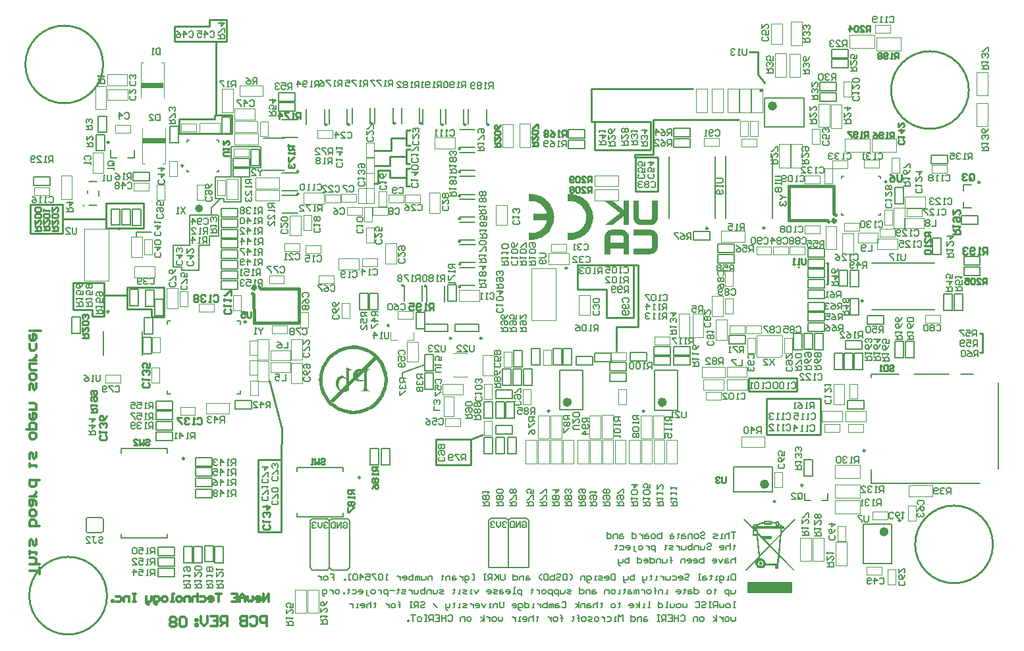
<source format=gbo>
G04*
G04 #@! TF.GenerationSoftware,Altium Limited,Altium Designer,23.10.1 (27)*
G04*
G04 Layer_Color=37055*
%FSLAX44Y44*%
%MOMM*%
G71*
G04*
G04 #@! TF.SameCoordinates,1E8E639B-A9AB-46FE-9B68-82187C007E20*
G04*
G04*
G04 #@! TF.FilePolarity,Positive*
G04*
G01*
G75*
%ADD10C,0.2540*%
%ADD11C,0.2500*%
%ADD12C,0.1000*%
%ADD13C,0.2000*%
%ADD15C,0.1270*%
%ADD16C,0.2032*%
%ADD117C,0.5080*%
%ADD118C,0.3048*%
%ADD186C,0.5000*%
%ADD220C,0.6000*%
%ADD221C,0.4000*%
%ADD222C,0.1200*%
%ADD223R,2.9600X0.6350*%
G36*
X1173766Y803957D02*
X1173035D01*
Y803774D01*
X1172303D01*
Y803592D01*
X1171938D01*
Y803409D01*
X1171572D01*
Y803226D01*
X1171023D01*
Y803043D01*
X1170840D01*
Y802860D01*
X1170475D01*
Y802677D01*
X1170109D01*
Y802494D01*
X1169926D01*
Y802311D01*
X1169743D01*
Y802129D01*
X1169377D01*
Y801946D01*
X1169194D01*
Y801763D01*
X1169012D01*
Y801580D01*
X1168646D01*
Y801214D01*
X1168463D01*
Y801031D01*
X1168280D01*
Y800848D01*
X1168097D01*
Y800665D01*
X1167914D01*
Y800482D01*
X1167731D01*
Y800300D01*
X1167549D01*
Y799934D01*
X1167366D01*
Y799751D01*
X1167183D01*
Y799385D01*
X1167000D01*
Y799019D01*
X1166817D01*
Y798837D01*
X1166634D01*
Y798471D01*
X1166451D01*
Y797922D01*
X1166268D01*
Y797557D01*
X1166086D01*
Y797008D01*
X1165903D01*
Y796093D01*
X1165720D01*
Y794630D01*
X1165537D01*
Y772685D01*
X1172852D01*
Y779817D01*
X1189860D01*
Y772685D01*
X1196992D01*
Y796093D01*
X1196809D01*
Y796825D01*
X1196626D01*
Y797374D01*
X1196443D01*
Y797922D01*
X1196261D01*
Y798288D01*
X1196078D01*
Y798837D01*
X1195895D01*
Y799019D01*
X1195712D01*
Y799385D01*
X1195529D01*
Y799751D01*
X1195346D01*
Y799934D01*
X1195163D01*
Y800117D01*
X1194980D01*
Y800482D01*
X1194798D01*
Y800665D01*
X1194615D01*
Y800848D01*
X1194432D01*
Y801031D01*
X1194249D01*
Y801214D01*
X1194066D01*
Y801397D01*
X1193883D01*
Y801580D01*
X1193700D01*
Y801763D01*
X1193518D01*
Y801946D01*
X1193335D01*
Y802129D01*
X1192969D01*
Y802311D01*
X1192786D01*
Y802494D01*
X1192603D01*
Y802677D01*
X1192237D01*
Y802860D01*
X1191871D01*
Y803043D01*
X1191689D01*
Y803226D01*
X1191140D01*
Y803409D01*
X1190774D01*
Y803592D01*
X1190226D01*
Y803774D01*
X1189677D01*
Y803957D01*
X1188945D01*
Y804140D01*
X1173766D01*
Y803957D01*
D02*
G37*
G36*
X1196992Y832669D02*
Y841448D01*
X1189860D01*
Y830109D01*
X1189494D01*
Y830292D01*
X1189311D01*
Y830475D01*
X1189128D01*
Y830658D01*
X1188945D01*
Y830841D01*
X1188763D01*
Y831023D01*
X1188397D01*
Y831206D01*
X1188214D01*
Y831389D01*
X1188031D01*
Y831572D01*
X1187848D01*
Y831755D01*
X1187482D01*
Y831938D01*
X1187299D01*
Y832121D01*
X1187117D01*
Y832304D01*
X1186751D01*
Y832486D01*
X1186568D01*
Y832669D01*
X1186385D01*
Y832852D01*
X1186202D01*
Y833035D01*
X1186019D01*
Y833218D01*
X1185654D01*
Y833401D01*
X1185471D01*
Y833584D01*
X1185288D01*
Y833767D01*
X1185105D01*
Y833950D01*
X1184739D01*
Y834133D01*
X1184556D01*
Y834315D01*
X1184373D01*
Y834498D01*
X1184008D01*
Y834681D01*
X1183825D01*
Y834864D01*
X1183642D01*
Y835047D01*
X1183459D01*
Y835230D01*
X1183276D01*
Y835413D01*
X1182910D01*
Y835595D01*
X1182728D01*
Y835778D01*
X1182545D01*
Y835961D01*
X1182362D01*
Y836144D01*
X1181996D01*
Y836327D01*
X1181813D01*
Y836510D01*
X1181630D01*
Y836693D01*
X1181264D01*
Y836876D01*
X1181082D01*
Y837058D01*
X1180899D01*
Y837241D01*
X1180716D01*
Y837424D01*
X1180533D01*
Y837607D01*
X1180167D01*
Y837790D01*
X1179984D01*
Y837973D01*
X1179801D01*
Y838156D01*
X1179619D01*
Y838339D01*
X1179253D01*
Y838522D01*
X1179070D01*
Y838705D01*
X1178887D01*
Y838887D01*
X1178521D01*
Y839070D01*
X1178338D01*
Y839253D01*
X1178156D01*
Y839436D01*
X1177973D01*
Y839619D01*
X1177790D01*
Y839802D01*
X1177424D01*
Y839985D01*
X1177241D01*
Y840167D01*
X1177058D01*
Y840350D01*
X1176875D01*
Y840533D01*
X1176510D01*
Y840716D01*
X1176327D01*
Y840899D01*
X1176144D01*
Y841082D01*
X1175778D01*
Y841265D01*
X1175595D01*
Y841448D01*
X1165720D01*
Y841265D01*
X1165903D01*
Y841082D01*
X1166086D01*
Y840899D01*
X1166268D01*
Y840716D01*
X1166451D01*
Y840533D01*
X1166817D01*
Y840350D01*
X1167000D01*
Y840167D01*
X1167183D01*
Y839985D01*
X1167549D01*
Y839802D01*
X1167731D01*
Y839619D01*
X1167914D01*
Y839436D01*
X1168097D01*
Y839253D01*
X1168463D01*
Y839070D01*
X1168646D01*
Y838887D01*
X1168829D01*
Y838705D01*
X1169194D01*
Y838522D01*
X1169377D01*
Y838339D01*
X1169560D01*
Y838156D01*
X1169743D01*
Y837973D01*
X1170109D01*
Y837790D01*
X1170292D01*
Y837607D01*
X1170475D01*
Y837424D01*
X1170658D01*
Y837241D01*
X1171023D01*
Y837058D01*
X1171206D01*
Y836876D01*
X1171389D01*
Y836693D01*
X1171755D01*
Y836510D01*
X1171938D01*
Y836327D01*
X1172121D01*
Y836144D01*
X1172303D01*
Y835961D01*
X1172669D01*
Y835778D01*
X1172852D01*
Y835595D01*
X1173035D01*
Y835413D01*
X1173218D01*
Y835230D01*
X1173584D01*
Y835047D01*
X1173766D01*
Y834864D01*
X1173949D01*
Y834681D01*
X1174132D01*
Y834498D01*
X1174498D01*
Y834315D01*
X1174681D01*
Y834133D01*
X1174864D01*
Y833950D01*
X1175229D01*
Y833767D01*
X1175412D01*
Y833584D01*
X1175595D01*
Y833401D01*
X1175778D01*
Y833218D01*
X1176144D01*
Y833035D01*
X1176327D01*
Y832852D01*
X1176510D01*
Y832669D01*
X1176875D01*
Y832486D01*
X1177058D01*
Y832304D01*
X1177241D01*
Y832121D01*
X1177424D01*
Y831938D01*
X1177790D01*
Y831755D01*
X1177973D01*
Y831572D01*
X1178156D01*
Y831389D01*
X1178338D01*
Y831206D01*
X1178704D01*
Y831023D01*
X1178887D01*
Y830841D01*
X1179070D01*
Y830658D01*
X1179436D01*
Y830475D01*
X1179619D01*
Y830292D01*
X1179801D01*
Y830109D01*
X1179984D01*
Y829926D01*
X1180350D01*
Y829743D01*
X1180533D01*
Y829560D01*
X1180716D01*
Y829378D01*
X1180899D01*
Y829195D01*
X1181264D01*
Y829012D01*
X1181447D01*
Y828829D01*
X1181630D01*
Y828646D01*
X1181813D01*
Y828463D01*
X1182179D01*
Y828280D01*
X1182362D01*
Y828097D01*
X1182545D01*
Y827915D01*
X1182910D01*
Y827732D01*
X1183093D01*
Y827549D01*
X1183276D01*
Y827366D01*
X1183459D01*
Y827183D01*
X1183825D01*
Y827000D01*
X1184008D01*
Y826817D01*
X1184191D01*
Y826634D01*
X1184556D01*
Y826451D01*
X1184739D01*
Y826269D01*
X1184922D01*
Y826086D01*
X1185105D01*
Y825903D01*
X1185471D01*
Y825720D01*
X1185654D01*
Y825537D01*
X1185288D01*
Y825354D01*
X1185105D01*
Y825171D01*
X1184922D01*
Y824988D01*
X1184739D01*
Y824806D01*
X1184373D01*
Y824623D01*
X1184191D01*
Y824440D01*
X1184008D01*
Y824257D01*
X1183825D01*
Y824074D01*
X1183459D01*
Y823891D01*
X1183276D01*
Y823708D01*
X1183093D01*
Y823525D01*
X1182728D01*
Y823343D01*
X1182545D01*
Y823160D01*
X1182362D01*
Y822977D01*
X1182179D01*
Y822794D01*
X1181813D01*
Y822611D01*
X1181630D01*
Y822428D01*
X1181447D01*
Y822245D01*
X1181264D01*
Y822062D01*
X1180899D01*
Y821880D01*
X1180716D01*
Y821697D01*
X1180533D01*
Y821514D01*
X1180167D01*
Y821331D01*
X1179984D01*
Y821148D01*
X1179801D01*
Y820965D01*
X1179619D01*
Y820782D01*
X1179253D01*
Y820599D01*
X1179070D01*
Y820416D01*
X1178887D01*
Y820234D01*
X1178521D01*
Y820051D01*
X1178338D01*
Y819868D01*
X1178156D01*
Y819685D01*
X1177973D01*
Y819502D01*
X1177607D01*
Y819319D01*
X1177424D01*
Y819136D01*
X1177241D01*
Y818953D01*
X1177058D01*
Y818771D01*
X1176693D01*
Y818588D01*
X1176510D01*
Y818405D01*
X1176327D01*
Y818222D01*
X1176144D01*
Y818039D01*
X1175778D01*
Y817856D01*
X1175595D01*
Y817673D01*
X1175412D01*
Y817490D01*
X1175047D01*
Y817308D01*
X1174864D01*
Y817125D01*
X1174681D01*
Y816942D01*
X1174498D01*
Y816759D01*
X1174132D01*
Y816576D01*
X1173949D01*
Y816393D01*
X1173766D01*
Y816210D01*
X1173584D01*
Y816027D01*
X1173218D01*
Y815844D01*
X1173035D01*
Y815662D01*
X1172852D01*
Y815479D01*
X1172486D01*
Y815296D01*
X1172303D01*
Y815113D01*
X1172121D01*
Y814930D01*
X1171938D01*
Y814747D01*
X1171572D01*
Y814564D01*
X1171389D01*
Y814381D01*
X1171206D01*
Y814199D01*
X1170840D01*
Y814016D01*
X1170658D01*
Y813833D01*
X1170475D01*
Y813650D01*
X1170292D01*
Y813467D01*
X1169926D01*
Y813284D01*
X1169743D01*
Y813101D01*
X1169560D01*
Y812918D01*
X1169377D01*
Y812736D01*
X1169012D01*
Y812553D01*
X1168829D01*
Y812370D01*
X1168646D01*
Y812187D01*
X1168463D01*
Y812004D01*
X1168097D01*
Y811821D01*
X1167914D01*
Y811638D01*
X1167731D01*
Y811455D01*
X1167366D01*
Y811273D01*
X1167183D01*
Y811090D01*
X1167000D01*
Y810907D01*
X1166817D01*
Y810724D01*
X1166451D01*
Y810541D01*
X1166268D01*
Y810358D01*
X1166086D01*
Y810175D01*
X1165903D01*
Y809992D01*
X1175778D01*
Y810175D01*
X1175961D01*
Y810358D01*
X1176327D01*
Y810541D01*
X1176510D01*
Y810724D01*
X1176693D01*
Y810907D01*
X1177058D01*
Y811090D01*
X1177241D01*
Y811273D01*
X1177424D01*
Y811455D01*
X1177607D01*
Y811638D01*
X1177973D01*
Y811821D01*
X1178156D01*
Y812004D01*
X1178338D01*
Y812187D01*
X1178521D01*
Y812370D01*
X1178704D01*
Y812553D01*
X1179070D01*
Y812736D01*
X1179253D01*
Y812918D01*
X1179436D01*
Y813101D01*
X1179801D01*
Y813284D01*
X1179984D01*
Y813467D01*
X1180167D01*
Y813650D01*
X1180350D01*
Y813833D01*
X1180716D01*
Y814016D01*
X1180899D01*
Y814199D01*
X1181082D01*
Y814381D01*
X1181264D01*
Y814564D01*
X1181447D01*
Y814747D01*
X1181813D01*
Y814930D01*
X1181996D01*
Y815113D01*
X1182179D01*
Y815296D01*
X1182545D01*
Y815479D01*
X1182728D01*
Y815662D01*
X1182910D01*
Y815844D01*
X1183093D01*
Y816027D01*
X1183459D01*
Y816210D01*
X1183642D01*
Y816393D01*
X1183825D01*
Y816576D01*
X1184008D01*
Y816759D01*
X1184191D01*
Y816942D01*
X1184556D01*
Y817125D01*
X1184739D01*
Y817308D01*
X1184922D01*
Y817490D01*
X1185288D01*
Y817673D01*
X1185471D01*
Y817856D01*
X1185654D01*
Y818039D01*
X1185836D01*
Y818222D01*
X1186202D01*
Y818405D01*
X1186385D01*
Y818588D01*
X1186568D01*
Y818771D01*
X1186751D01*
Y818953D01*
X1186934D01*
Y819136D01*
X1187299D01*
Y819319D01*
X1187482D01*
Y819502D01*
X1187665D01*
Y819685D01*
X1188031D01*
Y819868D01*
X1188214D01*
Y820051D01*
X1188397D01*
Y820234D01*
X1188580D01*
Y820416D01*
X1188945D01*
Y820599D01*
X1189128D01*
Y820782D01*
X1189311D01*
Y820965D01*
X1189494D01*
Y821148D01*
X1189677D01*
Y821331D01*
X1189860D01*
Y809992D01*
X1196992D01*
Y832486D01*
Y832669D01*
D02*
G37*
G36*
X1205405Y772685D02*
X1224790D01*
Y772868D01*
X1226070D01*
Y773051D01*
X1226984D01*
Y773233D01*
X1227533D01*
Y773416D01*
X1227899D01*
Y773599D01*
X1228447D01*
Y773782D01*
X1228813D01*
Y773965D01*
X1229179D01*
Y774148D01*
X1229545D01*
Y774331D01*
X1229728D01*
Y774514D01*
X1229911D01*
Y774697D01*
X1230276D01*
Y774879D01*
X1230459D01*
Y775062D01*
X1230642D01*
Y775245D01*
X1231008D01*
Y775428D01*
X1231191D01*
Y775794D01*
X1231556D01*
Y775977D01*
X1231739D01*
Y776342D01*
X1231922D01*
Y776525D01*
X1232105D01*
Y776708D01*
X1232288D01*
Y777074D01*
X1232471D01*
Y777257D01*
X1232654D01*
Y777440D01*
X1232837D01*
Y777805D01*
X1233019D01*
Y778171D01*
X1233202D01*
Y778537D01*
X1233385D01*
Y779086D01*
X1233568D01*
Y779451D01*
X1233751D01*
Y780000D01*
X1233934D01*
Y780914D01*
X1234117D01*
Y782195D01*
X1234300D01*
Y794630D01*
X1234117D01*
Y796093D01*
X1233934D01*
Y797008D01*
X1233751D01*
Y797557D01*
X1233568D01*
Y797922D01*
X1233385D01*
Y798471D01*
X1233202D01*
Y798837D01*
X1233019D01*
Y799019D01*
X1232837D01*
Y799385D01*
X1232654D01*
Y799751D01*
X1232471D01*
Y799934D01*
X1232288D01*
Y800300D01*
X1232105D01*
Y800482D01*
X1231922D01*
Y800665D01*
X1231739D01*
Y800848D01*
X1231556D01*
Y801031D01*
X1231374D01*
Y801214D01*
X1231191D01*
Y801580D01*
X1230825D01*
Y801763D01*
X1230642D01*
Y801946D01*
X1230459D01*
Y802129D01*
X1230094D01*
Y802311D01*
X1229911D01*
Y802494D01*
X1229728D01*
Y802677D01*
X1229362D01*
Y802860D01*
X1228996D01*
Y803043D01*
X1228813D01*
Y803226D01*
X1228265D01*
Y803409D01*
X1227899D01*
Y803592D01*
X1227533D01*
Y803774D01*
X1226802D01*
Y803957D01*
X1226070D01*
Y804140D01*
X1202844D01*
Y797008D01*
X1225156D01*
Y796825D01*
X1225521D01*
Y796642D01*
X1225887D01*
Y796459D01*
X1226070D01*
Y796276D01*
X1226253D01*
Y796093D01*
X1226436D01*
Y795910D01*
X1226619D01*
Y795545D01*
X1226802D01*
Y795179D01*
X1226984D01*
Y781829D01*
X1226802D01*
Y781463D01*
X1226619D01*
Y781097D01*
X1226436D01*
Y780914D01*
X1226253D01*
Y780732D01*
X1226070D01*
Y780549D01*
X1225887D01*
Y780366D01*
X1225521D01*
Y780183D01*
X1225156D01*
Y780000D01*
X1202844D01*
Y772685D01*
X1205222D01*
X1205405D01*
D02*
G37*
G36*
X1209977Y827000D02*
Y841448D01*
X1202844D01*
Y818039D01*
X1203027D01*
Y817308D01*
X1203210D01*
Y816759D01*
X1203393D01*
Y816210D01*
X1203576D01*
Y815844D01*
X1203759D01*
Y815296D01*
X1203942D01*
Y815113D01*
X1204125D01*
Y814747D01*
X1204307D01*
Y814381D01*
X1204490D01*
Y814199D01*
X1204673D01*
Y814016D01*
X1204856D01*
Y813650D01*
X1205039D01*
Y813467D01*
X1205222D01*
Y813284D01*
X1205405D01*
Y813101D01*
X1205587D01*
Y812918D01*
X1205770D01*
Y812736D01*
X1205953D01*
Y812553D01*
X1206136D01*
Y812370D01*
X1206319D01*
Y812187D01*
X1206502D01*
Y812004D01*
X1206868D01*
Y811821D01*
X1207051D01*
Y811638D01*
X1207234D01*
Y811455D01*
X1207599D01*
Y811273D01*
X1207965D01*
Y811090D01*
X1208148D01*
Y810907D01*
X1208697D01*
Y810724D01*
X1209062D01*
Y810541D01*
X1209611D01*
Y810358D01*
X1210160D01*
Y810175D01*
X1210891D01*
Y809992D01*
X1226070D01*
Y810175D01*
X1226802D01*
Y810358D01*
X1227533D01*
Y810541D01*
X1227899D01*
Y810724D01*
X1228265D01*
Y810907D01*
X1228813D01*
Y811090D01*
X1228996D01*
Y811273D01*
X1229362D01*
Y811455D01*
X1229728D01*
Y811638D01*
X1229911D01*
Y811821D01*
X1230094D01*
Y812004D01*
X1230459D01*
Y812187D01*
X1230642D01*
Y812370D01*
X1230825D01*
Y812553D01*
X1231191D01*
Y812918D01*
X1231374D01*
Y813101D01*
X1231556D01*
Y813284D01*
X1231739D01*
Y813467D01*
X1231922D01*
Y813650D01*
X1232105D01*
Y813833D01*
X1232288D01*
Y814199D01*
X1232471D01*
Y814381D01*
X1232654D01*
Y814747D01*
X1232837D01*
Y815113D01*
X1233019D01*
Y815296D01*
X1233202D01*
Y815662D01*
X1233385D01*
Y816210D01*
X1233568D01*
Y816576D01*
X1233751D01*
Y817125D01*
X1233934D01*
Y818039D01*
X1234117D01*
Y819502D01*
X1234300D01*
Y841448D01*
X1226984D01*
Y818953D01*
X1226802D01*
Y818588D01*
X1226619D01*
Y818222D01*
X1226436D01*
Y818039D01*
X1226253D01*
Y817856D01*
X1226070D01*
Y817673D01*
X1225887D01*
Y817490D01*
X1225521D01*
Y817308D01*
X1225156D01*
Y817125D01*
X1211988D01*
Y817308D01*
X1211440D01*
Y817490D01*
X1211074D01*
Y817673D01*
X1210891D01*
Y817856D01*
X1210708D01*
Y818039D01*
X1210525D01*
Y818222D01*
X1210342D01*
Y818588D01*
X1210160D01*
Y819136D01*
X1209977D01*
Y826817D01*
Y827000D01*
D02*
G37*
G36*
X1123749Y849888D02*
X1125964Y849602D01*
X1127963Y849173D01*
X1129963Y848602D01*
X1131749Y847959D01*
X1133535Y847245D01*
X1135106Y846459D01*
X1136534Y845674D01*
X1137820Y844816D01*
X1139034Y844031D01*
X1140034Y843316D01*
X1140820Y842674D01*
X1141534Y842102D01*
X1141963Y841674D01*
X1142320Y841388D01*
X1142391Y841317D01*
X1143891Y839674D01*
X1145248Y837960D01*
X1146391Y836245D01*
X1147391Y834460D01*
X1148248Y832674D01*
X1148891Y830960D01*
X1149462Y829317D01*
X1149962Y827746D01*
X1150319Y826246D01*
X1150605Y824818D01*
X1150748Y823603D01*
X1150891Y822603D01*
X1150962Y821746D01*
X1151034Y821103D01*
Y820675D01*
Y820603D01*
Y820532D01*
X1150962Y818318D01*
X1150676Y816104D01*
X1150248Y814104D01*
X1149677Y812104D01*
X1149034Y810318D01*
X1148319Y808533D01*
X1147534Y806961D01*
X1146677Y805533D01*
X1145891Y804247D01*
X1145105Y803033D01*
X1144391Y802033D01*
X1143748Y801247D01*
X1143177Y800533D01*
X1142748Y800105D01*
X1142463Y799747D01*
X1142391Y799676D01*
X1140749Y798176D01*
X1139034Y796819D01*
X1137249Y795676D01*
X1135463Y794676D01*
X1133749Y793819D01*
X1131963Y793176D01*
X1130321Y792605D01*
X1128749Y792105D01*
X1127249Y791748D01*
X1125821Y791462D01*
X1124606Y791319D01*
X1123606Y791176D01*
X1122749Y791105D01*
X1122107Y791034D01*
X1120464D01*
X1119464Y791105D01*
X1119107D01*
X1118821Y791176D01*
X1118535D01*
Y800105D01*
X1119607Y799962D01*
X1120535Y799890D01*
X1121535D01*
X1123107Y799962D01*
X1124606Y800176D01*
X1126035Y800462D01*
X1127464Y800819D01*
X1128749Y801319D01*
X1129963Y801819D01*
X1131035Y802319D01*
X1132035Y802890D01*
X1132963Y803462D01*
X1133820Y803961D01*
X1134535Y804533D01*
X1135106Y804961D01*
X1135535Y805319D01*
X1135892Y805604D01*
X1136106Y805818D01*
X1136177Y805890D01*
X1137249Y807033D01*
X1138177Y808247D01*
X1138963Y809533D01*
X1139677Y810747D01*
X1140248Y811961D01*
X1140677Y813175D01*
X1141106Y814389D01*
X1141391Y815461D01*
X1141677Y816532D01*
X1141891Y817532D01*
X1141963Y818389D01*
X1142106Y819103D01*
Y819675D01*
X1142177Y820175D01*
Y820461D01*
Y820532D01*
X1142106Y822103D01*
X1141891Y823603D01*
X1141606Y825032D01*
X1141248Y826389D01*
X1140749Y827674D01*
X1140248Y828889D01*
X1139749Y829960D01*
X1139177Y831031D01*
X1138606Y831889D01*
X1138106Y832746D01*
X1137534Y833460D01*
X1137106Y834031D01*
X1136749Y834460D01*
X1136463Y834817D01*
X1136249Y835031D01*
X1136177Y835103D01*
X1135034Y836174D01*
X1133820Y837103D01*
X1132535Y837888D01*
X1131320Y838603D01*
X1130106Y839174D01*
X1128892Y839674D01*
X1127678Y840102D01*
X1126606Y840388D01*
X1125535Y840674D01*
X1124535Y840888D01*
X1123678Y840959D01*
X1122964Y841102D01*
X1122392D01*
X1121892Y841174D01*
X1120464D01*
X1119464Y841102D01*
X1119107Y841031D01*
X1118821D01*
X1118607Y840959D01*
X1118535D01*
X1118607Y849888D01*
X1119607Y849959D01*
X1121535D01*
X1123749Y849888D01*
D02*
G37*
G36*
X1073609Y849888D02*
X1075823Y849602D01*
X1077823Y849173D01*
X1079823Y848602D01*
X1081609Y847959D01*
X1083394Y847245D01*
X1084966Y846459D01*
X1086394Y845674D01*
X1087680Y844816D01*
X1088894Y844031D01*
X1089894Y843316D01*
X1090680Y842674D01*
X1091394Y842102D01*
X1091823Y841674D01*
X1092180Y841388D01*
X1092251Y841317D01*
X1093751Y839674D01*
X1095108Y837960D01*
X1096251Y836245D01*
X1097251Y834460D01*
X1098108Y832674D01*
X1098751Y830960D01*
X1099322Y829317D01*
X1099822Y827746D01*
X1100179Y826246D01*
X1100465Y824818D01*
X1100608Y823603D01*
X1100751Y822603D01*
X1100822Y821746D01*
X1100893Y821103D01*
Y820675D01*
Y820603D01*
Y820532D01*
X1100822Y818318D01*
X1100536Y816104D01*
X1100108Y814104D01*
X1099536Y812104D01*
X1098894Y810318D01*
X1098179Y808533D01*
X1097394Y806961D01*
X1096536Y805533D01*
X1095751Y804247D01*
X1094965Y803033D01*
X1094251Y802033D01*
X1093608Y801247D01*
X1093037Y800533D01*
X1092608Y800105D01*
X1092322Y799747D01*
X1092251Y799676D01*
X1090608Y798176D01*
X1088894Y796819D01*
X1087109Y795676D01*
X1085323Y794676D01*
X1083609Y793819D01*
X1081823Y793176D01*
X1080180Y792605D01*
X1078609Y792105D01*
X1077109Y791748D01*
X1075680Y791462D01*
X1074466Y791319D01*
X1073466Y791176D01*
X1072609Y791105D01*
X1071966Y791033D01*
X1070324D01*
X1069395Y791105D01*
X1068967D01*
X1068681Y791176D01*
X1068467D01*
Y800033D01*
X1069466Y799962D01*
X1070467Y799890D01*
X1071395D01*
X1072752Y799962D01*
X1074038Y800105D01*
X1075323Y800319D01*
X1076466Y800604D01*
X1077609Y800962D01*
X1078680Y801319D01*
X1079680Y801747D01*
X1080609Y802176D01*
X1081395Y802533D01*
X1082180Y802962D01*
X1082823Y803319D01*
X1083323Y803676D01*
X1083752Y803961D01*
X1084037Y804176D01*
X1084251Y804319D01*
X1084323Y804390D01*
X1085323Y805247D01*
X1086251Y806176D01*
X1087109Y807176D01*
X1087823Y808176D01*
X1088465Y809104D01*
X1089108Y810104D01*
X1089608Y811032D01*
X1090037Y811961D01*
X1090394Y812818D01*
X1090751Y813604D01*
X1090965Y814318D01*
X1091180Y814890D01*
X1091322Y815389D01*
X1091465Y815818D01*
X1091537Y816032D01*
Y816104D01*
X1074323Y816104D01*
Y824960D01*
X1091537Y824960D01*
X1091180Y826246D01*
X1090823Y827532D01*
X1090323Y828674D01*
X1089751Y829817D01*
X1089180Y830817D01*
X1088608Y831817D01*
X1088037Y832674D01*
X1087394Y833460D01*
X1086823Y834174D01*
X1086251Y834817D01*
X1085751Y835317D01*
X1085323Y835817D01*
X1084894Y836174D01*
X1084609Y836388D01*
X1084466Y836531D01*
X1084394Y836603D01*
X1083323Y837388D01*
X1082180Y838102D01*
X1081037Y838745D01*
X1079966Y839245D01*
X1078823Y839674D01*
X1077752Y840031D01*
X1075752Y840602D01*
X1074823Y840817D01*
X1073966Y840959D01*
X1073252Y841031D01*
X1072609Y841102D01*
X1072109Y841174D01*
X1070324D01*
X1069395Y841102D01*
X1068967Y841031D01*
X1068681D01*
X1068538Y840959D01*
X1068467D01*
Y849888D01*
X1069609Y849959D01*
X1071395D01*
X1073609Y849888D01*
D02*
G37*
G36*
X1411000Y430709D02*
X1393072Y412067D01*
X1392572Y406996D01*
X1391430Y394854D01*
X1390501Y385997D01*
X1409714Y366284D01*
X1408429Y364999D01*
X1390430Y383569D01*
X1389287Y372212D01*
X1388787D01*
Y367855D01*
X1384716D01*
Y372212D01*
X1372288D01*
X1371859Y371284D01*
X1371288Y370498D01*
X1370359Y369498D01*
X1369145Y368713D01*
X1367859Y368284D01*
X1366574Y368141D01*
X1365217Y368213D01*
X1364288Y368498D01*
X1363217Y368927D01*
X1362288Y369498D01*
X1361503Y370213D01*
X1360788Y371284D01*
X1360217Y372498D01*
X1359931Y373641D01*
X1359788Y374498D01*
X1359931Y375569D01*
X1360074Y376498D01*
X1360360Y377284D01*
X1360860Y378141D01*
X1361431Y378926D01*
X1362145Y379569D01*
X1362931Y380140D01*
X1363717Y380498D01*
X1363574Y381426D01*
X1347718Y364999D01*
X1346432Y366356D01*
X1363431Y383926D01*
X1362003Y399211D01*
X1361074Y410353D01*
X1356003D01*
Y417496D01*
X1357360D01*
X1344503Y430709D01*
X1345789Y431995D01*
X1357931Y419496D01*
Y420424D01*
X1357646Y420638D01*
X1357360Y420781D01*
X1357003Y421138D01*
X1356717Y421567D01*
X1356503Y421995D01*
X1356360Y422424D01*
X1356289Y422924D01*
X1356431Y423638D01*
X1356574Y423995D01*
X1357074Y424710D01*
X1357574Y425210D01*
X1358289Y425495D01*
X1359003Y425638D01*
X1359717Y425567D01*
X1360360Y425281D01*
X1360931Y424924D01*
X1361145Y424638D01*
X1361645Y425067D01*
X1362431Y425567D01*
X1363431Y426067D01*
X1364788Y426567D01*
X1366288Y426995D01*
X1367788Y427352D01*
X1369288Y427567D01*
X1370573Y427781D01*
Y429352D01*
X1380716D01*
Y427995D01*
X1381573D01*
X1382859Y427852D01*
X1384216Y427638D01*
X1385573Y427424D01*
Y428281D01*
X1390001D01*
Y426209D01*
X1390501Y425995D01*
X1391215Y425638D01*
X1391930Y425138D01*
X1392644Y424710D01*
X1393215Y424210D01*
X1393572Y423853D01*
X1393929Y423495D01*
X1394072Y423067D01*
X1394001Y422353D01*
X1396572D01*
Y419067D01*
X1393715D01*
X1393287Y414924D01*
X1409714Y431995D01*
X1411000Y430709D01*
D02*
G37*
G36*
X1407143Y350428D02*
Y350142D01*
Y349785D01*
Y349356D01*
Y348928D01*
Y348571D01*
Y348285D01*
Y348214D01*
Y346499D01*
Y345642D01*
Y344857D01*
Y344214D01*
Y343642D01*
Y343357D01*
Y343214D01*
Y342214D01*
Y341285D01*
Y340428D01*
Y339714D01*
Y339071D01*
Y338643D01*
Y338286D01*
Y338214D01*
Y337500D01*
Y336928D01*
Y336571D01*
Y336286D01*
Y336143D01*
Y336071D01*
Y336000D01*
X1349289D01*
Y336071D01*
Y336357D01*
Y336714D01*
Y337143D01*
Y337500D01*
Y337857D01*
Y338143D01*
Y338214D01*
Y339928D01*
Y340785D01*
Y341571D01*
Y342214D01*
Y342785D01*
Y343071D01*
Y343214D01*
Y344214D01*
Y345142D01*
Y345999D01*
Y346714D01*
Y347356D01*
Y347785D01*
Y348142D01*
Y348214D01*
Y348999D01*
Y349571D01*
Y349928D01*
Y350214D01*
Y350356D01*
Y350499D01*
X1407143D01*
Y350428D01*
D02*
G37*
G36*
X846145Y655066D02*
X849430Y654637D01*
X852502Y653995D01*
X855430Y653209D01*
X858144Y652209D01*
X860716Y651066D01*
X863144Y649923D01*
X865287Y648709D01*
X867287Y647495D01*
X869001Y646352D01*
X870501Y645209D01*
X871786Y644209D01*
X872786Y643424D01*
X873501Y642781D01*
X873715Y642567D01*
X873929Y642352D01*
X874001Y642281D01*
X874072Y642209D01*
X875215Y640995D01*
X876358Y639710D01*
X878358Y637138D01*
X880072Y634496D01*
X881572Y631853D01*
X882786Y629210D01*
X883857Y626639D01*
X884714Y624139D01*
X885357Y621711D01*
X885929Y619496D01*
X886286Y617425D01*
X886572Y615568D01*
X886714Y614782D01*
X886786Y613997D01*
X886857Y613283D01*
X886929Y612711D01*
Y612211D01*
X887000Y611711D01*
Y611425D01*
Y611140D01*
Y610997D01*
Y610925D01*
X886929Y609211D01*
X886857Y607569D01*
X886429Y604354D01*
X885786Y601283D01*
X885000Y598355D01*
X884000Y595569D01*
X882929Y592998D01*
X881715Y590641D01*
X880500Y588427D01*
X879358Y586427D01*
X878143Y584712D01*
X877072Y583213D01*
X876072Y581927D01*
X875286Y580998D01*
X874643Y580213D01*
X874358Y579999D01*
X874215Y579784D01*
X874072Y579713D01*
Y579641D01*
X872858Y578499D01*
X871572Y577356D01*
X869001Y575356D01*
X866358Y573642D01*
X863716Y572142D01*
X861073Y570928D01*
X858502Y569856D01*
X856002Y568999D01*
X853573Y568356D01*
X851359Y567785D01*
X849288Y567428D01*
X847431Y567142D01*
X846645Y566999D01*
X845859Y566928D01*
X845145Y566856D01*
X844574Y566785D01*
X844074D01*
X843574Y566713D01*
X842788D01*
X841074Y566785D01*
X839431Y566856D01*
X836145Y567285D01*
X833074Y567928D01*
X830146Y568713D01*
X827432Y569713D01*
X824789Y570785D01*
X822432Y571999D01*
X820289Y573213D01*
X818289Y574356D01*
X816575Y575570D01*
X815075Y576642D01*
X813790Y577641D01*
X812790Y578427D01*
X812075Y579070D01*
X811861Y579356D01*
X811647Y579498D01*
X811504Y579641D01*
X810290Y580856D01*
X809218Y582141D01*
X808147Y583427D01*
X807218Y584712D01*
X805504Y587355D01*
X804004Y589998D01*
X802719Y592641D01*
X801647Y595283D01*
X800790Y597783D01*
X800147Y600140D01*
X799576Y602426D01*
X799219Y604426D01*
X798933Y606283D01*
X798790Y607140D01*
X798719Y607854D01*
X798648Y608568D01*
X798576Y609140D01*
Y609711D01*
X798505Y610140D01*
Y610497D01*
Y610711D01*
Y610854D01*
Y610925D01*
Y612640D01*
X798648Y614282D01*
X799076Y617568D01*
X799719Y620639D01*
X800505Y623568D01*
X801505Y626282D01*
X802647Y628924D01*
X803790Y631282D01*
X805004Y633424D01*
X806218Y635424D01*
X807361Y637138D01*
X808504Y638638D01*
X809504Y639924D01*
X810290Y640924D01*
X810933Y641638D01*
X811147Y641852D01*
X811361Y642067D01*
X811432Y642209D01*
X811504D01*
X812718Y643424D01*
X814004Y644495D01*
X815290Y645566D01*
X816575Y646495D01*
X819218Y648209D01*
X821861Y649709D01*
X824503Y650995D01*
X827075Y652066D01*
X829574Y652923D01*
X832003Y653566D01*
X834217Y654137D01*
X836288Y654495D01*
X838145Y654780D01*
X838931Y654923D01*
X839717Y654995D01*
X840431Y655066D01*
X841002Y655137D01*
X841502D01*
X842002Y655209D01*
X844502D01*
X846145Y655066D01*
D02*
G37*
%LPC*%
G36*
X1174681Y797008D02*
X1187848D01*
Y796825D01*
X1188397D01*
Y796642D01*
X1188763D01*
Y796459D01*
X1188945D01*
Y796276D01*
X1189128D01*
Y796093D01*
X1189311D01*
Y795910D01*
X1189494D01*
Y795545D01*
X1189677D01*
Y794996D01*
X1189860D01*
Y787132D01*
X1172852D01*
Y795179D01*
X1173035D01*
Y795545D01*
X1173218D01*
Y795910D01*
X1173401D01*
Y796093D01*
X1173584D01*
Y796276D01*
X1173766D01*
Y796459D01*
X1173949D01*
Y796642D01*
X1174315D01*
Y796825D01*
X1174681D01*
Y797008D01*
D02*
G37*
G36*
X1378859Y427567D02*
X1372431D01*
Y426495D01*
X1378859D01*
Y427567D01*
D02*
G37*
G36*
X1380716Y426067D02*
Y424638D01*
X1370573D01*
Y425852D01*
X1368431Y425495D01*
X1366574Y425067D01*
X1365002Y424638D01*
X1363717Y424067D01*
X1362717Y423424D01*
X1362003Y422781D01*
Y422353D01*
X1385573D01*
Y425424D01*
X1384144Y425709D01*
X1382573Y425924D01*
X1380716Y426067D01*
D02*
G37*
G36*
X1388144Y426495D02*
X1387430D01*
Y424067D01*
X1388144D01*
Y426495D01*
D02*
G37*
G36*
X1390001Y424138D02*
Y422353D01*
X1392144D01*
X1392215Y422638D01*
X1391644Y423138D01*
X1391001Y423638D01*
X1390001Y424138D01*
D02*
G37*
G36*
X1359217Y423781D02*
X1359074D01*
X1358788Y423710D01*
X1358574Y423638D01*
X1358289Y423353D01*
X1358217Y422995D01*
Y422924D01*
Y422853D01*
Y422567D01*
X1358360Y422353D01*
X1358646Y422138D01*
X1358931Y421995D01*
X1359074D01*
X1359360Y422067D01*
X1359574Y422138D01*
X1359860Y422424D01*
X1360003Y422710D01*
Y422853D01*
X1359931Y423138D01*
X1359860Y423424D01*
X1359503Y423638D01*
X1359217Y423781D01*
D02*
G37*
G36*
X1361360Y415710D02*
X1357860D01*
Y412210D01*
X1361360D01*
Y415710D01*
D02*
G37*
G36*
X1379144Y407710D02*
X1369574D01*
Y407139D01*
X1379144D01*
Y407710D01*
D02*
G37*
G36*
X1391858Y419067D02*
X1362217D01*
X1362360Y417496D01*
X1363217D01*
Y414067D01*
X1367645Y409567D01*
X1380930D01*
X1380930Y405354D01*
X1371788D01*
X1377930Y398997D01*
X1391287Y412853D01*
X1391858Y419067D01*
D02*
G37*
G36*
X1391001Y409925D02*
X1379216Y397640D01*
X1388930Y387640D01*
X1391001Y409925D01*
D02*
G37*
G36*
X1363217Y411496D02*
Y410353D01*
X1363002D01*
X1365074Y385712D01*
X1376645Y397640D01*
X1369145Y405354D01*
X1367645D01*
Y406853D01*
X1363217Y411496D01*
D02*
G37*
G36*
X1377930Y396354D02*
X1365288Y383283D01*
X1365502Y380998D01*
X1366360Y381069D01*
X1367288Y380998D01*
X1368431Y380640D01*
X1369574Y380069D01*
X1370431Y379498D01*
X1371216Y378783D01*
X1371931Y377712D01*
X1372502Y376498D01*
X1372788Y375069D01*
X1372716Y374069D01*
X1387644D01*
X1388716Y385283D01*
X1377930Y396354D01*
D02*
G37*
G36*
X1366502Y377784D02*
X1365788D01*
X1365288Y377641D01*
X1364503Y377284D01*
X1363931Y376783D01*
X1363574Y376212D01*
X1363288Y375641D01*
X1363217Y375141D01*
X1363145Y374784D01*
Y374712D01*
Y374641D01*
Y374069D01*
X1363288Y373569D01*
X1363645Y372784D01*
X1364145Y372212D01*
X1364717Y371855D01*
X1365360Y371570D01*
X1365860Y371498D01*
X1366217Y371427D01*
X1366360D01*
X1366931Y371498D01*
X1367359Y371570D01*
X1368145Y371927D01*
X1368716Y372427D01*
X1369074Y373069D01*
X1369359Y373641D01*
X1369431Y374141D01*
X1369502Y374498D01*
Y374641D01*
X1369431Y375212D01*
X1369359Y375712D01*
X1369002Y376426D01*
X1368502Y376998D01*
X1367931Y377426D01*
X1367359Y377641D01*
X1366859Y377712D01*
X1366502Y377784D01*
D02*
G37*
G36*
X1386930Y372212D02*
X1386501D01*
Y369641D01*
X1386930D01*
Y372212D01*
D02*
G37*
%LPD*%
G36*
X1367074Y376712D02*
X1367574Y376426D01*
X1367931Y376141D01*
X1368145Y375712D01*
X1368288Y375355D01*
X1368431Y374998D01*
Y374712D01*
Y374641D01*
X1368359Y373927D01*
X1368074Y373427D01*
X1367788Y372998D01*
X1367359Y372784D01*
X1367002Y372641D01*
X1366645Y372570D01*
X1366431Y372498D01*
X1366360D01*
X1365645Y372570D01*
X1365074Y372855D01*
X1364717Y373212D01*
X1364431Y373569D01*
X1364288Y373998D01*
X1364145Y374284D01*
Y374569D01*
Y374641D01*
X1364217Y375355D01*
X1364503Y375855D01*
X1364860Y376284D01*
X1365217Y376498D01*
X1365645Y376641D01*
X1366002Y376783D01*
X1366360D01*
X1367074Y376712D01*
D02*
G37*
%LPC*%
G36*
X1366502Y374926D02*
X1366360D01*
X1366145Y374855D01*
X1366074Y374784D01*
X1366002Y374712D01*
Y374641D01*
X1366074Y374426D01*
X1366145Y374355D01*
X1366288Y374284D01*
X1366360D01*
X1366502Y374355D01*
X1366574Y374498D01*
X1366645Y374569D01*
Y374641D01*
X1366574Y374784D01*
X1366502Y374926D01*
D02*
G37*
G36*
X843502Y650780D02*
X842788D01*
X839717Y650638D01*
X836860Y650281D01*
X834074Y649709D01*
X831432Y648923D01*
X828932Y648066D01*
X826646Y647066D01*
X824503Y645995D01*
X822503Y644924D01*
X820789Y643852D01*
X819218Y642781D01*
X817861Y641781D01*
X816718Y640924D01*
X815861Y640138D01*
X815147Y639567D01*
X814790Y639210D01*
X814647Y639067D01*
X812575Y636853D01*
X810790Y634496D01*
X809218Y632139D01*
X807933Y629782D01*
X806790Y627353D01*
X805861Y625067D01*
X805076Y622782D01*
X804433Y620639D01*
X804004Y618639D01*
X803647Y616782D01*
X803362Y615140D01*
X803219Y613711D01*
X803147Y613068D01*
X803076Y612497D01*
Y612068D01*
X803004Y611640D01*
Y611354D01*
Y611140D01*
Y610997D01*
Y610925D01*
X803147Y607926D01*
X803504Y604997D01*
X804076Y602212D01*
X804790Y599569D01*
X805719Y597140D01*
X806719Y594783D01*
X807719Y592641D01*
X808790Y590712D01*
X809933Y588927D01*
X810933Y587355D01*
X811933Y585998D01*
X812790Y584855D01*
X813097Y584520D01*
X813075Y584498D01*
X813861Y583677D01*
X814147Y583355D01*
X814504Y582927D01*
X814647Y582784D01*
X816861Y580713D01*
X819218Y578927D01*
X821575Y577356D01*
X823932Y576070D01*
X826360Y574927D01*
X828646Y573999D01*
X830931Y573213D01*
X833074Y572570D01*
X835074Y572142D01*
X836931Y571785D01*
X838574Y571499D01*
X840003Y571356D01*
X840645Y571285D01*
X841217Y571213D01*
X841645D01*
X842074Y571142D01*
X842788D01*
X845788Y571285D01*
X848716Y571642D01*
X851502Y572213D01*
X854145Y572999D01*
X856645Y573856D01*
X858930Y574856D01*
X861073Y575856D01*
X863073Y576999D01*
X864787Y578070D01*
X866358Y579070D01*
X867715Y580070D01*
X868858Y580998D01*
X869715Y581713D01*
X870430Y582284D01*
X870787Y582641D01*
X870929Y582784D01*
X873001Y584998D01*
X874786Y587355D01*
X876358Y589712D01*
X877643Y592141D01*
X878786Y594498D01*
X879715Y596855D01*
X880500Y599069D01*
X881143Y601283D01*
X881572Y603283D01*
X881929Y605140D01*
X882215Y606783D01*
X882357Y608211D01*
X882429Y608783D01*
X882500Y609354D01*
Y609783D01*
X882572Y610211D01*
Y610497D01*
Y610711D01*
Y610854D01*
Y610925D01*
X882429Y613997D01*
X882072Y616854D01*
X881500Y619639D01*
X880715Y622282D01*
X879857Y624782D01*
X878858Y627067D01*
X877858Y629210D01*
X876715Y631210D01*
X875643Y632924D01*
X874643Y634496D01*
X873643Y635853D01*
X872715Y636996D01*
X872325Y637463D01*
X860073Y625210D01*
X864501D01*
X864501Y624353D01*
X863430D01*
X862858Y624282D01*
X862358Y624211D01*
X861930Y624068D01*
X861573Y623925D01*
X861287Y623711D01*
X861073Y623568D01*
X861001Y623496D01*
X860930Y623425D01*
X860716Y623068D01*
X860573Y622639D01*
X860501Y622068D01*
X860430Y621496D01*
X860359Y620925D01*
Y620425D01*
Y620139D01*
Y619996D01*
Y601069D01*
Y600212D01*
X860430Y599497D01*
X860501Y598997D01*
X860573Y598569D01*
X860644Y598283D01*
X860716Y598069D01*
X860787Y597926D01*
X861144Y597498D01*
X861501Y597212D01*
X862001Y596998D01*
X862430Y596855D01*
X862787Y596783D01*
X863144Y596712D01*
X864501D01*
Y595926D01*
X852002D01*
Y596712D01*
X853145D01*
X853716Y596783D01*
X854216Y596855D01*
X854645Y596998D01*
X855002Y597212D01*
X855216Y597355D01*
X855430Y597498D01*
X855502Y597569D01*
X855573Y597640D01*
X855787Y597998D01*
X855930Y598498D01*
X856073Y599069D01*
X856144Y599640D01*
Y600140D01*
X856216Y600640D01*
Y600926D01*
Y601069D01*
Y609640D01*
X855145Y609426D01*
X854716Y609354D01*
X854287Y609283D01*
X854002Y609211D01*
X853788Y609140D01*
X853573D01*
X852645Y609068D01*
X851930Y608997D01*
X851288D01*
X850002Y609068D01*
X848859Y609211D01*
X847859Y609497D01*
X847002Y609783D01*
X846288Y610068D01*
X845859Y610354D01*
X845502Y610497D01*
X845431Y610568D01*
X837431Y602640D01*
Y597783D01*
X836074Y596998D01*
X835431Y596641D01*
X834931Y596426D01*
X834431Y596212D01*
X834074Y596069D01*
X833860Y595926D01*
X833789D01*
X832574Y595569D01*
X831932Y595498D01*
X831432Y595426D01*
X830931Y595355D01*
X830146D01*
X816218Y581356D01*
X814647Y582855D01*
X813861Y583677D01*
X813575Y583998D01*
X813097Y584520D01*
X825289Y596712D01*
X824718Y597141D01*
X824146Y597640D01*
X823718Y597926D01*
X823646Y598069D01*
X823575D01*
X822932Y598712D01*
X822432Y599355D01*
X821932Y600069D01*
X821575Y600783D01*
X820932Y602140D01*
X820503Y603497D01*
X820289Y604711D01*
X820146Y605211D01*
Y605711D01*
X820075Y606069D01*
Y606354D01*
Y606497D01*
Y606568D01*
X820146Y608140D01*
X820432Y609568D01*
X820789Y610783D01*
X821218Y611854D01*
X821646Y612640D01*
X822003Y613211D01*
X822289Y613568D01*
X822361Y613711D01*
X823218Y614568D01*
X824146Y615211D01*
X825003Y615639D01*
X825860Y615997D01*
X826575Y616139D01*
X827146Y616211D01*
X827503Y616282D01*
X827646D01*
X828289Y616211D01*
X828860Y616139D01*
X830003Y615639D01*
X831074Y614997D01*
X832003Y614282D01*
X832789Y613568D01*
X833360Y612925D01*
X833717Y612425D01*
X833860Y612354D01*
X833860Y626639D01*
X834860D01*
X840788Y624211D01*
X840431Y623425D01*
X839860Y623639D01*
X839360Y623711D01*
X839074Y623782D01*
X838931D01*
X838574Y623711D01*
X838288Y623639D01*
X838145Y623568D01*
X838074Y623496D01*
X837860Y623210D01*
X837717Y622925D01*
X837574Y622639D01*
Y622496D01*
X837503Y622068D01*
Y621496D01*
X837431Y620782D01*
Y620068D01*
Y619425D01*
Y618854D01*
Y618425D01*
Y618354D01*
Y618282D01*
Y608854D01*
X842717Y614140D01*
X842431Y615140D01*
X842288Y616139D01*
X842217Y616497D01*
Y616782D01*
Y616997D01*
Y617068D01*
X842288Y617996D01*
X842431Y618925D01*
X842717Y619711D01*
X843002Y620354D01*
X843288Y620925D01*
X843574Y621282D01*
X843717Y621568D01*
X843788Y621639D01*
X844431Y622353D01*
X845074Y622925D01*
X845645Y623353D01*
X846288Y623782D01*
X846788Y623996D01*
X847216Y624211D01*
X847502Y624353D01*
X847573D01*
X848502Y624639D01*
X849502Y624853D01*
X850573Y624996D01*
X851573Y625139D01*
X852430D01*
X853145Y625210D01*
X853787D01*
X869232Y640655D01*
X870929Y639067D01*
X869287Y640710D01*
X869232Y640655D01*
X868715Y641138D01*
X866358Y642924D01*
X864001Y644495D01*
X861644Y645852D01*
X859216Y646995D01*
X856930Y647924D01*
X854644Y648709D01*
X852502Y649352D01*
X850502Y649781D01*
X848645Y650138D01*
X847002Y650423D01*
X845574Y650566D01*
X844931Y650638D01*
X844359Y650709D01*
X843931D01*
X843502Y650780D01*
D02*
G37*
G36*
X871429Y638567D02*
X872001Y637853D01*
X872325Y637463D01*
X872429Y637567D01*
X871429Y638567D01*
D02*
G37*
G36*
X851859Y623282D02*
X851216Y623068D01*
X850645Y622853D01*
X850288Y622710D01*
X850216Y622639D01*
X850145D01*
X849645Y622282D01*
X849216Y621925D01*
X848502Y621139D01*
X848288Y620782D01*
X848074Y620496D01*
X848002Y620282D01*
X847931Y620211D01*
X847716Y619639D01*
X847573Y619211D01*
X847431Y618925D01*
Y618854D01*
X851859Y623282D01*
D02*
G37*
G36*
X856216Y621353D02*
X848002Y613211D01*
X848288Y612783D01*
X848502Y612425D01*
X848716Y612211D01*
X848788Y612140D01*
X849431Y611568D01*
X850073Y611140D01*
X850716Y610854D01*
X851359Y610640D01*
X851859Y610497D01*
X852288Y610425D01*
X853145D01*
X853645Y610497D01*
X854073Y610568D01*
X854216D01*
X854859Y610640D01*
X855502Y610711D01*
X855787Y610783D01*
X856002Y610854D01*
X856216D01*
Y621353D01*
D02*
G37*
G36*
X829789Y613211D02*
X829360D01*
X828575Y613140D01*
X827860Y612925D01*
X827217Y612568D01*
X826646Y612211D01*
X826146Y611782D01*
X825789Y611497D01*
X825575Y611211D01*
X825503Y611140D01*
X824932Y610354D01*
X824503Y609426D01*
X824218Y608426D01*
X824003Y607497D01*
X823860Y606640D01*
X823789Y605997D01*
Y605711D01*
Y605497D01*
Y605426D01*
Y605354D01*
X823860Y603926D01*
X824075Y602640D01*
X824361Y601569D01*
X824646Y600640D01*
X824932Y599997D01*
X825218Y599497D01*
X825432Y599140D01*
X825503Y599069D01*
X825860Y598569D01*
X826217Y598283D01*
X826503Y598069D01*
X826575Y597998D01*
X833860Y605283D01*
Y610925D01*
X833360Y611425D01*
X832931Y611782D01*
X832503Y612068D01*
X832217Y612282D01*
X831789Y612568D01*
X831646Y612640D01*
X830789Y612997D01*
X830074Y613140D01*
X829789Y613211D01*
D02*
G37*
%LPD*%
D10*
X987359Y939540D02*
G03*
X987359Y939540I-1000J0D01*
G01*
X521000Y1017000D02*
G03*
X521000Y1017000I-50000J0D01*
G01*
X526000Y333000D02*
G03*
X526000Y333000I-50000J0D01*
G01*
X1665000Y399000D02*
G03*
X1665000Y399000I-50000J0D01*
G01*
X1634000Y984000D02*
G03*
X1634000Y984000I-50000J0D01*
G01*
X772150Y850390D02*
G03*
X772150Y850390I-1000J0D01*
G01*
Y879679D02*
G03*
X772150Y879679I-1000J0D01*
G01*
Y948180D02*
G03*
X772150Y948180I-1000J0D01*
G01*
X808389Y939540D02*
G03*
X808389Y939540I-1000J0D01*
G01*
X837678D02*
G03*
X837678Y939540I-1000J0D01*
G01*
X867000Y941155D02*
G03*
X867000Y941155I-1000J0D01*
G01*
X896469Y941155D02*
G03*
X896469Y941155I-1000J0D01*
G01*
X931049D02*
G03*
X931049Y941155I-1000J0D01*
G01*
X958070Y939540D02*
G03*
X958070Y939540I-1000J0D01*
G01*
X1016647D02*
G03*
X1016647Y939540I-1000J0D01*
G01*
X979980Y908480D02*
G03*
X979980Y908480I-1000J0D01*
G01*
Y878757D02*
G03*
X979980Y878757I-1000J0D01*
G01*
Y847756D02*
G03*
X979980Y847756I-1000J0D01*
G01*
X979980Y818467D02*
G03*
X979980Y818467I-1000J0D01*
G01*
X979980Y789179D02*
G03*
X979980Y789179I-1000J0D01*
G01*
X980408Y759890D02*
G03*
X980408Y759890I-1000J0D01*
G01*
X979980Y730602D02*
G03*
X979980Y730602I-1000J0D01*
G01*
X936230Y731710D02*
G03*
X936230Y731710I-1000J0D01*
G01*
X906942Y732508D02*
G03*
X906942Y732508I-1000J0D01*
G01*
X1648000Y646000D02*
X1652000D01*
Y671000D01*
X1648000D02*
X1652000D01*
X1451000Y734000D02*
X1453000D01*
Y761000D01*
X1451000D02*
X1453000D01*
X1203000Y754000D02*
Y759000D01*
X1209000Y679000D02*
Y758724D01*
X1161000D02*
X1209000D01*
X1181000Y648000D02*
Y679000D01*
X1209000D01*
X1203000Y690686D02*
Y754000D01*
X1168000Y690686D02*
X1203000D01*
X1168000D02*
Y727134D01*
X1130587D02*
X1168000D01*
X1130587D02*
Y759125D01*
X1161000D01*
Y758724D02*
Y759125D01*
X1443000Y540000D02*
Y587000D01*
X1374000Y540000D02*
X1443000D01*
X1374000D02*
Y587000D01*
X1443000D01*
X1411000Y613000D02*
X1413000D01*
Y596000D02*
Y613000D01*
X1351000Y596000D02*
X1413000D01*
X1351000D02*
Y613000D01*
X1411000D01*
X1363000Y1004000D02*
X1371000Y993000D01*
X1363000Y1004000D02*
Y1033000D01*
X1352000D02*
X1363000D01*
X869080Y906079D02*
X891000D01*
Y922500D01*
X911000D01*
X870000Y887000D02*
X890000D01*
Y898500D01*
X911000D01*
X890000Y871500D02*
X911000D01*
X890000D02*
Y881000D01*
X874000D02*
X890000D01*
X874000Y864000D02*
Y881000D01*
X869080Y864000D02*
X874000D01*
X911000Y913000D02*
X916000D01*
X911000D02*
Y932000D01*
X916000D01*
X911000Y889000D02*
X915000D01*
X911000D02*
Y908000D01*
X916000D01*
X911000Y860000D02*
X915000D01*
X911000D02*
Y883000D01*
X915000D01*
X735000Y610000D02*
X751000Y548000D01*
X750000Y508000D02*
X751000Y548000D01*
X748000Y508000D02*
X750000D01*
Y415000D02*
Y508000D01*
X720000Y415000D02*
X750000D01*
X720000D02*
Y508000D01*
X748000D01*
X994000Y534000D02*
X1009000Y540000D01*
X949000Y501000D02*
Y534000D01*
Y501000D02*
X994000D01*
Y534000D01*
X949000D02*
X994000D01*
X469000Y818000D02*
X525000D01*
X572000Y838000D02*
X573000D01*
Y806000D02*
Y838000D01*
X525000Y806000D02*
X573000D01*
X525000D02*
Y838000D01*
X572000D01*
X469000Y799000D02*
Y837000D01*
X427000Y799000D02*
X469000D01*
X427000D02*
Y837000D01*
X469000D01*
X1204951Y897330D02*
X1234000D01*
Y854000D02*
Y897330D01*
X1205000Y854000D02*
X1234000D01*
X1205000D02*
Y897000D01*
X1204951D02*
X1205000D01*
X1204951D02*
Y901000D01*
X1228000D01*
Y946000D01*
X1338000D01*
X1149000Y943000D02*
X1153000D01*
X1149000D02*
Y986000D01*
X1279000D01*
X1225000Y907000D02*
Y943000D01*
X1153000Y907000D02*
X1225000D01*
X1153000D02*
Y943000D01*
X1223000D01*
X666000Y953000D02*
Y1046000D01*
X665000D02*
X666000D01*
X658000Y1074334D02*
X680000D01*
X658000Y1066000D02*
Y1074334D01*
X613000Y1066000D02*
X658000D01*
X613000Y1047000D02*
Y1066000D01*
Y1047000D02*
X680000D01*
Y1074334D01*
X686000Y928000D02*
Y952000D01*
X619000Y928000D02*
X686000D01*
X619000D02*
Y947000D01*
X664000D01*
Y952000D01*
X686000D01*
X522000Y720000D02*
X551000D01*
X596000Y730000D02*
X599626D01*
Y692000D02*
Y730000D01*
X583346Y692000D02*
X599626D01*
X583346D02*
Y702000D01*
X551520D02*
X583346D01*
X551520D02*
Y730000D01*
X596000D01*
X522000Y693000D02*
Y736000D01*
X507000Y693000D02*
X522000D01*
X507000D02*
Y701000D01*
X482000D02*
X507000D01*
X482000D02*
Y736000D01*
X521000D01*
X1585063Y801219D02*
X1576937D01*
Y797157D01*
X1578291Y795803D01*
X1581000D01*
X1582354Y797157D01*
Y801219D01*
Y798511D02*
X1585063Y795803D01*
Y787677D02*
Y793094D01*
X1579646Y787677D01*
X1578291D01*
X1576937Y789031D01*
Y791740D01*
X1578291Y793094D01*
X1585063Y784969D02*
Y782260D01*
Y783614D01*
X1576937D01*
X1578291Y784969D01*
Y778197D02*
X1576937Y776843D01*
Y774135D01*
X1578291Y772781D01*
X1583708D01*
X1585063Y774135D01*
Y776843D01*
X1583708Y778197D01*
X1578291D01*
X1148966Y865191D02*
Y872809D01*
X1145157D01*
X1143887Y871539D01*
Y869000D01*
X1145157Y867730D01*
X1148966D01*
X1146426D02*
X1143887Y865191D01*
X1136270D02*
X1141348D01*
X1136270Y870270D01*
Y871539D01*
X1137539Y872809D01*
X1140078D01*
X1141348Y871539D01*
X1133730D02*
X1132461Y872809D01*
X1129922D01*
X1128652Y871539D01*
Y866461D01*
X1129922Y865191D01*
X1132461D01*
X1133730Y866461D01*
Y871539D01*
X1126113Y866461D02*
X1124843Y865191D01*
X1122304D01*
X1121034Y866461D01*
Y871539D01*
X1122304Y872809D01*
X1124843D01*
X1126113Y871539D01*
Y870270D01*
X1124843Y869000D01*
X1121034D01*
X1148966Y852191D02*
Y859809D01*
X1145157D01*
X1143887Y858539D01*
Y856000D01*
X1145157Y854730D01*
X1148966D01*
X1146426D02*
X1143887Y852191D01*
X1136270D02*
X1141348D01*
X1136270Y857270D01*
Y858539D01*
X1137539Y859809D01*
X1140078D01*
X1141348Y858539D01*
X1133730D02*
X1132461Y859809D01*
X1129922D01*
X1128652Y858539D01*
Y853461D01*
X1129922Y852191D01*
X1132461D01*
X1133730Y853461D01*
Y858539D01*
X1126113D02*
X1124843Y859809D01*
X1122304D01*
X1121034Y858539D01*
Y857270D01*
X1122304Y856000D01*
X1121034Y854730D01*
Y853461D01*
X1122304Y852191D01*
X1124843D01*
X1126113Y853461D01*
Y854730D01*
X1124843Y856000D01*
X1126113Y857270D01*
Y858539D01*
X1124843Y856000D02*
X1122304D01*
X1072191Y912035D02*
X1079809D01*
Y915843D01*
X1078539Y917113D01*
X1076000D01*
X1074730Y915843D01*
Y912035D01*
Y914574D02*
X1072191Y917113D01*
Y924730D02*
Y919652D01*
X1077270Y924730D01*
X1078539D01*
X1079809Y923461D01*
Y920922D01*
X1078539Y919652D01*
Y927270D02*
X1079809Y928539D01*
Y931078D01*
X1078539Y932348D01*
X1073461D01*
X1072191Y931078D01*
Y928539D01*
X1073461Y927270D01*
X1078539D01*
X1079809Y934887D02*
Y939966D01*
X1078539D01*
X1073461Y934887D01*
X1072191D01*
X1024191Y911034D02*
X1031809D01*
Y914843D01*
X1030539Y916113D01*
X1028000D01*
X1026730Y914843D01*
Y911034D01*
Y913574D02*
X1024191Y916113D01*
Y923730D02*
Y918652D01*
X1029270Y923730D01*
X1030539D01*
X1031809Y922461D01*
Y919922D01*
X1030539Y918652D01*
Y926270D02*
X1031809Y927539D01*
Y930078D01*
X1030539Y931348D01*
X1025461D01*
X1024191Y930078D01*
Y927539D01*
X1025461Y926270D01*
X1030539D01*
X1031809Y938966D02*
X1030539Y936426D01*
X1028000Y933887D01*
X1025461D01*
X1024191Y935157D01*
Y937696D01*
X1025461Y938966D01*
X1026730D01*
X1028000Y937696D01*
Y933887D01*
X1656965Y734191D02*
Y741809D01*
X1653157D01*
X1651887Y740539D01*
Y738000D01*
X1653157Y736730D01*
X1656965D01*
X1654426D02*
X1651887Y734191D01*
X1644270D02*
X1649348D01*
X1644270Y739270D01*
Y740539D01*
X1645539Y741809D01*
X1648078D01*
X1649348Y740539D01*
X1641730D02*
X1640461Y741809D01*
X1637922D01*
X1636652Y740539D01*
Y735461D01*
X1637922Y734191D01*
X1640461D01*
X1641730Y735461D01*
Y740539D01*
X1629034Y741809D02*
X1634113D01*
Y738000D01*
X1631574Y739270D01*
X1630304D01*
X1629034Y738000D01*
Y735461D01*
X1630304Y734191D01*
X1632843D01*
X1634113Y735461D01*
X1506965Y1059191D02*
Y1066809D01*
X1503157D01*
X1501887Y1065539D01*
Y1063000D01*
X1503157Y1061730D01*
X1506965D01*
X1504426D02*
X1501887Y1059191D01*
X1494270D02*
X1499348D01*
X1494270Y1064270D01*
Y1065539D01*
X1495539Y1066809D01*
X1498078D01*
X1499348Y1065539D01*
X1491730D02*
X1490461Y1066809D01*
X1487922D01*
X1486652Y1065539D01*
Y1060461D01*
X1487922Y1059191D01*
X1490461D01*
X1491730Y1060461D01*
Y1065539D01*
X1480304Y1059191D02*
Y1066809D01*
X1484113Y1063000D01*
X1479034D01*
X1543331Y1024191D02*
Y1031809D01*
X1539522D01*
X1538252Y1030539D01*
Y1028000D01*
X1539522Y1026730D01*
X1543331D01*
X1540791D02*
X1538252Y1024191D01*
X1535713D02*
X1533174D01*
X1534444D01*
Y1031809D01*
X1535713Y1030539D01*
X1529365Y1025461D02*
X1528096Y1024191D01*
X1525556D01*
X1524287Y1025461D01*
Y1030539D01*
X1525556Y1031809D01*
X1528096D01*
X1529365Y1030539D01*
Y1029270D01*
X1528096Y1028000D01*
X1524287D01*
X1521748Y1030539D02*
X1520478Y1031809D01*
X1517939D01*
X1516669Y1030539D01*
Y1029270D01*
X1517939Y1028000D01*
X1516669Y1026730D01*
Y1025461D01*
X1517939Y1024191D01*
X1520478D01*
X1521748Y1025461D01*
Y1026730D01*
X1520478Y1028000D01*
X1521748Y1029270D01*
Y1030539D01*
X1520478Y1028000D02*
X1517939D01*
X1504331Y923191D02*
Y930809D01*
X1500522D01*
X1499252Y929539D01*
Y927000D01*
X1500522Y925730D01*
X1504331D01*
X1501792D02*
X1499252Y923191D01*
X1496713D02*
X1494174D01*
X1495444D01*
Y930809D01*
X1496713Y929539D01*
X1490365Y924461D02*
X1489096Y923191D01*
X1486556D01*
X1485287Y924461D01*
Y929539D01*
X1486556Y930809D01*
X1489096D01*
X1490365Y929539D01*
Y928270D01*
X1489096Y927000D01*
X1485287D01*
X1482748Y930809D02*
X1477669D01*
Y929539D01*
X1482748Y924461D01*
Y923191D01*
X1537331Y922191D02*
Y929809D01*
X1533522D01*
X1532252Y928539D01*
Y926000D01*
X1533522Y924730D01*
X1537331D01*
X1534792D02*
X1532252Y922191D01*
X1529713D02*
X1527174D01*
X1528444D01*
Y929809D01*
X1529713Y928539D01*
X1523365Y923461D02*
X1522096Y922191D01*
X1519556D01*
X1518287Y923461D01*
Y928539D01*
X1519556Y929809D01*
X1522096D01*
X1523365Y928539D01*
Y927270D01*
X1522096Y926000D01*
X1518287D01*
X1510669Y929809D02*
X1513208Y928539D01*
X1515748Y926000D01*
Y923461D01*
X1514478Y922191D01*
X1511939D01*
X1510669Y923461D01*
Y924730D01*
X1511939Y926000D01*
X1515748D01*
X1549539Y919748D02*
X1550809Y918478D01*
Y915939D01*
X1549539Y914669D01*
X1544461D01*
X1543191Y915939D01*
Y918478D01*
X1544461Y919748D01*
X1543191Y922287D02*
Y924826D01*
Y923556D01*
X1550809D01*
X1549539Y922287D01*
X1543191Y932444D02*
X1550809D01*
X1547000Y928635D01*
Y933713D01*
X1543191Y941331D02*
Y936252D01*
X1548270Y941331D01*
X1549539D01*
X1550809Y940061D01*
Y937522D01*
X1549539Y936252D01*
X945553Y700556D02*
Y709444D01*
X941109D01*
X939628Y707962D01*
Y705000D01*
X941109Y703519D01*
X945553D01*
X942590D02*
X939628Y700556D01*
X936665D02*
X933703D01*
X935184D01*
Y709444D01*
X936665Y707962D01*
X929259Y702038D02*
X927778Y700556D01*
X924816D01*
X923335Y702038D01*
Y707962D01*
X924816Y709444D01*
X927778D01*
X929259Y707962D01*
Y706481D01*
X927778Y705000D01*
X923335D01*
X914447Y709444D02*
X920372D01*
Y705000D01*
X917410Y706481D01*
X915929D01*
X914447Y705000D01*
Y702038D01*
X915929Y700556D01*
X918891D01*
X920372Y702038D01*
X493937Y665104D02*
X502063D01*
Y669166D01*
X500708Y670520D01*
X498000D01*
X496646Y669166D01*
Y665104D01*
Y667812D02*
X493937Y670520D01*
Y678646D02*
Y673229D01*
X499354Y678646D01*
X500708D01*
X502063Y677292D01*
Y674583D01*
X500708Y673229D01*
Y681354D02*
X502063Y682709D01*
Y685417D01*
X500708Y686771D01*
X495291D01*
X493937Y685417D01*
Y682709D01*
X495291Y681354D01*
X500708D01*
Y689480D02*
X502063Y690834D01*
Y693542D01*
X500708Y694897D01*
X499354D01*
X498000Y693542D01*
Y692188D01*
Y693542D01*
X496646Y694897D01*
X495291D01*
X493937Y693542D01*
Y690834D01*
X495291Y689480D01*
X662628Y718962D02*
X664109Y720444D01*
X667071D01*
X668552Y718962D01*
Y713038D01*
X667071Y711556D01*
X664109D01*
X662628Y713038D01*
X659665Y711556D02*
X656703D01*
X658184D01*
Y720444D01*
X659665Y718962D01*
X652259D02*
X650778Y720444D01*
X647816D01*
X646335Y718962D01*
Y717481D01*
X647816Y716000D01*
X649297D01*
X647816D01*
X646335Y714519D01*
Y713038D01*
X647816Y711556D01*
X650778D01*
X652259Y713038D01*
X643372Y718962D02*
X641891Y720444D01*
X638929D01*
X637448Y718962D01*
Y717481D01*
X638929Y716000D01*
X637448Y714519D01*
Y713038D01*
X638929Y711556D01*
X641891D01*
X643372Y713038D01*
Y714519D01*
X641891Y716000D01*
X643372Y717481D01*
Y718962D01*
X641891Y716000D02*
X638929D01*
X641628Y560962D02*
X643109Y562444D01*
X646071D01*
X647552Y560962D01*
Y555038D01*
X646071Y553556D01*
X643109D01*
X641628Y555038D01*
X638665Y553556D02*
X635703D01*
X637184D01*
Y562444D01*
X638665Y560962D01*
X631259D02*
X629778Y562444D01*
X626816D01*
X625335Y560962D01*
Y559481D01*
X626816Y558000D01*
X628297D01*
X626816D01*
X625335Y556519D01*
Y555038D01*
X626816Y553556D01*
X629778D01*
X631259Y555038D01*
X622372Y562444D02*
X616447D01*
Y560962D01*
X622372Y555038D01*
Y553556D01*
X523962Y539372D02*
X525444Y537891D01*
Y534929D01*
X523962Y533447D01*
X518038D01*
X516556Y534929D01*
Y537891D01*
X518038Y539372D01*
X516556Y542335D02*
Y545297D01*
Y543816D01*
X525444D01*
X523962Y542335D01*
Y549741D02*
X525444Y551222D01*
Y554184D01*
X523962Y555665D01*
X522481D01*
X521000Y554184D01*
Y552703D01*
Y554184D01*
X519519Y555665D01*
X518038D01*
X516556Y554184D01*
Y551222D01*
X518038Y549741D01*
X525444Y564552D02*
X523962Y561590D01*
X521000Y558628D01*
X518038D01*
X516556Y560109D01*
Y563071D01*
X518038Y564552D01*
X519519D01*
X521000Y563071D01*
Y558628D01*
X578962Y607372D02*
X580444Y605891D01*
Y602929D01*
X578962Y601447D01*
X573038D01*
X571556Y602929D01*
Y605891D01*
X573038Y607372D01*
X571556Y610335D02*
Y613297D01*
Y611816D01*
X580444D01*
X578962Y610335D01*
Y617741D02*
X580444Y619222D01*
Y622184D01*
X578962Y623665D01*
X577481D01*
X576000Y622184D01*
Y620703D01*
Y622184D01*
X574519Y623665D01*
X573038D01*
X571556Y622184D01*
Y619222D01*
X573038Y617741D01*
X580444Y632552D02*
Y626628D01*
X576000D01*
X577481Y629590D01*
Y631071D01*
X576000Y632552D01*
X573038D01*
X571556Y631071D01*
Y628109D01*
X573038Y626628D01*
X733962Y424372D02*
X735444Y422891D01*
Y419929D01*
X733962Y418447D01*
X728038D01*
X726556Y419929D01*
Y422891D01*
X728038Y424372D01*
X726556Y427335D02*
Y430297D01*
Y428816D01*
X735444D01*
X733962Y427335D01*
Y434741D02*
X735444Y436222D01*
Y439184D01*
X733962Y440665D01*
X732481D01*
X731000Y439184D01*
Y437703D01*
Y439184D01*
X729519Y440665D01*
X728038D01*
X726556Y439184D01*
Y436222D01*
X728038Y434741D01*
X726556Y448071D02*
X735444D01*
X731000Y443628D01*
Y449552D01*
X683962Y702113D02*
X685444Y700632D01*
Y697669D01*
X683962Y696188D01*
X678038D01*
X676556Y697669D01*
Y700632D01*
X678038Y702113D01*
X676556Y705075D02*
Y708038D01*
Y706556D01*
X685444D01*
X683962Y705075D01*
X676556Y712481D02*
Y715444D01*
Y713962D01*
X685444D01*
X683962Y712481D01*
X685444Y719887D02*
Y725812D01*
X683962D01*
X678038Y719887D01*
X676556D01*
X1657552Y772556D02*
Y781444D01*
X1653109D01*
X1651628Y779962D01*
Y777000D01*
X1653109Y775519D01*
X1657552D01*
X1654590D02*
X1651628Y772556D01*
X1648665D02*
X1645703D01*
X1647184D01*
Y781444D01*
X1648665Y779962D01*
X1641259Y774038D02*
X1639778Y772556D01*
X1636816D01*
X1635335Y774038D01*
Y779962D01*
X1636816Y781444D01*
X1639778D01*
X1641259Y779962D01*
Y778481D01*
X1639778Y777000D01*
X1635335D01*
X1632372Y779962D02*
X1630891Y781444D01*
X1627929D01*
X1626447Y779962D01*
Y778481D01*
X1627929Y777000D01*
X1629410D01*
X1627929D01*
X1626447Y775519D01*
Y774038D01*
X1627929Y772556D01*
X1630891D01*
X1632372Y774038D01*
X1613556Y798447D02*
X1622444D01*
Y802891D01*
X1620962Y804372D01*
X1618000D01*
X1616519Y802891D01*
Y798447D01*
Y801410D02*
X1613556Y804372D01*
Y807335D02*
Y810297D01*
Y808816D01*
X1622444D01*
X1620962Y807335D01*
X1615038Y814741D02*
X1613556Y816222D01*
Y819184D01*
X1615038Y820665D01*
X1620962D01*
X1622444Y819184D01*
Y816222D01*
X1620962Y814741D01*
X1619481D01*
X1618000Y816222D01*
Y820665D01*
X1613556Y829553D02*
Y823628D01*
X1619481Y829553D01*
X1620962D01*
X1622444Y828071D01*
Y825109D01*
X1620962Y823628D01*
X1634481Y869038D02*
Y874962D01*
X1635962Y876444D01*
X1638925D01*
X1640406Y874962D01*
Y869038D01*
X1638925Y867557D01*
X1635962D01*
X1637444Y870519D02*
X1634481Y867557D01*
X1635962D02*
X1634481Y869038D01*
X1631519Y874962D02*
X1630038Y876444D01*
X1627075D01*
X1625594Y874962D01*
Y873481D01*
X1627075Y872000D01*
X1628556D01*
X1627075D01*
X1625594Y870519D01*
Y869038D01*
X1627075Y867557D01*
X1630038D01*
X1631519Y869038D01*
X1547406Y875444D02*
Y868038D01*
X1545925Y866556D01*
X1542962D01*
X1541481Y868038D01*
Y875444D01*
X1532594D02*
X1535556Y873962D01*
X1538519Y871000D01*
Y868038D01*
X1537038Y866556D01*
X1534075D01*
X1532594Y868038D01*
Y869519D01*
X1534075Y871000D01*
X1538519D01*
X843545Y469237D02*
X835419D01*
Y465175D01*
X836774Y463820D01*
X839482D01*
X840836Y465175D01*
Y469237D01*
Y466529D02*
X843545Y463820D01*
Y461112D02*
Y458404D01*
Y459758D01*
X835419D01*
X836774Y461112D01*
Y454341D02*
X835419Y452987D01*
Y450278D01*
X836774Y448924D01*
X838128D01*
X839482Y450278D01*
X840836Y448924D01*
X842190D01*
X843545Y450278D01*
Y452987D01*
X842190Y454341D01*
X840836D01*
X839482Y452987D01*
X838128Y454341D01*
X836774D01*
X839482Y452987D02*
Y450278D01*
X835419Y446215D02*
Y440798D01*
X836774D01*
X842190Y446215D01*
X843545D01*
X874515Y499157D02*
X866389D01*
Y495095D01*
X867744Y493740D01*
X870452D01*
X871806Y495095D01*
Y499157D01*
Y496449D02*
X874515Y493740D01*
Y491032D02*
Y488324D01*
Y489678D01*
X866389D01*
X867744Y491032D01*
Y484261D02*
X866389Y482907D01*
Y480198D01*
X867744Y478844D01*
X869098D01*
X870452Y480198D01*
X871806Y478844D01*
X873160D01*
X874515Y480198D01*
Y482907D01*
X873160Y484261D01*
X871806D01*
X870452Y482907D01*
X869098Y484261D01*
X867744D01*
X870452Y482907D02*
Y480198D01*
X866389Y470718D02*
X867744Y473427D01*
X870452Y476135D01*
X873160D01*
X874515Y474781D01*
Y472073D01*
X873160Y470718D01*
X871806D01*
X870452Y472073D01*
Y476135D01*
X774219Y946937D02*
Y955063D01*
X770157D01*
X768802Y953708D01*
Y951000D01*
X770157Y949646D01*
X774219D01*
X771511D02*
X768802Y946937D01*
X766094D02*
X763386D01*
X764740D01*
Y955063D01*
X766094Y953708D01*
X759323Y955063D02*
X753906D01*
Y953708D01*
X759323Y948292D01*
Y946937D01*
X747135D02*
Y955063D01*
X751198Y951000D01*
X745781D01*
X767063Y912219D02*
X758937D01*
Y908157D01*
X760292Y906803D01*
X763000D01*
X764354Y908157D01*
Y912219D01*
Y909511D02*
X767063Y906803D01*
Y904094D02*
Y901386D01*
Y902740D01*
X758937D01*
X760292Y904094D01*
X758937Y897323D02*
Y891906D01*
X760292D01*
X765708Y897323D01*
X767063D01*
X760292Y889197D02*
X758937Y887843D01*
Y885135D01*
X760292Y883781D01*
X761646D01*
X763000Y885135D01*
Y886489D01*
Y885135D01*
X764354Y883781D01*
X765708D01*
X767063Y885135D01*
Y887843D01*
X765708Y889197D01*
X1116219Y923937D02*
Y932063D01*
X1112157D01*
X1110803Y930708D01*
Y928000D01*
X1112157Y926646D01*
X1116219D01*
X1113511D02*
X1110803Y923937D01*
X1108094D02*
X1105386D01*
X1106740D01*
Y932063D01*
X1108094Y930708D01*
X1095906Y932063D02*
X1098614Y930708D01*
X1101323Y928000D01*
Y925292D01*
X1099969Y923937D01*
X1097260D01*
X1095906Y925292D01*
Y926646D01*
X1097260Y928000D01*
X1101323D01*
X1093197Y930708D02*
X1091843Y932063D01*
X1089135D01*
X1087781Y930708D01*
Y929354D01*
X1089135Y928000D01*
X1087781Y926646D01*
Y925292D01*
X1089135Y923937D01*
X1091843D01*
X1093197Y925292D01*
Y926646D01*
X1091843Y928000D01*
X1093197Y929354D01*
Y930708D01*
X1091843Y928000D02*
X1089135D01*
X454937Y803103D02*
X463063D01*
Y807166D01*
X461708Y808520D01*
X459000D01*
X457646Y807166D01*
Y803103D01*
Y805812D02*
X454937Y808520D01*
Y816646D02*
Y811229D01*
X460354Y816646D01*
X461708D01*
X463063Y815292D01*
Y812583D01*
X461708Y811229D01*
Y819354D02*
X463063Y820708D01*
Y823417D01*
X461708Y824771D01*
X456292D01*
X454937Y823417D01*
Y820708D01*
X456292Y819354D01*
X461708D01*
X454937Y832896D02*
Y827480D01*
X460354Y832896D01*
X461708D01*
X463063Y831542D01*
Y828834D01*
X461708Y827480D01*
X443937Y803458D02*
X452063D01*
Y807520D01*
X450708Y808875D01*
X448000D01*
X446646Y807520D01*
Y803458D01*
Y806166D02*
X443937Y808875D01*
Y817000D02*
Y811583D01*
X449354Y817000D01*
X450708D01*
X452063Y815646D01*
Y812937D01*
X450708Y811583D01*
Y819708D02*
X452063Y821063D01*
Y823771D01*
X450708Y825125D01*
X445291D01*
X443937Y823771D01*
Y821063D01*
X445291Y819708D01*
X450708D01*
X443937Y827834D02*
Y830542D01*
Y829188D01*
X452063D01*
X450708Y827834D01*
X432937Y803103D02*
X441063D01*
Y807166D01*
X439708Y808520D01*
X437000D01*
X435646Y807166D01*
Y803103D01*
Y805812D02*
X432937Y808520D01*
Y816646D02*
Y811229D01*
X438354Y816646D01*
X439708D01*
X441063Y815292D01*
Y812583D01*
X439708Y811229D01*
Y819354D02*
X441063Y820708D01*
Y823417D01*
X439708Y824771D01*
X434291D01*
X432937Y823417D01*
Y820708D01*
X434291Y819354D01*
X439708D01*
Y827480D02*
X441063Y828834D01*
Y831542D01*
X439708Y832896D01*
X434291D01*
X432937Y831542D01*
Y828834D01*
X434291Y827480D01*
X439708D01*
X504937Y568781D02*
X513063D01*
Y572843D01*
X511708Y574198D01*
X509000D01*
X507646Y572843D01*
Y568781D01*
Y571489D02*
X504937Y574198D01*
Y576906D02*
Y579614D01*
Y578260D01*
X513063D01*
X511708Y576906D01*
X506292Y583677D02*
X504937Y585031D01*
Y587740D01*
X506292Y589094D01*
X511708D01*
X513063Y587740D01*
Y585031D01*
X511708Y583677D01*
X510354D01*
X509000Y585031D01*
Y589094D01*
X506292Y591802D02*
X504937Y593157D01*
Y595865D01*
X506292Y597219D01*
X511708D01*
X513063Y595865D01*
Y593157D01*
X511708Y591802D01*
X510354D01*
X509000Y593157D01*
Y597219D01*
X575078Y533539D02*
X576348Y534809D01*
X578887D01*
X580157Y533539D01*
Y532270D01*
X578887Y531000D01*
X576348D01*
X575078Y529730D01*
Y528461D01*
X576348Y527191D01*
X578887D01*
X580157Y528461D01*
X572539Y534809D02*
Y527191D01*
X570000Y529730D01*
X567461Y527191D01*
Y534809D01*
X559843Y527191D02*
X564922D01*
X559843Y532270D01*
Y533539D01*
X561113Y534809D01*
X563652D01*
X564922Y533539D01*
X800809Y508539D02*
X802078Y509809D01*
X804617D01*
X805887Y508539D01*
Y507270D01*
X804617Y506000D01*
X802078D01*
X800809Y504730D01*
Y503461D01*
X802078Y502191D01*
X804617D01*
X805887Y503461D01*
X798270Y509809D02*
Y502191D01*
X795730Y504730D01*
X793191Y502191D01*
Y509809D01*
X790652Y502191D02*
X788113D01*
X789382D01*
Y509809D01*
X790652Y508539D01*
X1424088Y767643D02*
Y761295D01*
X1422818Y760025D01*
X1420279D01*
X1419010Y761295D01*
Y767643D01*
X1416470Y760025D02*
X1413931D01*
X1415201D01*
Y767643D01*
X1416470Y766373D01*
X1410122Y760025D02*
X1407583D01*
X1408853D01*
Y767643D01*
X1410122Y766373D01*
X682809Y899478D02*
X676461D01*
X675191Y900748D01*
Y903287D01*
X676461Y904557D01*
X682809D01*
X675191Y907096D02*
Y909635D01*
Y908365D01*
X682809D01*
X681539Y907096D01*
X675191Y918522D02*
Y913444D01*
X680270Y918522D01*
X681539D01*
X682809Y917252D01*
Y914713D01*
X681539Y913444D01*
X1531809Y628539D02*
X1533078Y629809D01*
X1535618D01*
X1536887Y628539D01*
Y627270D01*
X1535618Y626000D01*
X1533078D01*
X1531809Y624730D01*
Y623461D01*
X1533078Y622191D01*
X1535618D01*
X1536887Y623461D01*
X1529270Y629809D02*
Y622191D01*
X1525461D01*
X1524191Y623461D01*
Y628539D01*
X1525461Y629809D01*
X1529270D01*
X1521652Y622191D02*
X1519113D01*
X1520383D01*
Y629809D01*
X1521652Y628539D01*
X1321348Y485809D02*
Y479461D01*
X1320078Y478191D01*
X1317539D01*
X1316270Y479461D01*
Y485809D01*
X1313730Y484539D02*
X1312461Y485809D01*
X1309922D01*
X1308652Y484539D01*
Y483270D01*
X1309922Y482000D01*
X1311191D01*
X1309922D01*
X1308652Y480730D01*
Y479461D01*
X1309922Y478191D01*
X1312461D01*
X1313730Y479461D01*
X711348Y698809D02*
Y692461D01*
X710078Y691191D01*
X707539D01*
X706270Y692461D01*
Y698809D01*
X698652D02*
X703730D01*
Y695000D01*
X701191Y696270D01*
X699922D01*
X698652Y695000D01*
Y692461D01*
X699922Y691191D01*
X702461D01*
X703730Y692461D01*
D11*
X1546250Y430000D02*
G03*
X1546250Y430000I-1250J0D01*
G01*
X851600Y485190D02*
G03*
X851600Y485190I-1250J0D01*
G01*
X528300Y698860D02*
G03*
X528300Y698860I-1250J0D01*
G01*
X888750Y681000D02*
G03*
X888750Y681000I-1250J0D01*
G01*
X1648250Y865250D02*
G03*
X1648250Y865250I-1250J0D01*
G01*
X704890Y685480D02*
G03*
X704890Y685480I-1250J0D01*
G01*
X1117620Y754860D02*
G03*
X1117620Y754860I-1250J0D01*
G01*
X1298562Y805959D02*
G03*
X1298562Y805959I-1250J0D01*
G01*
X1498089Y712470D02*
G03*
X1498089Y712470I-1250J0D01*
G01*
X1528481Y865860D02*
G03*
X1528481Y865860I-1250J0D01*
G01*
X528725Y916681D02*
G03*
X528725Y916681I-1250J0D01*
G01*
X1368000Y983540D02*
G03*
X1368000Y983540I-1250J0D01*
G01*
X760910Y912200D02*
G03*
X760910Y912200I-1250J0D01*
G01*
X1385307Y454350D02*
G03*
X1385307Y454350I-1250J0D01*
G01*
X1500600Y519846D02*
G03*
X1500600Y519846I-1250J0D01*
G01*
X624012Y886620D02*
G03*
X624012Y886620I-1250J0D01*
G01*
X625440Y509570D02*
G03*
X625440Y509570I-1250J0D01*
G01*
X1217041Y570697D02*
G03*
X1217041Y570697I-1250J0D01*
G01*
X968679Y664443D02*
G03*
X968679Y664443I-1250J0D01*
G01*
X1420640Y475280D02*
G03*
X1420640Y475280I-1250J0D01*
G01*
X1371580Y806419D02*
G03*
X1371580Y806419I-1250J0D01*
G01*
X542791Y805661D02*
G03*
X542791Y805661I-1250J0D01*
G01*
X1094930Y570818D02*
G03*
X1094930Y570818I-1250J0D01*
G01*
X1007947Y664443D02*
G03*
X1007947Y664443I-1250J0D01*
G01*
D12*
X497000Y835400D02*
G03*
X497000Y835400I-1000J0D01*
G01*
X1034000Y940000D02*
X1048000D01*
X1034000Y910000D02*
X1048000D01*
X1034000D02*
Y940000D01*
X1048000Y910000D02*
Y940000D01*
X1056000Y940500D02*
X1070000D01*
X1056000Y910500D02*
X1070000D01*
X1056000D02*
Y940500D01*
X1070000Y910500D02*
Y940500D01*
X1183000Y860000D02*
Y874000D01*
X1153000Y860000D02*
Y874000D01*
X1183000D01*
X1153000Y860000D02*
X1183000D01*
Y842000D02*
Y856000D01*
X1153000Y842000D02*
Y856000D01*
X1183000D01*
X1153000Y842000D02*
X1183000D01*
X804958Y837836D02*
Y851836D01*
X778958Y837836D02*
Y851836D01*
Y837836D02*
X804958D01*
X778958Y851836D02*
X804958D01*
X1478137Y883510D02*
Y893670D01*
X1458833Y883510D02*
Y893670D01*
Y883510D02*
X1478137D01*
X1458833Y893670D02*
X1478137D01*
X1464920Y403348D02*
X1475080D01*
X1464920Y422652D02*
X1475080D01*
X1464920Y403348D02*
Y422652D01*
X1475080Y403348D02*
Y422652D01*
X1534920Y877348D02*
X1545080D01*
X1534920Y896652D02*
X1545080D01*
X1534920Y877348D02*
Y896652D01*
X1545080Y877348D02*
Y896652D01*
X1513000Y1038500D02*
Y1055500D01*
X1481000Y1038500D02*
Y1055500D01*
X1513000D01*
X1481000Y1038500D02*
X1513000D01*
X1507000Y904500D02*
Y921500D01*
X1475000Y904500D02*
Y921500D01*
X1507000D01*
X1475000Y904500D02*
X1507000D01*
X1509000D02*
Y921500D01*
X1541000Y904500D02*
Y921500D01*
X1509000Y904500D02*
X1541000D01*
X1509000Y921500D02*
X1541000D01*
X1515000Y1034500D02*
Y1051500D01*
X1547000Y1034500D02*
Y1051500D01*
X1515000Y1034500D02*
X1547000D01*
X1515000Y1051500D02*
X1547000D01*
X1448645Y864087D02*
X1458805D01*
X1448645Y883391D02*
X1458805D01*
X1448645Y864087D02*
Y883391D01*
X1458805Y864087D02*
Y883391D01*
X722920Y924348D02*
X733080D01*
X722920Y943652D02*
X733080D01*
X722920Y924348D02*
Y943652D01*
X733080Y924348D02*
Y943652D01*
X890500Y662000D02*
Y672000D01*
Y662000D02*
X899000D01*
X920500Y662000D02*
Y672000D01*
X912000Y662000D02*
X920500Y662000D01*
X899668Y689168D02*
Y699329D01*
X918972D02*
X918972Y689169D01*
X899668Y699329D02*
X918972D01*
X899668Y689168D02*
X918972Y689169D01*
X869080Y857678D02*
Y876982D01*
X858920Y857678D02*
Y876982D01*
X869080D01*
X858920Y857678D02*
X869080D01*
X858920Y857652D02*
X869080D01*
X858920Y838348D02*
X869080D01*
Y857652D01*
X858920Y838348D02*
Y857652D01*
X848920D02*
X859080D01*
X848920Y838348D02*
X859080D01*
Y857652D01*
X848920Y838348D02*
Y857652D01*
X856883Y814308D02*
X867043D01*
X856883Y833612D02*
X867043D01*
X856883Y814308D02*
Y833612D01*
X867043Y814308D02*
Y833612D01*
X432348Y848920D02*
X451652D01*
X432348Y859080D02*
X451652D01*
Y848920D02*
Y859080D01*
X432348Y848920D02*
Y859080D01*
X1261000Y666000D02*
X1275000D01*
X1261000Y696000D02*
X1275000D01*
Y666000D02*
Y696000D01*
X1261000Y666000D02*
Y696000D01*
X1480820Y586524D02*
X1490980D01*
X1480820Y605828D02*
X1490980D01*
X1480820Y586524D02*
Y605828D01*
X1490980Y586524D02*
Y605828D01*
X1459850Y579578D02*
X1473850D01*
X1459850Y605578D02*
X1473850D01*
X1459850Y579578D02*
Y605578D01*
X1473850Y579578D02*
Y605578D01*
X1473708Y802640D02*
Y812800D01*
X1493012Y802640D02*
Y812800D01*
X1473708D02*
X1493012D01*
X1473708Y802640D02*
X1493012D01*
X1525270Y810768D02*
X1535430D01*
X1525270Y830072D02*
X1535430D01*
X1525270Y810768D02*
Y830072D01*
X1535430Y810768D02*
Y830072D01*
X1537320Y806150D02*
X1551320D01*
X1537320Y832150D02*
X1551320D01*
X1537320Y806150D02*
Y832150D01*
X1551320Y806150D02*
Y832150D01*
X1573812Y821690D02*
Y831850D01*
X1554508Y821690D02*
Y831850D01*
Y821690D02*
X1573812D01*
X1554508Y831850D02*
X1573812D01*
X1576070Y806450D02*
Y819150D01*
X1550670Y806450D02*
X1576070D01*
X1550670D02*
Y819150D01*
X1576070D01*
X1577640Y832470D02*
Y846470D01*
X1551640Y832470D02*
Y846470D01*
Y832470D02*
X1577640D01*
X1551640Y846470D02*
X1577640D01*
X1518412Y883920D02*
Y894080D01*
X1499108Y883920D02*
Y894080D01*
Y883920D02*
X1518412D01*
X1499108Y894080D02*
X1518412D01*
X1473200Y975868D02*
X1483360D01*
X1473200Y995172D02*
X1483360D01*
X1473200Y975868D02*
Y995172D01*
X1483360Y975868D02*
Y995172D01*
X1586348Y876920D02*
Y887080D01*
X1605652Y876920D02*
Y887080D01*
X1586348D02*
X1605652D01*
X1586348Y876920D02*
X1605652D01*
X1644000Y937000D02*
X1658000D01*
X1644000Y967000D02*
X1658000D01*
Y937000D02*
Y967000D01*
X1644000Y937000D02*
Y967000D01*
Y977000D02*
X1658000D01*
X1644000Y1007000D02*
X1658000D01*
Y977000D02*
Y1007000D01*
X1644000Y977000D02*
Y1007000D01*
X1533052Y1057920D02*
Y1068080D01*
X1513748Y1057920D02*
Y1068080D01*
Y1057920D02*
X1533052D01*
X1513748Y1068080D02*
X1533052D01*
X687920Y700348D02*
X698080D01*
X687920Y719652D02*
X698080D01*
X687920Y700348D02*
Y719652D01*
X698080Y700348D02*
Y719652D01*
X644348Y698920D02*
Y709080D01*
X663652Y698920D02*
Y709080D01*
X644348D02*
X663652D01*
X644348Y698920D02*
X663652D01*
X583920Y646348D02*
X594080D01*
X583920Y665652D02*
X594080D01*
X583920Y646348D02*
Y665652D01*
X594080Y646348D02*
Y665652D01*
X619948Y565920D02*
Y576080D01*
X639252Y565920D02*
Y576080D01*
X619948D02*
X639252D01*
X619948Y565920D02*
X639252D01*
X709920Y610052D02*
X720080D01*
X709920Y590748D02*
X720080D01*
Y610052D01*
X709920Y590748D02*
Y610052D01*
X582920Y626652D02*
X593080D01*
X582920Y607348D02*
X593080D01*
Y626652D01*
X582920Y607348D02*
Y626652D01*
X1097348Y775920D02*
Y786080D01*
X1116652Y775920D02*
Y786080D01*
X1097348D02*
X1116652D01*
X1097348Y775920D02*
X1116652D01*
X1071620Y687860D02*
X1102620D01*
X1071620Y754860D02*
X1102620D01*
X1071620Y687860D02*
Y754860D01*
X1102620Y687860D02*
Y754860D01*
X940000Y826000D02*
X954000D01*
X940000Y852000D02*
X954000D01*
X940000Y826000D02*
Y852000D01*
X954000Y826000D02*
Y852000D01*
X1293368Y911860D02*
Y922020D01*
X1312672Y911860D02*
Y922020D01*
X1293368D02*
X1312672D01*
X1293368Y911860D02*
X1312672D01*
X1471280Y799130D02*
X1485280D01*
X1471280Y773130D02*
X1485280D01*
Y799130D01*
X1471280Y773130D02*
Y799130D01*
X1516700Y787400D02*
Y800100D01*
X1491300Y787400D02*
X1516700D01*
X1491300D02*
Y800100D01*
X1516700D01*
X1516080Y778760D02*
Y792760D01*
X1542080Y778760D02*
Y792760D01*
X1516080D02*
X1542080D01*
X1516080Y778760D02*
X1542080D01*
X1519428Y795029D02*
Y805189D01*
X1538732Y795029D02*
Y805189D01*
X1519428D02*
X1538732D01*
X1519428Y795029D02*
X1538732D01*
X1449690Y778750D02*
X1463690D01*
X1449690Y808750D02*
X1463690D01*
Y778750D02*
Y808750D01*
X1449690Y778750D02*
Y808750D01*
X1279000Y666000D02*
X1293000D01*
X1279000Y696000D02*
X1293000D01*
Y666000D02*
Y696000D01*
X1279000Y666000D02*
Y696000D01*
X673831Y985280D02*
X687831D01*
X673831Y955280D02*
X687831D01*
X673831D02*
Y985280D01*
X687831Y955280D02*
Y985280D01*
X688848Y898334D02*
Y908493D01*
X708152Y898334D02*
Y908493D01*
X688848D02*
X708152D01*
X688848Y898334D02*
X708152D01*
X858920Y877348D02*
X869080D01*
X858920Y896652D02*
X869080D01*
X858920Y877348D02*
Y896652D01*
X869080Y877348D02*
Y896652D01*
X858920Y916652D02*
X869080D01*
X858920Y897348D02*
X869080D01*
Y916652D01*
X858920Y897348D02*
Y916652D01*
X912000Y660000D02*
X926000Y660000D01*
X912000Y634000D02*
X926000D01*
Y660000D01*
X912000Y634000D02*
Y660000D01*
X798068Y735330D02*
Y745490D01*
X817372Y735330D02*
Y745490D01*
X798068D02*
X817372D01*
X798068Y735330D02*
X817372D01*
X571267Y888860D02*
Y934860D01*
X601268Y888860D02*
Y934860D01*
X571267Y888860D02*
X574767D01*
X597767D02*
X601268D01*
X1348740Y614414D02*
Y627114D01*
X1323340Y614414D02*
X1348740D01*
X1323340D02*
Y627114D01*
X1348740D01*
X1361469Y668541D02*
X1394489D01*
Y643581D02*
Y668541D01*
X1391509Y640602D02*
X1394489Y643581D01*
X1361469Y640602D02*
X1391509D01*
X1361469D02*
Y668541D01*
X1498092Y543560D02*
Y553720D01*
X1478788Y543560D02*
Y553720D01*
Y543560D02*
X1498092D01*
X1478788Y553720D02*
X1498092D01*
X1501440Y556880D02*
Y570880D01*
X1475440Y556880D02*
Y570880D01*
Y556880D02*
X1501440D01*
X1475440Y570880D02*
X1501440D01*
X1433180Y377430D02*
X1447180D01*
X1433180Y407430D02*
X1447180Y407430D01*
X1447180Y377430D01*
X1433180D02*
Y407430D01*
X1494280Y458860D02*
Y475860D01*
X1462280Y458860D02*
Y475860D01*
X1494280D01*
X1462280Y458860D02*
X1494280D01*
X823921Y767000D02*
X849921D01*
X823921Y753000D02*
X849921D01*
X823921D02*
Y767000D01*
X849921Y753000D02*
Y767000D01*
X761000Y796481D02*
Y822482D01*
X775000Y796481D02*
Y822482D01*
X761000Y796481D02*
X775000D01*
X761000Y822482D02*
X775000D01*
X1577848Y694690D02*
X1597152D01*
X1577848Y684530D02*
X1597152D01*
X1577848D02*
Y694690D01*
X1597152Y684530D02*
Y694690D01*
X1040000Y810000D02*
Y836000D01*
X1026000Y810000D02*
Y836000D01*
X1040000D01*
X1026000Y810000D02*
X1040000D01*
X978870Y712563D02*
X1004870D01*
X978870Y726563D02*
X1004870D01*
Y712563D02*
Y726563D01*
X978870Y712563D02*
Y726563D01*
X883730Y760290D02*
Y786290D01*
X897730Y760290D02*
Y786290D01*
X883730Y760290D02*
X897730D01*
X883730Y786290D02*
X897730D01*
X947120Y908670D02*
X973120D01*
X947120Y922670D02*
X973120D01*
Y908670D02*
Y922670D01*
X947120Y908670D02*
Y922670D01*
X717000Y855343D02*
X747000D01*
X717000Y841343D02*
X747000D01*
Y855343D01*
X717000Y841343D02*
Y855343D01*
X717000Y871361D02*
X747000D01*
X717000Y857361D02*
X747000D01*
Y871361D01*
X717000Y857361D02*
Y871361D01*
X696200Y989980D02*
X726200D01*
X696200Y975980D02*
X726200D01*
Y989980D01*
X696200Y975980D02*
Y989980D01*
X774251Y678125D02*
Y697429D01*
X784411Y678125D02*
Y697429D01*
X774251Y678125D02*
X784411D01*
X774251Y697429D02*
X784411D01*
X1326388Y680720D02*
X1345692D01*
X1326388Y670560D02*
X1345692D01*
X1326388D02*
Y680720D01*
X1345692Y670560D02*
Y680720D01*
X1403591Y772160D02*
X1422894D01*
X1403591Y782320D02*
X1422894D01*
Y772160D02*
Y782320D01*
X1403591Y772160D02*
Y782320D01*
X1347978Y680720D02*
X1367282D01*
X1347978Y670560D02*
X1367282D01*
X1347978D02*
Y680720D01*
X1367282Y670560D02*
Y680720D01*
X1320800Y732028D02*
Y751332D01*
X1330960Y732028D02*
Y751332D01*
X1320800Y732028D02*
X1330960D01*
X1320800Y751332D02*
X1330960D01*
X1406667Y645668D02*
Y664972D01*
X1396507Y645668D02*
Y664972D01*
X1406667D01*
X1396507Y645668D02*
X1406667D01*
X1342108Y921218D02*
X1361412D01*
X1342108Y911058D02*
X1361412D01*
X1342108D02*
Y921218D01*
X1361412Y911058D02*
Y921218D01*
X1382268Y782320D02*
X1401572D01*
X1382268Y772160D02*
X1401572D01*
X1382268D02*
Y782320D01*
X1401572Y772160D02*
Y782320D01*
X1320800Y696468D02*
Y715772D01*
X1330960Y696468D02*
Y715772D01*
X1320800Y696468D02*
X1330960D01*
X1320800Y715772D02*
X1330960D01*
X1360922Y782320D02*
X1380226D01*
X1360922Y772160D02*
X1380226D01*
X1360922D02*
Y782320D01*
X1380226Y772160D02*
Y782320D01*
X1303640Y693120D02*
Y719120D01*
X1317640Y693120D02*
Y719120D01*
X1303640Y693120D02*
X1317640D01*
X1303640Y719120D02*
X1317640D01*
X1308720Y662640D02*
Y688640D01*
X1322720Y662640D02*
Y688640D01*
X1308720Y662640D02*
X1322720D01*
X1308720Y688640D02*
X1322720D01*
X1349290Y645668D02*
Y664972D01*
X1359450Y645668D02*
Y664972D01*
X1349290Y645668D02*
X1359450D01*
X1349290Y664972D02*
X1359450D01*
X1444960Y570880D02*
X1470960D01*
X1444960Y556880D02*
X1470960D01*
X1444960D02*
Y570880D01*
X1470960Y556880D02*
Y570880D01*
X1462280Y438540D02*
X1494280D01*
X1462280Y455540D02*
X1494280D01*
X1462280Y438540D02*
Y455540D01*
X1494280Y438540D02*
Y455540D01*
X1462280Y484260D02*
X1494280D01*
X1462280Y501260D02*
X1494280D01*
X1462280Y484260D02*
Y501260D01*
X1494280Y484260D02*
Y501260D01*
X1448308Y553720D02*
X1467612D01*
X1448308Y543560D02*
X1467612D01*
X1448308D02*
Y553720D01*
X1467612Y543560D02*
Y553720D01*
X838080Y689948D02*
Y709252D01*
X827920Y689948D02*
Y709252D01*
X838080D01*
X827920Y689948D02*
X838080D01*
X1297320Y955280D02*
Y985280D01*
X1283320Y955280D02*
Y985280D01*
Y955280D02*
X1297320D01*
X1283320Y985280D02*
X1297320D01*
X1454800Y936230D02*
Y966230D01*
X1440800Y936230D02*
Y966230D01*
Y936230D02*
X1454800D01*
X1440800Y966230D02*
X1454800D01*
X1456819Y934960D02*
Y964960D01*
X1470819Y934960D02*
Y964960D01*
X1456819D02*
X1470819D01*
X1456819Y934960D02*
X1470819D01*
X1368440Y955280D02*
Y985280D01*
X1354440Y955280D02*
Y985280D01*
Y955280D02*
X1368440D01*
X1354440Y985280D02*
X1368440D01*
X1419240Y1041640D02*
Y1071640D01*
X1405240Y1041640D02*
Y1071640D01*
Y1041640D02*
X1419240D01*
X1405240Y1071640D02*
X1419240D01*
X1379840Y1043640D02*
Y1069640D01*
X1393840Y1043640D02*
Y1069640D01*
X1379840Y1043640D02*
X1393840D01*
X1379840Y1069640D02*
X1393840D01*
X1303640Y955280D02*
Y985280D01*
X1317640Y955280D02*
Y985280D01*
X1303640D02*
X1317640D01*
X1303640Y955280D02*
X1317640D01*
X1417415Y1000540D02*
Y1030540D01*
X1403416Y1000540D02*
Y1030540D01*
Y1000540D02*
X1417415D01*
X1403416Y1030540D02*
X1417415D01*
X1390000Y884160D02*
Y914160D01*
X1404000Y884160D02*
Y914160D01*
X1390000D02*
X1404000D01*
X1390000Y884160D02*
X1404000D01*
X1398920Y1001000D02*
Y1031000D01*
X1384920Y1001000D02*
Y1031000D01*
Y1001000D02*
X1398920D01*
X1384920Y1031000D02*
X1398920D01*
X1337960Y955280D02*
Y985280D01*
X1323960Y955280D02*
Y985280D01*
Y955280D02*
X1337960D01*
X1323960Y985280D02*
X1337960D01*
X1350553Y925068D02*
Y944372D01*
X1340393Y925068D02*
Y944372D01*
X1350553D01*
X1340393Y925068D02*
X1350553D01*
X1405240Y884160D02*
Y914160D01*
X1419240Y884160D02*
Y914160D01*
X1405240D02*
X1419240D01*
X1405240Y884160D02*
X1419240D01*
X1362731Y925068D02*
Y944372D01*
X1352572Y925068D02*
Y944372D01*
X1362731D01*
X1352572Y925068D02*
X1362731D01*
X1442720Y914908D02*
Y934212D01*
X1432560Y914908D02*
Y934212D01*
X1442720D01*
X1432560Y914908D02*
X1442720D01*
X1353200Y955280D02*
Y985280D01*
X1339200Y955280D02*
Y985280D01*
Y955280D02*
X1353200D01*
X1339200Y985280D02*
X1353200D01*
X1147000Y694000D02*
Y720000D01*
X1133000Y694000D02*
Y720000D01*
X1147000D01*
X1133000Y694000D02*
X1147000D01*
X496791Y738661D02*
X527791D01*
X496791Y805661D02*
X527791D01*
X496791Y738661D02*
Y805661D01*
X527791Y738661D02*
Y805661D01*
X571000Y769000D02*
Y795000D01*
X557000Y769000D02*
Y795000D01*
X571000D01*
X557000Y769000D02*
X571000D01*
X1315780Y788400D02*
X1345780D01*
X1315780Y802400D02*
X1345780D01*
X1315780Y788400D02*
Y802400D01*
X1345780Y788400D02*
Y802400D01*
X1094000Y760000D02*
X1120000D01*
X1094000Y774000D02*
X1120000D01*
Y760000D02*
Y774000D01*
X1094000Y760000D02*
Y774000D01*
X584080Y772348D02*
Y791652D01*
X573920Y772348D02*
Y791652D01*
X584080D01*
X573920Y772348D02*
X584080D01*
X561000Y743000D02*
X587000D01*
X561000Y757000D02*
X587000D01*
Y743000D02*
Y757000D01*
X561000Y743000D02*
Y757000D01*
X1422908Y864108D02*
X1442212D01*
X1422908Y874268D02*
X1442212D01*
Y864108D02*
Y874268D01*
X1422908Y864108D02*
Y874268D01*
X1229868Y656293D02*
X1249172D01*
X1229868Y666453D02*
X1249172D01*
Y656293D02*
Y666453D01*
X1229868Y656293D02*
Y666453D01*
X1242219Y535178D02*
Y565178D01*
X1228219Y535178D02*
Y565178D01*
Y535178D02*
X1242219D01*
X1228219Y565178D02*
X1242219D01*
X1226200Y535178D02*
Y565178D01*
X1212200Y535178D02*
Y565178D01*
Y535178D02*
X1226200D01*
X1212200Y565178D02*
X1226200D01*
X1212979Y503160D02*
Y533160D01*
X1226979Y503160D02*
Y533160D01*
X1212979D02*
X1226979D01*
X1212979Y503160D02*
X1226979D01*
X1228997D02*
Y533160D01*
X1242997Y503160D02*
Y533160D01*
X1228997D02*
X1242997D01*
X1228997Y503160D02*
X1242997D01*
X1196960D02*
Y533160D01*
X1210960Y503160D02*
Y533160D01*
X1196960D02*
X1210960D01*
X1196960Y503160D02*
X1210960D01*
X1245016D02*
Y533160D01*
X1259016Y503160D02*
Y533160D01*
X1245016D02*
X1259016D01*
X1245016Y503160D02*
X1259016D01*
X1557000Y475000D02*
X1587000D01*
X1557000Y461000D02*
X1587000D01*
Y475000D01*
X1557000Y461000D02*
Y475000D01*
X1510348Y430920D02*
X1529652D01*
X1510348Y441080D02*
X1529652D01*
Y430920D02*
Y441080D01*
X1510348Y430920D02*
Y441080D01*
X1555920Y429348D02*
Y448652D01*
X1566080Y429348D02*
Y448652D01*
X1555920Y429348D02*
X1566080D01*
X1555920Y448652D02*
X1566080D01*
X1502348Y359920D02*
X1521652D01*
X1502348Y370080D02*
X1521652D01*
Y359920D02*
Y370080D01*
X1502348Y359920D02*
Y370080D01*
X1529920Y347348D02*
Y366652D01*
X1540080Y347348D02*
Y366652D01*
X1529920Y347348D02*
X1540080D01*
X1529920Y366652D02*
X1540080D01*
X1323040Y597496D02*
X1349040D01*
X1323040Y611496D02*
X1349040D01*
Y597496D02*
Y611496D01*
X1323040Y597496D02*
Y611496D01*
X1292645Y597496D02*
X1318645D01*
X1292645Y611496D02*
X1318645D01*
Y597496D02*
Y611496D01*
X1292645Y597496D02*
Y611496D01*
X1290560Y613764D02*
X1320560D01*
X1290560Y627764D02*
X1320560D01*
X1290560Y613764D02*
Y627764D01*
X1320560Y613764D02*
Y627764D01*
X1295908Y585067D02*
X1315212D01*
X1295908Y595227D02*
X1315212D01*
Y585067D02*
Y595227D01*
X1295908Y585067D02*
Y595227D01*
X1477000Y372000D02*
Y402000D01*
X1463000Y372000D02*
Y402000D01*
Y372000D02*
X1477000D01*
X1463000Y402000D02*
X1477000D01*
X1384300Y472948D02*
Y492252D01*
X1394460Y472948D02*
Y492252D01*
X1384300Y472948D02*
X1394460D01*
X1384300Y492252D02*
X1394460D01*
X1341360Y523860D02*
X1371360D01*
X1341360Y537860D02*
X1371360D01*
X1341360Y523860D02*
Y537860D01*
X1371360Y523860D02*
Y537860D01*
X1096658Y630428D02*
Y649732D01*
X1086498Y630428D02*
Y649732D01*
X1096658D01*
X1086498Y630428D02*
X1096658D01*
X1094200Y535178D02*
Y565178D01*
X1080200Y535178D02*
Y565178D01*
Y535178D02*
X1094200D01*
X1080200Y565178D02*
X1094200D01*
X1110219Y535178D02*
Y565178D01*
X1096218Y535178D02*
Y565178D01*
Y535178D02*
X1110219D01*
X1096218Y565178D02*
X1110219D01*
X1176259Y535300D02*
Y565300D01*
X1162259Y535300D02*
Y565300D01*
Y535300D02*
X1176259D01*
X1162259Y565300D02*
X1176259D01*
X1160240Y535178D02*
Y565178D01*
X1146240Y535178D02*
Y565178D01*
Y535178D02*
X1160240D01*
X1146240Y565178D02*
X1160240D01*
X1080200Y503160D02*
Y533160D01*
X1094200Y503160D02*
Y533160D01*
X1080200D02*
X1094200D01*
X1080200Y503160D02*
X1094200D01*
X1096218D02*
Y533160D01*
X1110219Y503160D02*
Y533160D01*
X1096218D02*
X1110219D01*
X1096218Y503160D02*
X1110219D01*
X1163037D02*
Y533160D01*
X1177037Y503160D02*
Y533160D01*
X1163037D02*
X1177037D01*
X1163037Y503160D02*
X1177037D01*
X1147019D02*
Y533160D01*
X1161019Y503160D02*
Y533160D01*
X1147019D02*
X1161019D01*
X1147019Y503160D02*
X1161019D01*
X1131000D02*
Y533160D01*
X1145000Y503160D02*
Y533160D01*
X1131000D02*
X1145000D01*
X1131000Y503160D02*
X1145000D01*
X1060244Y579548D02*
Y598852D01*
X1070404Y579548D02*
Y598852D01*
X1060244Y579548D02*
X1070404D01*
X1060244Y598852D02*
X1070404D01*
X1183640Y579628D02*
Y598932D01*
X1193800Y579628D02*
Y598932D01*
X1183640Y579628D02*
X1193800D01*
X1183640Y598932D02*
X1193800D01*
X1010920Y539143D02*
Y558447D01*
X1021080Y539143D02*
Y558447D01*
X1010920Y539143D02*
X1021080D01*
X1010920Y558447D02*
X1021080D01*
X1179056Y503160D02*
Y533160D01*
X1193056Y503160D02*
Y533160D01*
X1179056D02*
X1193056D01*
X1179056Y503160D02*
X1193056D01*
X1036320Y627333D02*
Y646637D01*
X1046480Y627333D02*
Y646637D01*
X1036320Y627333D02*
X1046480D01*
X1036320Y646637D02*
X1046480D01*
X1064181Y503160D02*
Y533160D01*
X1078181Y503160D02*
Y533160D01*
X1064181D02*
X1078181D01*
X1064181Y503160D02*
X1078181D01*
X1173988Y645782D02*
X1193292D01*
X1173988Y635622D02*
X1193292D01*
X1173988D02*
Y645782D01*
X1193292Y635622D02*
Y645782D01*
X1010920Y585892D02*
Y605196D01*
X1021080Y585892D02*
Y605196D01*
X1010920Y585892D02*
X1021080D01*
X1010920Y605196D02*
X1021080D01*
X1112237Y503160D02*
Y533160D01*
X1126237Y503160D02*
Y533160D01*
X1112237D02*
X1126237D01*
X1112237Y503160D02*
X1126237D01*
X960628Y551500D02*
X979932D01*
X960628Y561660D02*
X979932Y561660D01*
Y551500D02*
Y561660D01*
X960628Y551500D02*
Y561660D01*
X1023000Y616920D02*
Y642920D01*
X1009000Y616920D02*
Y642920D01*
X1023000D01*
X1009000Y616920D02*
X1023000Y616920D01*
X971550Y564200D02*
Y589600D01*
X958850D02*
X971550D01*
X958850Y564200D02*
Y589600D01*
Y564200D02*
X971550D01*
X957280Y591869D02*
X983280D01*
X957280Y605869D02*
X983280D01*
Y591869D02*
Y605869D01*
X957280Y591869D02*
Y605869D01*
X796270Y931949D02*
X815574D01*
X796270Y921789D02*
X815574D01*
X796270D02*
Y931949D01*
X815574Y921789D02*
Y931949D01*
X854348Y756920D02*
X873652D01*
X854348Y767080D02*
X873652D01*
Y756920D02*
Y767080D01*
X854348Y756920D02*
Y767080D01*
X834348Y822920D02*
X853652D01*
X834348Y833080D02*
X853652D01*
Y822920D02*
Y833080D01*
X834348Y822920D02*
Y833080D01*
X909172Y838920D02*
X928476D01*
X909172Y849080D02*
X928476D01*
Y838920D02*
Y849080D01*
X909172Y838920D02*
Y849080D01*
X806733Y839484D02*
X826037D01*
X806733Y849644D02*
X826037D01*
Y839484D02*
Y849644D01*
X806733Y839484D02*
Y849644D01*
X874920Y834348D02*
Y853652D01*
X885080Y834348D02*
Y853652D01*
X874920Y834348D02*
X885080D01*
X874920Y853652D02*
X885080D01*
X867462Y833275D02*
X886766D01*
X867462Y823115D02*
X886766D01*
X867462D02*
Y833275D01*
X886766Y823115D02*
Y833275D01*
X754088Y776510D02*
X773392D01*
X754088Y786670D02*
X773392D01*
Y776510D02*
Y786670D01*
X754088Y776510D02*
Y786670D01*
X781348Y784080D02*
X800652D01*
X781348Y773920D02*
X800652D01*
X781348D02*
Y784080D01*
X800652Y773920D02*
Y784080D01*
X869080Y787348D02*
Y806652D01*
X858920Y787348D02*
Y806652D01*
X869080D01*
X858920Y787348D02*
X869080D01*
X778920Y803428D02*
Y822731D01*
X789080Y803428D02*
Y822731D01*
X778920Y803428D02*
X789080D01*
X778920Y822731D02*
X789080D01*
X887849Y849080D02*
X907153D01*
X887849Y838920D02*
X907153D01*
X887849D02*
Y849080D01*
X907153Y838920D02*
Y849080D01*
X827348Y839920D02*
X846652D01*
X827348Y850080D02*
X846652D01*
Y839920D02*
Y850080D01*
X827348Y839920D02*
Y850080D01*
X784090Y310882D02*
X784090Y340882D01*
X798090Y310882D02*
Y340882D01*
X784090Y340882D02*
X798090Y340882D01*
X784090Y310882D02*
X798090Y310882D01*
X1417161Y377430D02*
Y407430D01*
X1431161Y377430D02*
Y407430D01*
X1417161D02*
X1431161D01*
X1417161Y377430D02*
X1431161D01*
X767700Y340882D02*
X767700Y310882D01*
X781700Y310882D02*
Y340882D01*
X767700Y340882D02*
X781700Y340882D01*
X767700Y310882D02*
X781700Y310882D01*
X1423388Y809973D02*
X1442692D01*
X1423388Y799812D02*
X1442692D01*
X1423388D02*
Y809973D01*
X1442692Y799812D02*
Y809973D01*
X617000Y703000D02*
Y729000D01*
X603000Y703000D02*
Y729000D01*
X617000D01*
X603000Y703000D02*
X617000D01*
X776620Y637240D02*
Y663240D01*
X762620Y637240D02*
Y663240D01*
X776620D01*
X762620Y637240D02*
X776620D01*
X708920Y642348D02*
Y661652D01*
X719080Y642348D02*
Y661652D01*
X708920Y642348D02*
X719080D01*
X708920Y661652D02*
X719080D01*
X630080Y705348D02*
Y724652D01*
X619920Y705348D02*
Y724652D01*
X630080D01*
X619920Y705348D02*
X630080D01*
X719440Y637240D02*
Y663240D01*
X733440Y637240D02*
Y663240D01*
X719440Y637240D02*
X733440D01*
X719440Y663240D02*
X733440D01*
X708920Y616948D02*
Y636252D01*
X719080Y616948D02*
Y636252D01*
X708920Y616948D02*
X719080D01*
X708920Y636252D02*
X719080D01*
X653020Y567040D02*
X683020D01*
X653020Y581040D02*
X683020D01*
X653020Y567040D02*
Y581040D01*
X683020Y567040D02*
Y581040D01*
X734348Y734920D02*
X753652D01*
X734348Y745080D02*
X753652D01*
Y734920D02*
Y745080D01*
X734348Y734920D02*
Y745080D01*
X523748Y607060D02*
X543052D01*
X523748Y617220D02*
X543052D01*
Y607060D02*
Y617220D01*
X523748Y607060D02*
Y617220D01*
X738348Y680785D02*
X757652D01*
X738348Y670624D02*
X757652D01*
X738348D02*
Y680785D01*
X757652Y670624D02*
Y680785D01*
X762620Y606760D02*
Y632760D01*
X776620Y606760D02*
Y632760D01*
X762620Y606760D02*
X776620D01*
X762620Y632760D02*
X776620D01*
X736600Y648970D02*
X762000D01*
X736600Y636270D02*
Y648970D01*
Y636270D02*
X762000D01*
Y648970D01*
X736600Y633730D02*
X762000D01*
X736600Y621030D02*
Y633730D01*
Y621030D02*
X762000D01*
Y633730D01*
X719440Y609300D02*
Y635300D01*
X733440Y609300D02*
Y635300D01*
X719440Y609300D02*
X733440D01*
X719440Y635300D02*
X733440D01*
X689850Y943911D02*
X719850D01*
X689850Y929911D02*
X719850D01*
Y943911D01*
X689850Y929911D02*
Y943911D01*
X651510Y842518D02*
Y861822D01*
X641350Y842518D02*
Y861822D01*
X651510D01*
X641350Y842518D02*
X651510D01*
X589715Y842518D02*
Y861822D01*
X599875Y842518D02*
Y861822D01*
X589715Y842518D02*
X599875D01*
X589715Y861822D02*
X599875D01*
X689883Y913893D02*
X719883D01*
X689883Y927893D02*
X719883D01*
X689883Y913893D02*
Y927893D01*
X719883Y913893D02*
Y927893D01*
X560578Y864711D02*
X579882D01*
X560578Y854551D02*
X579882D01*
X560578D02*
Y864711D01*
X579882Y854551D02*
Y864711D01*
X690100Y946180D02*
X716100D01*
X690100Y960180D02*
X716100D01*
Y946180D02*
Y960180D01*
X690100Y946180D02*
Y960180D01*
X621317Y941070D02*
X640621D01*
X621317Y930910D02*
X640621D01*
X621317D02*
Y941070D01*
X640621Y930910D02*
Y941070D01*
X644860Y927720D02*
X670860D01*
X644860Y941720D02*
X670860D01*
Y927720D02*
Y941720D01*
X644860Y927720D02*
Y941720D01*
X605790Y872998D02*
Y892302D01*
X615950Y872998D02*
Y892302D01*
X605790Y872998D02*
X615950D01*
X605790Y892302D02*
X615950D01*
X667387Y848483D02*
Y867786D01*
X677548Y848483D02*
Y867786D01*
X667387Y848483D02*
X677548D01*
X667387Y867786D02*
X677548D01*
X679816Y843488D02*
Y869488D01*
X693816Y843488D02*
Y869488D01*
X679816Y843488D02*
X693816D01*
X679816Y869488D02*
X693816D01*
X536448Y939360D02*
X555752D01*
X536448Y929200D02*
X555752D01*
X536448D02*
Y939360D01*
X555752Y929200D02*
Y939360D01*
X526100Y1003950D02*
X552100D01*
X526100Y989950D02*
X552100D01*
X526100D02*
Y1003950D01*
X552100Y989950D02*
Y1003950D01*
X526750Y984900D02*
X552750D01*
X526750Y970900D02*
X552750D01*
X526750D02*
Y984900D01*
X552750Y970900D02*
Y984900D01*
X511000Y959000D02*
Y989000D01*
X525000Y959000D02*
Y989000D01*
X511000D02*
X525000D01*
X511000Y959000D02*
X525000D01*
X507682Y877270D02*
Y903270D01*
X521682Y877270D02*
Y903270D01*
X507682Y877270D02*
X521682D01*
X507682Y903270D02*
X521682D01*
X599200Y973950D02*
Y1019950D01*
X569200Y973950D02*
Y1019950D01*
X595700D02*
X599200D01*
X569200D02*
X572700D01*
X480710Y843520D02*
Y873520D01*
X466710Y843520D02*
Y873520D01*
Y843520D02*
X480710D01*
X466710Y873520D02*
X480710D01*
D13*
X519000Y414000D02*
G03*
X521000Y416000I0J2000D01*
G01*
Y432000D02*
G03*
X519000Y434000I-2000J0D01*
G01*
X501000D02*
G03*
X499000Y432000I0J-2000D01*
G01*
Y417000D02*
G03*
X502000Y414000I3000J0D01*
G01*
X1416430Y755739D02*
G03*
X1416430Y755739I-1000J0D01*
G01*
X961358Y939540D02*
Y959540D01*
X984359Y939540D02*
X984359Y959540D01*
X1535000Y374250D02*
Y425250D01*
X1498000Y374250D02*
Y425250D01*
X1535000D01*
X1498000Y374250D02*
X1535000D01*
X770450Y497990D02*
X829750D01*
X770450Y434190D02*
Y439490D01*
Y492690D02*
Y497990D01*
Y434190D02*
X829750D01*
Y439490D01*
Y492690D02*
Y497990D01*
X521100Y642360D02*
Y673360D01*
X571100Y642360D02*
Y673360D01*
X502000Y414000D02*
X519000D01*
X521000Y416000D02*
Y432000D01*
X501000Y434000D02*
X519000D01*
X499000Y417000D02*
Y432000D01*
X1627000Y832000D02*
Y839750D01*
Y832000D02*
X1637000D01*
X1627000Y854250D02*
Y862000D01*
X1637000D01*
X751150Y825390D02*
X771150Y825390D01*
X751150Y848390D02*
X771150D01*
X751150Y877679D02*
X771150D01*
X751150Y854679D02*
X771150Y854679D01*
X751150Y923180D02*
X771150Y923180D01*
X751150Y946180D02*
X771150D01*
X805389Y939540D02*
X805389Y959540D01*
X782389Y939540D02*
Y959540D01*
X811677Y939540D02*
X811677Y959540D01*
X834678Y939540D02*
Y959540D01*
X864000Y941155D02*
Y961155D01*
X841000Y941155D02*
Y961155D01*
X893468Y941155D02*
Y961155D01*
X870469Y941155D02*
Y961155D01*
X905049Y941155D02*
X905049Y961155D01*
X928049Y941155D02*
X928049Y961155D01*
X955070Y939540D02*
X955070Y959540D01*
X932070D02*
X932070Y939540D01*
X1013647Y959540D02*
X1013647Y939540D01*
X990647D02*
X990647Y959540D01*
X978980Y910480D02*
X998980D01*
X978980Y933480D02*
X998980D01*
X978980Y880757D02*
X998980D01*
X978980Y903757D02*
X998980D01*
X978980Y849756D02*
X998980D01*
X978980Y872756D02*
X998980D01*
X978980Y820467D02*
X998980Y820467D01*
X978980Y843467D02*
X998980D01*
X978980Y791179D02*
X998980D01*
X978980Y814179D02*
X998980D01*
X979408Y784890D02*
X999408Y784890D01*
X979408Y761890D02*
X999408D01*
X978980Y732601D02*
X998980Y732601D01*
X978980Y755602D02*
X998980D01*
X937230Y711710D02*
Y731710D01*
X960230Y711710D02*
Y731710D01*
X907942Y712508D02*
Y732508D01*
X930941Y712508D02*
Y732508D01*
X697140Y682830D02*
Y686980D01*
X692990D02*
X697140D01*
Y593180D02*
Y597330D01*
X692990Y593180D02*
X697140D01*
X603340D02*
Y597330D01*
Y593180D02*
X607490D01*
X603340Y682830D02*
Y686980D01*
X607490D01*
X1308261Y818520D02*
Y898520D01*
X1248261Y818520D02*
Y898520D01*
X1509400Y701520D02*
X1589400D01*
X1509400Y761520D02*
X1589400D01*
X1470440Y823360D02*
X1472940D01*
X1470440D02*
Y825860D01*
Y873360D02*
X1472940D01*
X1470440Y870860D02*
Y873360D01*
X1517940Y823360D02*
X1520440D01*
Y825860D01*
X1517940Y873360D02*
X1520440D01*
Y870860D02*
Y873360D01*
X552975Y896681D02*
X560725D01*
Y906681D01*
X530725Y896681D02*
X538475D01*
X530725D02*
Y906681D01*
X1371500Y973540D02*
X1422500D01*
X1371500Y936540D02*
X1422500D01*
X1371500D02*
Y973540D01*
X1422500Y936540D02*
Y973540D01*
X726910Y880950D02*
X753910D01*
X726910Y922450D02*
X753910D01*
X1331257Y466600D02*
Y498600D01*
X1381257Y466600D02*
Y498600D01*
X1331257D02*
X1381257D01*
X1331257Y466600D02*
X1381257D01*
X1508850Y617846D02*
X1544100D01*
X1563600D02*
X1608100D01*
X1623600D02*
X1639600D01*
X1672350Y496596D02*
Y607096D01*
X1508850Y477346D02*
X1648600D01*
X1508850D02*
Y495596D01*
Y613596D02*
Y617846D01*
X628763Y878620D02*
X631613D01*
X666913D02*
X669762D01*
Y916770D02*
Y919620D01*
Y878620D02*
Y881470D01*
X628763Y919620D02*
X631613D01*
X666913D02*
X669762D01*
X628763Y916770D02*
Y919620D01*
Y878620D02*
Y881470D01*
X544390Y522120D02*
X603690D01*
X544390Y407520D02*
Y412820D01*
Y516820D02*
Y522120D01*
Y407520D02*
X603690D01*
Y412820D01*
Y516820D02*
Y522120D01*
X515000Y847400D02*
Y854400D01*
X501000Y851400D02*
Y854400D01*
X503000Y865900D02*
X513000D01*
X503000Y835900D02*
X513000D01*
X1229791Y622947D02*
X1259791D01*
X1229791Y571947D02*
X1259791D01*
Y622947D01*
X1229791Y571947D02*
Y622947D01*
X964429Y673443D02*
Y682443D01*
X934429Y673443D02*
Y682443D01*
Y673443D02*
X964429D01*
X934429Y682443D02*
X964429D01*
X1422640Y455280D02*
Y465280D01*
Y455280D02*
X1430390D01*
X1452640D02*
Y465280D01*
X1444890Y455280D02*
X1452640D01*
X1381280Y818979D02*
Y898979D01*
X1321280Y818979D02*
Y898979D01*
X1107680Y572069D02*
Y623069D01*
X1137680Y572069D02*
Y623069D01*
X1107680Y572069D02*
X1137680D01*
X1107680Y623069D02*
X1137680D01*
X973697Y682443D02*
X1003697D01*
X973697Y673443D02*
X1003697D01*
X973697D02*
Y682443D01*
X1003697Y673443D02*
Y682443D01*
D15*
X1587500Y772500D02*
X1598500D01*
Y793500D01*
X1587500D02*
X1598500D01*
X1587500Y772500D02*
Y793500D01*
X1627500Y745500D02*
Y756500D01*
Y745500D02*
X1648500D01*
Y756500D01*
X1627500D02*
X1648500D01*
X587500Y693500D02*
Y714500D01*
X598500D01*
Y693500D02*
Y714500D01*
X587500Y693500D02*
X598500D01*
X1119090Y922188D02*
X1140090D01*
X1119090D02*
Y933188D01*
X1140090D01*
Y922188D02*
Y933188D01*
X1119090Y908900D02*
X1140090D01*
X1119090D02*
Y919900D01*
X1140090D01*
Y908900D02*
Y919900D01*
X923500Y697500D02*
X934500D01*
X923500Y676500D02*
Y697500D01*
Y676500D02*
X934500D01*
Y697500D01*
X1648500Y758500D02*
Y769500D01*
X1627500D02*
X1648500D01*
X1627500Y758500D02*
Y769500D01*
Y758500D02*
X1648500D01*
X1645500Y811500D02*
Y822500D01*
X1624500D02*
X1645500D01*
X1624500Y811500D02*
Y822500D01*
Y811500D02*
X1645500D01*
X491500Y670500D02*
Y691500D01*
X480500Y670500D02*
X491500D01*
X480500D02*
Y691500D01*
X491500D01*
X555295Y727108D02*
X566296D01*
X555295Y706108D02*
Y727108D01*
Y706108D02*
X566296D01*
Y727108D01*
X575309Y726780D02*
X586309D01*
X575309Y705780D02*
Y726780D01*
Y705780D02*
X586309D01*
Y726780D01*
X545092Y831065D02*
X556091D01*
X545092Y810065D02*
Y831065D01*
Y810065D02*
X556091D01*
Y831065D01*
X558380Y830920D02*
X569380D01*
X558380Y809920D02*
Y830920D01*
Y809920D02*
X569380D01*
Y830920D01*
X531803Y831065D02*
X542803D01*
X531803Y810065D02*
Y831065D01*
Y810065D02*
X542803D01*
Y831065D01*
X964056Y712130D02*
Y733130D01*
X975056D01*
Y712130D02*
Y733130D01*
X964056Y712130D02*
X975056D01*
X878500Y501500D02*
Y522500D01*
X889500D01*
Y501500D02*
Y522500D01*
X878500Y501500D02*
X889500D01*
X864500D02*
Y522500D01*
X875500D01*
Y501500D02*
Y522500D01*
X864500Y501500D02*
X875500D01*
X573620Y670220D02*
X584620D01*
Y691220D01*
X573620D02*
X584620D01*
X573620Y670220D02*
Y691220D01*
X693845Y727267D02*
Y738267D01*
X672845D02*
X693845D01*
X672845Y727267D02*
Y738267D01*
Y727267D02*
X693845D01*
X672845Y740555D02*
Y751555D01*
Y740555D02*
X693845D01*
Y751555D01*
X672845D02*
X693845D01*
X672845Y753844D02*
Y764843D01*
Y753844D02*
X693845D01*
Y764843D01*
X672845D02*
X693845D01*
X672845Y767132D02*
Y778132D01*
Y767132D02*
X693845D01*
Y778132D01*
X672845D02*
X693845D01*
X673005Y780420D02*
Y791420D01*
Y780420D02*
X694005D01*
Y791420D01*
X673005D02*
X694005D01*
X672845Y793709D02*
Y804709D01*
Y793709D02*
X693845D01*
Y804709D01*
X672845D02*
X693845D01*
X672845Y806997D02*
Y817997D01*
Y806997D02*
X693845D01*
Y817997D01*
X672845D02*
X693845D01*
X672845Y820286D02*
Y831286D01*
Y820286D02*
X693845D01*
Y831286D01*
X672845D02*
X693845D01*
X588940Y572899D02*
Y583899D01*
Y572899D02*
X609940D01*
Y583899D01*
X588940D02*
X609940D01*
X588940Y559610D02*
Y570610D01*
Y559610D02*
X609940D01*
Y570610D01*
X588940D02*
X609940D01*
X588940Y546269D02*
Y557268D01*
Y546269D02*
X609940D01*
Y557268D01*
X588940D02*
X609940D01*
X588940Y532980D02*
Y543980D01*
Y532980D02*
X609940D01*
Y543980D01*
X588940D02*
X609940D01*
X639820Y499960D02*
Y510960D01*
Y499960D02*
X660820D01*
Y510960D01*
X639820D02*
X660820D01*
X639740Y486672D02*
Y497672D01*
Y486672D02*
X660740D01*
Y497672D01*
X639740D02*
X660740D01*
X639820Y473383D02*
Y484383D01*
Y473383D02*
X660820D01*
Y484383D01*
X639820D02*
X660820D01*
X639740Y459320D02*
Y470320D01*
Y459320D02*
X660740D01*
Y470320D01*
X639740D02*
X660740D01*
X591560Y357720D02*
Y368720D01*
Y357720D02*
X612560D01*
Y368720D01*
X591560D02*
X612560D01*
X591480Y371008D02*
Y382008D01*
Y371008D02*
X612480D01*
Y382008D01*
X591480D02*
X612480D01*
X591480Y384297D02*
Y395297D01*
Y384297D02*
X612480D01*
Y395297D01*
X591480D02*
X612480D01*
X1475400Y650535D02*
Y661535D01*
Y650535D02*
X1496400D01*
Y661535D01*
X1475400D02*
X1496400D01*
X1461350Y624500D02*
X1472350D01*
Y645500D01*
X1461350D02*
X1472350D01*
X1461350Y624500D02*
Y645500D01*
X1474050Y624500D02*
X1485050D01*
Y645500D01*
X1474050D02*
X1485050D01*
X1474050Y624500D02*
Y645500D01*
X1486750Y624500D02*
X1497750D01*
Y645500D01*
X1486750D02*
X1497750D01*
X1486750Y624500D02*
Y645500D01*
X1477940Y573620D02*
Y584620D01*
Y573620D02*
X1498940D01*
Y584620D01*
X1477940D02*
X1498940D01*
X1538820Y660740D02*
X1549820D01*
X1538820Y639740D02*
Y660740D01*
Y639740D02*
X1549820D01*
Y660740D01*
X1552790Y660660D02*
X1563790D01*
X1552790Y639660D02*
Y660660D01*
Y639660D02*
X1563790D01*
Y660660D01*
X1538820Y858860D02*
X1549820D01*
X1538820Y837860D02*
Y858860D01*
Y837860D02*
X1549820D01*
Y858860D01*
X1606500Y889500D02*
Y900500D01*
X1585500D02*
X1606500D01*
X1585500Y889500D02*
Y900500D01*
Y889500D02*
X1606500D01*
X635500Y375500D02*
Y396500D01*
X624500Y375500D02*
X635500D01*
X624500D02*
Y396500D01*
X635500D01*
X648500Y375500D02*
Y396500D01*
X637500Y375500D02*
X648500D01*
X637500D02*
Y396500D01*
X648500D01*
X662500Y376500D02*
Y397500D01*
X651500Y376500D02*
X662500D01*
X651500D02*
Y397500D01*
X662500D01*
X675500Y375500D02*
Y396500D01*
X664500Y375500D02*
X675500D01*
X664500D02*
Y396500D01*
X675500D01*
X1481686Y694763D02*
X1492686D01*
X1481686D02*
Y715763D01*
X1492686Y694763D02*
Y715763D01*
X1481686D02*
X1492686D01*
X1152820Y634580D02*
X1173820D01*
X1152820D02*
Y645580D01*
X1173820D01*
Y634580D02*
Y645580D01*
X1427140Y766725D02*
X1448140D01*
Y755726D02*
Y766725D01*
X1427140Y755726D02*
X1448140D01*
X1427140D02*
Y766725D01*
X722289Y886407D02*
Y907407D01*
X711289Y886407D02*
X722289D01*
X711289D02*
Y907407D01*
X722289D01*
X709000Y885180D02*
Y896180D01*
X688000D02*
X709000D01*
X688000Y885180D02*
Y896180D01*
Y885180D02*
X709000D01*
X934500Y598500D02*
X945500D01*
Y619500D01*
X934500D02*
X945500D01*
X934500Y598500D02*
Y619500D01*
X1421980Y508340D02*
X1432980D01*
X1421980Y487340D02*
Y508340D01*
Y487340D02*
X1432980D01*
Y508340D01*
X861471Y701482D02*
Y722482D01*
X850471Y701482D02*
X861471D01*
X850471D02*
Y722482D01*
X861471D01*
X863760Y701562D02*
Y722562D01*
X874759D01*
Y701562D02*
Y722562D01*
X863760Y701562D02*
X874759D01*
X1467135Y752265D02*
X1478135D01*
Y731265D02*
Y752265D01*
X1467135Y731265D02*
Y752265D01*
Y731265D02*
X1478135D01*
X1481670Y752180D02*
X1492670D01*
Y731180D02*
Y752180D01*
X1481670Y731180D02*
Y752180D01*
Y731180D02*
X1492670D01*
X1615020Y721700D02*
X1626020D01*
Y700700D02*
Y721700D01*
X1615020Y700700D02*
Y721700D01*
Y700700D02*
X1626020D01*
X1601614Y721700D02*
X1612614D01*
Y700700D02*
Y721700D01*
X1601614Y700700D02*
Y721700D01*
Y700700D02*
X1612614D01*
X1503340Y693867D02*
X1524340D01*
Y682867D02*
Y693867D01*
X1503340Y682867D02*
Y693867D01*
Y682867D02*
X1524340D01*
X1419821Y649820D02*
Y670820D01*
X1408821Y649820D02*
X1419821D01*
X1408821D02*
Y670820D01*
X1419821D01*
X1325540Y668407D02*
X1346540D01*
Y657406D02*
Y668407D01*
X1325540Y657406D02*
X1346540D01*
X1325540D02*
Y668407D01*
X1446398Y649820D02*
Y670820D01*
X1435398Y649820D02*
X1446398D01*
X1435398D02*
Y670820D01*
X1446398D01*
X1433109Y649980D02*
Y670980D01*
X1422109Y649980D02*
X1433109D01*
X1422109D02*
Y670980D01*
X1433109D01*
X746420Y980860D02*
X767420D01*
Y969860D02*
Y980860D01*
X746420Y969860D02*
X767420D01*
X746420D02*
Y980860D01*
Y956572D02*
X767420D01*
X746420D02*
Y967571D01*
X767420D01*
Y956572D02*
Y967571D01*
X1311570Y774868D02*
X1332570D01*
X1311570D02*
Y785869D01*
X1332570D01*
Y774868D02*
Y785869D01*
X1427140Y780014D02*
X1448140D01*
Y769014D02*
Y780014D01*
X1427140Y769014D02*
X1448140D01*
X1427140D02*
Y780014D01*
X1311650Y761580D02*
X1332650D01*
X1311650D02*
Y772580D01*
X1332650D01*
Y761580D02*
Y772580D01*
X1427140Y753437D02*
X1448140D01*
Y742437D02*
Y753437D01*
X1427140Y742437D02*
X1448140D01*
X1427140D02*
Y753437D01*
X1427060Y740148D02*
X1448060D01*
Y729148D02*
Y740148D01*
X1427060Y729148D02*
X1448060D01*
X1427060D02*
Y740148D01*
X1254420Y910734D02*
X1275420D01*
X1254420D02*
Y921734D01*
X1275420D01*
Y910734D02*
Y921734D01*
X1427060Y726860D02*
X1448060D01*
Y715860D02*
Y726860D01*
X1427060Y715860D02*
X1448060D01*
X1427060D02*
Y726860D01*
X1427140Y710845D02*
X1448140D01*
Y699846D02*
Y710845D01*
X1427140Y699846D02*
X1448140D01*
X1427140D02*
Y710845D01*
X1254420Y924140D02*
X1275420D01*
X1254420D02*
Y935140D01*
X1275420D01*
Y924140D02*
Y935140D01*
X1427140Y697557D02*
X1448140D01*
Y686557D02*
Y697557D01*
X1427140Y686557D02*
X1448140D01*
X1427140D02*
Y697557D01*
X1279820Y801806D02*
X1300820D01*
Y790806D02*
Y801806D01*
X1279820Y790806D02*
X1300820D01*
X1279820D02*
Y801806D01*
X1427140Y684268D02*
X1448140D01*
Y673269D02*
Y684268D01*
X1427140Y673269D02*
X1448140D01*
X1427140D02*
Y684268D01*
X1457620Y1036740D02*
X1478620D01*
Y1025740D02*
Y1036740D01*
X1457620Y1025740D02*
X1478620D01*
X1457620D02*
Y1036740D01*
Y1012451D02*
X1478620D01*
X1457620D02*
Y1023452D01*
X1478620D01*
Y1012451D02*
Y1023452D01*
X1442380Y969860D02*
X1463380D01*
X1442380D02*
Y980860D01*
X1463380D01*
Y969860D02*
Y980860D01*
X1442380Y983148D02*
X1463380D01*
X1442380D02*
Y994148D01*
X1463380D01*
Y983148D02*
Y994148D01*
X1254420Y654139D02*
X1275420D01*
Y643139D02*
Y654139D01*
X1254420Y643139D02*
X1275420D01*
X1254420D02*
Y654139D01*
X1229020D02*
X1250020D01*
Y643139D02*
Y654139D01*
X1229020Y643139D02*
X1250020D01*
X1229020D02*
Y654139D01*
X1229100Y629851D02*
X1250100D01*
X1229100D02*
Y640851D01*
X1250100D01*
Y629851D02*
Y640851D01*
X1254420Y629851D02*
X1275420D01*
X1254420D02*
Y640851D01*
X1275420D01*
Y629851D02*
Y640851D01*
X1198540Y645851D02*
X1219540D01*
Y634851D02*
Y645851D01*
X1198540Y634851D02*
X1219540D01*
X1198540D02*
Y645851D01*
X1129531Y640972D02*
X1150531D01*
Y629972D02*
Y640972D01*
X1129531Y629972D02*
X1150531D01*
X1129531D02*
Y640972D01*
X1112689Y629972D02*
Y650972D01*
X1123689D01*
Y629972D02*
Y650972D01*
X1112689Y629972D02*
X1123689D01*
X1099400D02*
Y650972D01*
X1110400D01*
Y629972D02*
Y650972D01*
X1099400Y629972D02*
X1110400D01*
X1021500Y561790D02*
Y582790D01*
X1010500Y561790D02*
X1021500D01*
X1010500D02*
Y582790D01*
X1021500D01*
X1061300Y604180D02*
Y625180D01*
X1072300D01*
Y604180D02*
Y625180D01*
X1061300Y604180D02*
X1072300D01*
X1059633Y627468D02*
Y648469D01*
X1048633Y627468D02*
X1059633D01*
X1048633D02*
Y648469D01*
X1059633D01*
X1025740Y561710D02*
Y582710D01*
X1036740D01*
Y561710D02*
Y582710D01*
X1025740Y561710D02*
X1036740D01*
X1172665Y609180D02*
X1193665D01*
X1172665D02*
Y620180D01*
X1193665D01*
Y609180D02*
Y620180D01*
X1172665Y633468D02*
X1193665D01*
Y622468D02*
Y633468D01*
X1172665Y622468D02*
X1193665D01*
X1172665D02*
Y633468D01*
X1048012Y604180D02*
Y625180D01*
X1059012D01*
Y604180D02*
Y625180D01*
X1048012Y604180D02*
X1059012D01*
X1050028Y561710D02*
Y582710D01*
X1039028Y561710D02*
X1050028D01*
X1039028D02*
Y582710D01*
X1050028D01*
X1025740Y515990D02*
Y536990D01*
X1036740D01*
Y515990D02*
Y536990D01*
X1025740Y515990D02*
X1036740D01*
X1051980D02*
Y536990D01*
X1040980Y515990D02*
X1051980D01*
X1040980D02*
Y536990D01*
X1051980D01*
X1021500Y515990D02*
Y536990D01*
X1010500Y515990D02*
X1021500D01*
X1010500D02*
Y536990D01*
X1021500D01*
X1025820Y552310D02*
X1046820D01*
Y541310D02*
Y552310D01*
X1025820Y541310D02*
X1046820D01*
X1025820D02*
Y552310D01*
Y598030D02*
X1046820D01*
Y587030D02*
Y598030D01*
X1025820Y587030D02*
X1046820D01*
X1025820D02*
Y598030D01*
X1045723Y604180D02*
Y625180D01*
X1034723Y604180D02*
X1045723D01*
X1034723D02*
Y625180D01*
X1045723D01*
X1082460Y629972D02*
Y650972D01*
X1071460Y629972D02*
X1082460D01*
X1071460D02*
Y650972D01*
X1082460D01*
X934500Y622500D02*
Y643500D01*
X945500D01*
Y622500D02*
Y643500D01*
X934500Y622500D02*
X945500D01*
X690540Y573620D02*
X711540D01*
X690540D02*
Y584620D01*
X711540D01*
Y573620D02*
Y584620D01*
X583310Y665605D02*
X583310Y644605D01*
X572310Y644605D02*
X583310Y644605D01*
X572310Y644605D02*
Y665605D01*
X583310D01*
X684950Y928110D02*
Y949110D01*
X673950Y928110D02*
X684950D01*
X673950D02*
Y949110D01*
X684950D01*
X617524Y916369D02*
Y937369D01*
X606524Y916369D02*
X617524D01*
X606524D02*
Y937369D01*
X617524D01*
X559730Y877864D02*
X580730D01*
Y866864D02*
Y877864D01*
X559730Y866864D02*
X580730D01*
X559730D02*
Y877864D01*
X688000Y871892D02*
X709000D01*
X688000D02*
Y882891D01*
X709000D01*
Y871892D02*
Y882891D01*
X525500Y929500D02*
Y950500D01*
X514500Y929500D02*
X525500D01*
X514500D02*
Y950500D01*
X525500D01*
X452500Y861500D02*
Y872500D01*
X431500D02*
X452500D01*
X431500Y861500D02*
Y872500D01*
Y861500D02*
X452500D01*
X523321Y905674D02*
Y926674D01*
X512321Y905674D02*
X523321D01*
X512321D02*
Y926674D01*
X523321D01*
D16*
X660000Y823000D02*
Y832000D01*
X633000Y823000D02*
X669000D01*
X631813Y784000D02*
Y823000D01*
X611000Y784000D02*
X631813D01*
X611000Y756000D02*
Y784000D01*
Y756000D02*
X622000D01*
Y752000D02*
Y756000D01*
Y752000D02*
X644000D01*
Y783892D01*
X658000D01*
Y796000D01*
X668000D01*
X669270Y795953D02*
Y822966D01*
X564000Y801000D02*
X583000D01*
X564000Y795000D02*
Y801000D01*
X723270Y883953D02*
Y910966D01*
X722000Y883953D02*
X723270D01*
X722000D02*
Y884000D01*
X709000D02*
X722000D01*
X709000Y871892D02*
Y884000D01*
X698000Y871892D02*
X709000D01*
X698000Y840000D02*
Y871892D01*
X676000Y840000D02*
X698000D01*
X676000D02*
Y844000D01*
X665000D02*
X676000D01*
X665000D02*
Y872000D01*
X685813D01*
Y911000D01*
X687000D01*
X723000D01*
X660000Y832000D02*
X672000Y844000D01*
X906000Y620000D02*
X934000Y630000D01*
X906000Y615000D02*
Y620000D01*
X1042000Y370000D02*
Y418000D01*
X1041178Y369178D02*
X1042000Y370000D01*
X1017822Y369178D02*
X1041178D01*
X1017000Y370000D02*
X1017822Y369178D01*
X1017000Y370000D02*
Y430000D01*
X1068000Y370000D02*
Y418000D01*
X1067351Y369351D02*
X1068000Y370000D01*
X1042649Y369351D02*
X1067351D01*
X1042000Y370000D02*
X1042649Y369351D01*
X1042000Y418000D02*
Y430096D01*
X1044904Y433000D01*
X1065000D01*
X1068000Y430000D01*
Y418000D02*
Y430000D01*
X1039000Y433000D02*
X1041904Y430096D01*
X1020000Y433000D02*
X1039000D01*
X1017000Y430000D02*
X1020000Y433000D01*
X787000Y429000D02*
X790000Y432000D01*
X809000D01*
X811904Y429096D01*
X812000D01*
X838000Y417000D02*
Y429000D01*
X835000Y432000D02*
X838000Y429000D01*
X814904Y432000D02*
X835000D01*
X812000Y429096D02*
X814904Y432000D01*
X812000Y417000D02*
Y429096D01*
Y369000D02*
X815063Y365937D01*
X834937D01*
X838000Y369000D01*
Y417000D01*
X787000Y369000D02*
Y429000D01*
Y369000D02*
X790000Y366000D01*
X809000D01*
X812000Y369000D01*
Y417000D01*
X1059739Y427183D02*
X1061009Y428452D01*
X1063548D01*
X1064818Y427183D01*
Y422105D01*
X1063548Y420835D01*
X1061009D01*
X1059739Y422105D01*
Y424644D01*
X1062278D01*
X1057200Y420835D02*
Y428452D01*
X1052122Y420835D01*
Y428452D01*
X1049583D02*
Y420835D01*
X1045774D01*
X1044504Y422105D01*
Y427183D01*
X1045774Y428452D01*
X1049583D01*
X1333968Y317368D02*
X1331259D01*
X1332614D01*
Y325493D01*
X1333968D01*
X1325843Y317368D02*
X1323134D01*
X1321780Y318722D01*
Y321430D01*
X1323134Y322785D01*
X1325843D01*
X1327197Y321430D01*
Y318722D01*
X1325843Y317368D01*
X1319072Y322785D02*
Y318722D01*
X1317717Y317368D01*
X1316363Y318722D01*
X1315009Y317368D01*
X1313655Y318722D01*
Y322785D01*
X1310946Y317368D02*
Y325493D01*
X1306883D01*
X1305529Y324139D01*
Y321430D01*
X1306883Y320076D01*
X1310946D01*
X1308238D02*
X1305529Y317368D01*
X1302821Y325493D02*
X1300112D01*
X1301467D01*
Y317368D01*
X1302821D01*
X1300112D01*
X1290633Y324139D02*
X1291987Y325493D01*
X1294695D01*
X1296050Y324139D01*
Y322785D01*
X1294695Y321430D01*
X1291987D01*
X1290633Y320076D01*
Y318722D01*
X1291987Y317368D01*
X1294695D01*
X1296050Y318722D01*
X1282507Y324139D02*
X1283862Y325493D01*
X1286570D01*
X1287924Y324139D01*
Y318722D01*
X1286570Y317368D01*
X1283862D01*
X1282507Y318722D01*
X1271673Y322785D02*
Y318722D01*
X1270319Y317368D01*
X1268965Y318722D01*
X1267611Y317368D01*
X1266256Y318722D01*
Y322785D01*
X1262194Y317368D02*
X1259485D01*
X1258131Y318722D01*
Y321430D01*
X1259485Y322785D01*
X1262194D01*
X1263548Y321430D01*
Y318722D01*
X1262194Y317368D01*
X1255423Y322785D02*
Y318722D01*
X1254068Y317368D01*
X1250006D01*
Y322785D01*
X1247297Y317368D02*
X1244589D01*
X1245943D01*
Y325493D01*
X1247297D01*
X1235109D02*
Y317368D01*
X1239172D01*
X1240526Y318722D01*
Y321430D01*
X1239172Y322785D01*
X1235109D01*
X1224275Y317368D02*
X1221567D01*
X1222921D01*
Y325493D01*
X1224275D01*
X1217504Y317368D02*
X1214796D01*
X1216150D01*
Y322785D01*
X1217504D01*
X1210733Y317368D02*
Y325493D01*
Y320076D02*
X1206670Y322785D01*
X1210733Y320076D02*
X1206670Y317368D01*
X1198545D02*
X1201254D01*
X1202608Y318722D01*
Y321430D01*
X1201254Y322785D01*
X1198545D01*
X1197191Y321430D01*
Y320076D01*
X1202608D01*
X1185003Y324139D02*
Y322785D01*
X1186357D01*
X1183649D01*
X1185003D01*
Y318722D01*
X1183649Y317368D01*
X1178232D02*
X1175523D01*
X1174169Y318722D01*
Y321430D01*
X1175523Y322785D01*
X1178232D01*
X1179586Y321430D01*
Y318722D01*
X1178232Y317368D01*
X1161981Y324139D02*
Y322785D01*
X1163335D01*
X1160627D01*
X1161981D01*
Y318722D01*
X1160627Y317368D01*
X1156564Y325493D02*
Y317368D01*
Y321430D01*
X1155210Y322785D01*
X1152501D01*
X1151147Y321430D01*
Y317368D01*
X1147084Y322785D02*
X1144376D01*
X1143022Y321430D01*
Y317368D01*
X1147084D01*
X1148438Y318722D01*
X1147084Y320076D01*
X1143022D01*
X1140313Y317368D02*
Y322785D01*
X1136251D01*
X1134896Y321430D01*
Y317368D01*
X1132188D02*
Y325493D01*
Y320076D02*
X1128125Y322785D01*
X1132188Y320076D02*
X1128125Y317368D01*
X1110520Y324139D02*
X1111874Y325493D01*
X1114583D01*
X1115937Y324139D01*
Y318722D01*
X1114583Y317368D01*
X1111874D01*
X1110520Y318722D01*
X1106457Y322785D02*
X1103749D01*
X1102395Y321430D01*
Y317368D01*
X1106457D01*
X1107812Y318722D01*
X1106457Y320076D01*
X1102395D01*
X1099686Y317368D02*
Y322785D01*
X1098332D01*
X1096978Y321430D01*
Y317368D01*
Y321430D01*
X1095624Y322785D01*
X1094269Y321430D01*
Y317368D01*
X1091561Y325493D02*
Y317368D01*
X1087498D01*
X1086144Y318722D01*
Y320076D01*
Y321430D01*
X1087498Y322785D01*
X1091561D01*
X1083436D02*
Y317368D01*
Y320076D01*
X1082081Y321430D01*
X1080727Y322785D01*
X1079373D01*
X1075310Y317368D02*
X1072602D01*
X1073956D01*
Y322785D01*
X1075310D01*
X1063122Y325493D02*
Y317368D01*
X1067185D01*
X1068539Y318722D01*
Y321430D01*
X1067185Y322785D01*
X1063122D01*
X1057705Y314659D02*
X1056351D01*
X1054997Y316014D01*
Y322785D01*
X1059059D01*
X1060414Y321430D01*
Y318722D01*
X1059059Y317368D01*
X1054997D01*
X1048225D02*
X1050934D01*
X1052288Y318722D01*
Y321430D01*
X1050934Y322785D01*
X1048225D01*
X1046871Y321430D01*
Y320076D01*
X1052288D01*
X1036037Y325493D02*
Y318722D01*
X1034683Y317368D01*
X1031975D01*
X1030620Y318722D01*
Y325493D01*
X1027912Y317368D02*
Y322785D01*
X1023849D01*
X1022495Y321430D01*
Y317368D01*
X1019787D02*
X1017078D01*
X1018432D01*
Y322785D01*
X1019787D01*
X1013016D02*
X1010307Y317368D01*
X1007599Y322785D01*
X1000827Y317368D02*
X1003536D01*
X1004890Y318722D01*
Y321430D01*
X1003536Y322785D01*
X1000827D01*
X999473Y321430D01*
Y320076D01*
X1004890D01*
X996765Y322785D02*
Y317368D01*
Y320076D01*
X995411Y321430D01*
X994056Y322785D01*
X992702D01*
X988639Y317368D02*
X984577D01*
X983223Y318722D01*
X984577Y320076D01*
X987285D01*
X988639Y321430D01*
X987285Y322785D01*
X983223D01*
X980514Y317368D02*
X977805D01*
X979160D01*
Y322785D01*
X980514D01*
X972389Y324139D02*
Y322785D01*
X973743D01*
X971034D01*
X972389D01*
Y318722D01*
X971034Y317368D01*
X966972Y322785D02*
Y318722D01*
X965618Y317368D01*
X961555D01*
Y316014D01*
X962909Y314659D01*
X964263D01*
X961555Y317368D02*
Y322785D01*
X950721Y317368D02*
X945304Y322785D01*
X929053Y324139D02*
X930407Y325493D01*
X933116D01*
X934470Y324139D01*
Y322785D01*
X933116Y321430D01*
X930407D01*
X929053Y320076D01*
Y318722D01*
X930407Y317368D01*
X933116D01*
X934470Y318722D01*
X926345Y317368D02*
Y325493D01*
X922282D01*
X920928Y324139D01*
Y321430D01*
X922282Y320076D01*
X926345D01*
X923636D02*
X920928Y317368D01*
X918219Y325493D02*
X915511D01*
X916865D01*
Y317368D01*
X918219D01*
X915511D01*
X901969D02*
Y324139D01*
Y321430D01*
X903323D01*
X900614D01*
X901969D01*
Y324139D01*
X900614Y325493D01*
X895198Y317368D02*
X892489D01*
X891135Y318722D01*
Y321430D01*
X892489Y322785D01*
X895198D01*
X896552Y321430D01*
Y318722D01*
X895198Y317368D01*
X888426Y322785D02*
Y317368D01*
Y320076D01*
X887072Y321430D01*
X885718Y322785D01*
X884364D01*
X870821Y324139D02*
Y322785D01*
X872176D01*
X869467D01*
X870821D01*
Y318722D01*
X869467Y317368D01*
X865405Y325493D02*
Y317368D01*
Y321430D01*
X864050Y322785D01*
X861342D01*
X859988Y321430D01*
Y317368D01*
X853216D02*
X855925D01*
X857279Y318722D01*
Y321430D01*
X855925Y322785D01*
X853216D01*
X851862Y321430D01*
Y320076D01*
X857279D01*
X849154Y317368D02*
X846445D01*
X847800D01*
Y322785D01*
X849154D01*
X842383D02*
Y317368D01*
Y320076D01*
X841028Y321430D01*
X839674Y322785D01*
X838320D01*
X1333968Y305449D02*
Y301386D01*
X1332614Y300032D01*
X1331259Y301386D01*
X1329905Y300032D01*
X1328551Y301386D01*
Y305449D01*
X1324488Y300032D02*
X1321780D01*
X1320426Y301386D01*
Y304095D01*
X1321780Y305449D01*
X1324488D01*
X1325843Y304095D01*
Y301386D01*
X1324488Y300032D01*
X1317717Y305449D02*
Y300032D01*
Y302740D01*
X1316363Y304095D01*
X1315009Y305449D01*
X1313654D01*
X1309592Y300032D02*
Y308157D01*
Y302740D02*
X1305529Y305449D01*
X1309592Y302740D02*
X1305529Y300032D01*
X1291987D02*
X1289278D01*
X1287924Y301386D01*
Y304095D01*
X1289278Y305449D01*
X1291987D01*
X1293341Y304095D01*
Y301386D01*
X1291987Y300032D01*
X1285216D02*
Y305449D01*
X1281153D01*
X1279799Y304095D01*
Y300032D01*
X1263548Y306803D02*
X1264902Y308157D01*
X1267611D01*
X1268965Y306803D01*
Y301386D01*
X1267611Y300032D01*
X1264902D01*
X1263548Y301386D01*
X1260839Y308157D02*
Y300032D01*
Y304095D01*
X1255423D01*
Y308157D01*
Y300032D01*
X1247297Y308157D02*
X1252714D01*
Y300032D01*
X1247297D01*
X1252714Y304095D02*
X1250006D01*
X1244589Y300032D02*
Y308157D01*
X1240526D01*
X1239172Y306803D01*
Y304095D01*
X1240526Y302740D01*
X1244589D01*
X1241880D02*
X1239172Y300032D01*
X1236463Y308157D02*
X1233755D01*
X1235109D01*
Y300032D01*
X1236463D01*
X1233755D01*
X1220213Y305449D02*
X1217504D01*
X1216150Y304095D01*
Y300032D01*
X1220213D01*
X1221567Y301386D01*
X1220213Y302740D01*
X1216150D01*
X1213441Y300032D02*
Y305449D01*
X1209379D01*
X1208025Y304095D01*
Y300032D01*
X1199899Y308157D02*
Y300032D01*
X1203962D01*
X1205316Y301386D01*
Y304095D01*
X1203962Y305449D01*
X1199899D01*
X1189065Y300032D02*
Y308157D01*
X1186357Y305449D01*
X1183648Y308157D01*
Y300032D01*
X1180940D02*
X1178232D01*
X1179586D01*
Y305449D01*
X1180940D01*
X1168752D02*
X1172815D01*
X1174169Y304095D01*
Y301386D01*
X1172815Y300032D01*
X1168752D01*
X1166043Y305449D02*
Y300032D01*
Y302740D01*
X1164689Y304095D01*
X1163335Y305449D01*
X1161981D01*
X1156564Y300032D02*
X1153855D01*
X1152501Y301386D01*
Y304095D01*
X1153855Y305449D01*
X1156564D01*
X1157918Y304095D01*
Y301386D01*
X1156564Y300032D01*
X1149793D02*
X1145730D01*
X1144376Y301386D01*
X1145730Y302740D01*
X1148438D01*
X1149793Y304095D01*
X1148438Y305449D01*
X1144376D01*
X1140313Y300032D02*
X1137605D01*
X1136250Y301386D01*
Y304095D01*
X1137605Y305449D01*
X1140313D01*
X1141667Y304095D01*
Y301386D01*
X1140313Y300032D01*
X1132188D02*
Y306803D01*
Y304095D01*
X1133542D01*
X1130834D01*
X1132188D01*
Y306803D01*
X1130834Y308157D01*
X1125416Y306803D02*
Y305449D01*
X1126771D01*
X1124062D01*
X1125416D01*
Y301386D01*
X1124062Y300032D01*
X1110520D02*
Y306803D01*
Y304095D01*
X1111874D01*
X1109166D01*
X1110520D01*
Y306803D01*
X1109166Y308157D01*
X1103749Y300032D02*
X1101040D01*
X1099686Y301386D01*
Y304095D01*
X1101040Y305449D01*
X1103749D01*
X1105103Y304095D01*
Y301386D01*
X1103749Y300032D01*
X1096978Y305449D02*
Y300032D01*
Y302740D01*
X1095623Y304095D01*
X1094269Y305449D01*
X1092915D01*
X1079373Y306803D02*
Y305449D01*
X1080727D01*
X1078018D01*
X1079373D01*
Y301386D01*
X1078018Y300032D01*
X1073956Y308157D02*
Y300032D01*
Y304095D01*
X1072602Y305449D01*
X1069893D01*
X1068539Y304095D01*
Y300032D01*
X1061768D02*
X1064476D01*
X1065831Y301386D01*
Y304095D01*
X1064476Y305449D01*
X1061768D01*
X1060414Y304095D01*
Y302740D01*
X1065831D01*
X1057705Y300032D02*
X1054997D01*
X1056351D01*
Y305449D01*
X1057705D01*
X1050934D02*
Y300032D01*
Y302740D01*
X1049580Y304095D01*
X1048225Y305449D01*
X1046871D01*
X1034683D02*
Y301386D01*
X1033329Y300032D01*
X1031975Y301386D01*
X1030620Y300032D01*
X1029266Y301386D01*
Y305449D01*
X1025204Y300032D02*
X1022495D01*
X1021141Y301386D01*
Y304095D01*
X1022495Y305449D01*
X1025204D01*
X1026558Y304095D01*
Y301386D01*
X1025204Y300032D01*
X1018432Y305449D02*
Y300032D01*
Y302740D01*
X1017078Y304095D01*
X1015724Y305449D01*
X1014370D01*
X1010307Y300032D02*
Y308157D01*
Y302740D02*
X1006244Y305449D01*
X1010307Y302740D02*
X1006244Y300032D01*
X992702D02*
X989994D01*
X988639Y301386D01*
Y304095D01*
X989994Y305449D01*
X992702D01*
X994056Y304095D01*
Y301386D01*
X992702Y300032D01*
X985931D02*
Y305449D01*
X981868D01*
X980514Y304095D01*
Y300032D01*
X964263Y306803D02*
X965617Y308157D01*
X968326D01*
X969680Y306803D01*
Y301386D01*
X968326Y300032D01*
X965617D01*
X964263Y301386D01*
X961555Y308157D02*
Y300032D01*
Y304095D01*
X956138D01*
Y308157D01*
Y300032D01*
X948012Y308157D02*
X953429D01*
Y300032D01*
X948012D01*
X953429Y304095D02*
X950721D01*
X945304Y300032D02*
Y308157D01*
X941241D01*
X939887Y306803D01*
Y304095D01*
X941241Y302740D01*
X945304D01*
X942596D02*
X939887Y300032D01*
X937179Y308157D02*
X934470D01*
X935824D01*
Y300032D01*
X937179D01*
X934470D01*
X929053D02*
X926345D01*
X924990Y301386D01*
Y304095D01*
X926345Y305449D01*
X929053D01*
X930407Y304095D01*
Y301386D01*
X929053Y300032D01*
X922282Y308157D02*
X916865D01*
X919574D01*
Y300032D01*
X914157D02*
Y301386D01*
X912802D01*
Y300032D01*
X914157D01*
X1039745Y427069D02*
X1038476Y428338D01*
X1035937D01*
X1034667Y427069D01*
Y425799D01*
X1035937Y424529D01*
X1037206D01*
X1035937D01*
X1034667Y423260D01*
Y421990D01*
X1035937Y420721D01*
X1038476D01*
X1039745Y421990D01*
X1032128Y428338D02*
Y423260D01*
X1029589Y420721D01*
X1027049Y423260D01*
Y428338D01*
X1024510Y427069D02*
X1023241Y428338D01*
X1020701D01*
X1019432Y427069D01*
Y425799D01*
X1020701Y424529D01*
X1021971D01*
X1020701D01*
X1019432Y423260D01*
Y421990D01*
X1020701Y420721D01*
X1023241D01*
X1024510Y421990D01*
X1333968Y360968D02*
Y352843D01*
X1329905D01*
X1328551Y354197D01*
Y359614D01*
X1329905Y360968D01*
X1333968D01*
X1325843Y352843D02*
X1323134D01*
X1324488D01*
Y358260D01*
X1325843D01*
X1316363Y350134D02*
X1315009D01*
X1313655Y351488D01*
Y358260D01*
X1317717D01*
X1319072Y356905D01*
Y354197D01*
X1317717Y352843D01*
X1313655D01*
X1310946D02*
X1308238D01*
X1309592D01*
Y358260D01*
X1310946D01*
X1302821Y359614D02*
Y358260D01*
X1304175D01*
X1301467D01*
X1302821D01*
Y354197D01*
X1301467Y352843D01*
X1296050Y358260D02*
X1293341D01*
X1291987Y356905D01*
Y352843D01*
X1296050D01*
X1297404Y354197D01*
X1296050Y355551D01*
X1291987D01*
X1289278Y352843D02*
X1286570D01*
X1287924D01*
Y360968D01*
X1289278D01*
X1268965Y359614D02*
X1270319Y360968D01*
X1273028D01*
X1274382Y359614D01*
Y358260D01*
X1273028Y356905D01*
X1270319D01*
X1268965Y355551D01*
Y354197D01*
X1270319Y352843D01*
X1273028D01*
X1274382Y354197D01*
X1262194Y352843D02*
X1264902D01*
X1266256Y354197D01*
Y356905D01*
X1264902Y358260D01*
X1262194D01*
X1260840Y356905D01*
Y355551D01*
X1266256D01*
X1252714Y358260D02*
X1256777D01*
X1258131Y356905D01*
Y354197D01*
X1256777Y352843D01*
X1252714D01*
X1250006Y358260D02*
Y354197D01*
X1248652Y352843D01*
X1244589D01*
Y358260D01*
X1241880D02*
Y352843D01*
Y355551D01*
X1240526Y356905D01*
X1239172Y358260D01*
X1237818D01*
X1233755Y352843D02*
X1231047D01*
X1232401D01*
Y358260D01*
X1233755D01*
X1225630Y359614D02*
Y358260D01*
X1226984D01*
X1224275D01*
X1225630D01*
Y354197D01*
X1224275Y352843D01*
X1220213Y358260D02*
Y354197D01*
X1218858Y352843D01*
X1214796D01*
Y351488D01*
X1216150Y350134D01*
X1217504D01*
X1214796Y352843D02*
Y358260D01*
X1203962Y360968D02*
Y352843D01*
X1199899D01*
X1198545Y354197D01*
Y355551D01*
Y356905D01*
X1199899Y358260D01*
X1203962D01*
X1195837D02*
Y354197D01*
X1194482Y352843D01*
X1190420D01*
Y351488D01*
X1191774Y350134D01*
X1193128D01*
X1190420Y352843D02*
Y358260D01*
X1179586Y360968D02*
Y352843D01*
X1175523D01*
X1174169Y354197D01*
Y359614D01*
X1175523Y360968D01*
X1179586D01*
X1167398Y352843D02*
X1170106D01*
X1171460Y354197D01*
Y356905D01*
X1170106Y358260D01*
X1167398D01*
X1166043Y356905D01*
Y355551D01*
X1171460D01*
X1163335Y352843D02*
X1159272D01*
X1157918Y354197D01*
X1159272Y355551D01*
X1161981D01*
X1163335Y356905D01*
X1161981Y358260D01*
X1157918D01*
X1155210Y352843D02*
X1152501D01*
X1153856D01*
Y358260D01*
X1155210D01*
X1145730Y350134D02*
X1144376D01*
X1143022Y351488D01*
Y358260D01*
X1147084D01*
X1148438Y356905D01*
Y354197D01*
X1147084Y352843D01*
X1143022D01*
X1140313D02*
Y358260D01*
X1136251D01*
X1134896Y356905D01*
Y352843D01*
X1121354D02*
X1124062Y355551D01*
Y358260D01*
X1121354Y360968D01*
X1117291D02*
Y352843D01*
X1113229D01*
X1111874Y354197D01*
Y359614D01*
X1113229Y360968D01*
X1117291D01*
X1103749Y359614D02*
X1105103Y360968D01*
X1107812D01*
X1109166Y359614D01*
Y358260D01*
X1107812Y356905D01*
X1105103D01*
X1103749Y355551D01*
Y354197D01*
X1105103Y352843D01*
X1107812D01*
X1109166Y354197D01*
X1101040Y360968D02*
Y352843D01*
X1096978D01*
X1095624Y354197D01*
Y355551D01*
Y356905D01*
X1096978Y358260D01*
X1101040D01*
X1092915Y360968D02*
Y352843D01*
X1088852D01*
X1087498Y354197D01*
Y359614D01*
X1088852Y360968D01*
X1092915D01*
X1084790Y352843D02*
X1082081Y355551D01*
Y358260D01*
X1084790Y360968D01*
X1068539Y358260D02*
X1065831D01*
X1064476Y356905D01*
Y352843D01*
X1068539D01*
X1069893Y354197D01*
X1068539Y355551D01*
X1064476D01*
X1061768Y352843D02*
Y358260D01*
X1057705D01*
X1056351Y356905D01*
Y352843D01*
X1048225Y360968D02*
Y352843D01*
X1052288D01*
X1053642Y354197D01*
Y356905D01*
X1052288Y358260D01*
X1048225D01*
X1037392Y360968D02*
Y354197D01*
X1036038Y352843D01*
X1033329D01*
X1031975Y354197D01*
Y360968D01*
X1029266D02*
Y352843D01*
Y355551D01*
X1023849Y360968D01*
X1027912Y356905D01*
X1023849Y352843D01*
X1021141D02*
Y360968D01*
X1017078D01*
X1015724Y359614D01*
Y356905D01*
X1017078Y355551D01*
X1021141D01*
X1018432D02*
X1015724Y352843D01*
X1013016Y360968D02*
X1010307D01*
X1011661D01*
Y352843D01*
X1013016D01*
X1010307D01*
X995411D02*
X998119D01*
Y360968D01*
X995411D01*
X988639Y350134D02*
X987285D01*
X985931Y351488D01*
Y358260D01*
X989994D01*
X991348Y356905D01*
Y354197D01*
X989994Y352843D01*
X985931D01*
X983223Y358260D02*
Y352843D01*
Y355551D01*
X981868Y356905D01*
X980514Y358260D01*
X979160D01*
X973743D02*
X971034D01*
X969680Y356905D01*
Y352843D01*
X973743D01*
X975097Y354197D01*
X973743Y355551D01*
X969680D01*
X966972Y352843D02*
Y358260D01*
X962909D01*
X961555Y356905D01*
Y352843D01*
X957492Y359614D02*
Y358260D01*
X958846D01*
X956138D01*
X957492D01*
Y354197D01*
X956138Y352843D01*
X943950D02*
Y358260D01*
X939887D01*
X938533Y356905D01*
Y352843D01*
X935824Y358260D02*
Y354197D01*
X934470Y352843D01*
X930407D01*
Y358260D01*
X927699Y352843D02*
Y358260D01*
X926345D01*
X924991Y356905D01*
Y352843D01*
Y356905D01*
X923636Y358260D01*
X922282Y356905D01*
Y352843D01*
X919574Y360968D02*
Y352843D01*
X915511D01*
X914157Y354197D01*
Y355551D01*
Y356905D01*
X915511Y358260D01*
X919574D01*
X907386Y352843D02*
X910094D01*
X911448Y354197D01*
Y356905D01*
X910094Y358260D01*
X907386D01*
X906031Y356905D01*
Y355551D01*
X911448D01*
X903323Y358260D02*
Y352843D01*
Y355551D01*
X901969Y356905D01*
X900614Y358260D01*
X899260D01*
X887072Y352843D02*
X884364D01*
X885718D01*
Y360968D01*
X887072Y359614D01*
X880301D02*
X878947Y360968D01*
X876238D01*
X874884Y359614D01*
Y354197D01*
X876238Y352843D01*
X878947D01*
X880301Y354197D01*
Y359614D01*
X872176Y360968D02*
X866759D01*
Y359614D01*
X872176Y354197D01*
Y352843D01*
X858633Y360968D02*
X864050D01*
Y356905D01*
X861342Y358260D01*
X859988D01*
X858633Y356905D01*
Y354197D01*
X859988Y352843D01*
X862696D01*
X864050Y354197D01*
X851862Y352843D02*
Y360968D01*
X855925Y356905D01*
X850508D01*
X847800Y359614D02*
X846445Y360968D01*
X843737D01*
X842383Y359614D01*
Y354197D01*
X843737Y352843D01*
X846445D01*
X847800Y354197D01*
Y359614D01*
X839674Y352843D02*
X836966D01*
Y360968D01*
X839674D01*
X832903Y352843D02*
Y354197D01*
X831549D01*
Y352843D01*
X832903D01*
X812589Y360968D02*
X818006D01*
Y356905D01*
X815298D01*
X818006D01*
Y352843D01*
X808527D02*
X805818D01*
X804464Y354197D01*
Y356905D01*
X805818Y358260D01*
X808527D01*
X809881Y356905D01*
Y354197D01*
X808527Y352843D01*
X801756Y358260D02*
Y352843D01*
Y355551D01*
X800401Y356905D01*
X799047Y358260D01*
X797693D01*
X1333968Y340924D02*
Y336861D01*
X1332614Y335507D01*
X1328551D01*
Y340924D01*
X1325843Y332799D02*
Y340924D01*
X1321780D01*
X1320426Y339570D01*
Y336861D01*
X1321780Y335507D01*
X1325843D01*
X1308238Y342278D02*
Y340924D01*
X1309592D01*
X1306883D01*
X1308238D01*
Y336861D01*
X1306883Y335507D01*
X1301467D02*
X1298758D01*
X1297404Y336861D01*
Y339570D01*
X1298758Y340924D01*
X1301467D01*
X1302821Y339570D01*
Y336861D01*
X1301467Y335507D01*
X1281153Y343632D02*
Y335507D01*
X1285216D01*
X1286570Y336861D01*
Y339570D01*
X1285216Y340924D01*
X1281153D01*
X1277090D02*
X1274382D01*
X1273028Y339570D01*
Y335507D01*
X1277090D01*
X1278445Y336861D01*
X1277090Y338215D01*
X1273028D01*
X1268965Y342278D02*
Y340924D01*
X1270319D01*
X1267611D01*
X1268965D01*
Y336861D01*
X1267611Y335507D01*
X1259485D02*
X1262194D01*
X1263548Y336861D01*
Y339570D01*
X1262194Y340924D01*
X1259485D01*
X1258131Y339570D01*
Y338215D01*
X1263548D01*
X1247297Y335507D02*
X1244589D01*
X1245943D01*
Y340924D01*
X1247297D01*
X1240526Y335507D02*
Y340924D01*
X1236463D01*
X1235109Y339570D01*
Y335507D01*
X1231047D02*
Y342278D01*
Y339570D01*
X1232401D01*
X1229692D01*
X1231047D01*
Y342278D01*
X1229692Y343632D01*
X1224275Y335507D02*
X1221567D01*
X1220213Y336861D01*
Y339570D01*
X1221567Y340924D01*
X1224275D01*
X1225630Y339570D01*
Y336861D01*
X1224275Y335507D01*
X1217504Y340924D02*
Y335507D01*
Y338215D01*
X1216150Y339570D01*
X1214796Y340924D01*
X1213442D01*
X1209379Y335507D02*
Y340924D01*
X1208025D01*
X1206670Y339570D01*
Y335507D01*
Y339570D01*
X1205316Y340924D01*
X1203962Y339570D01*
Y335507D01*
X1199899Y340924D02*
X1197191D01*
X1195837Y339570D01*
Y335507D01*
X1199899D01*
X1201254Y336861D01*
X1199899Y338215D01*
X1195837D01*
X1191774Y342278D02*
Y340924D01*
X1193128D01*
X1190420D01*
X1191774D01*
Y336861D01*
X1190420Y335507D01*
X1186357D02*
X1183649D01*
X1185003D01*
Y340924D01*
X1186357D01*
X1178232Y335507D02*
X1175523D01*
X1174169Y336861D01*
Y339570D01*
X1175523Y340924D01*
X1178232D01*
X1179586Y339570D01*
Y336861D01*
X1178232Y335507D01*
X1171460D02*
Y340924D01*
X1167398D01*
X1166043Y339570D01*
Y335507D01*
X1153856Y340924D02*
X1151147D01*
X1149793Y339570D01*
Y335507D01*
X1153856D01*
X1155210Y336861D01*
X1153856Y338215D01*
X1149793D01*
X1147084Y335507D02*
Y340924D01*
X1143022D01*
X1141667Y339570D01*
Y335507D01*
X1133542Y343632D02*
Y335507D01*
X1137605D01*
X1138959Y336861D01*
Y339570D01*
X1137605Y340924D01*
X1133542D01*
X1122708Y335507D02*
X1118645D01*
X1117291Y336861D01*
X1118645Y338215D01*
X1121354D01*
X1122708Y339570D01*
X1121354Y340924D01*
X1117291D01*
X1114583D02*
Y336861D01*
X1113229Y335507D01*
X1109166D01*
Y340924D01*
X1106457Y332799D02*
Y340924D01*
X1102395D01*
X1101040Y339570D01*
Y336861D01*
X1102395Y335507D01*
X1106457D01*
X1098332Y332799D02*
Y340924D01*
X1094269D01*
X1092915Y339570D01*
Y336861D01*
X1094269Y335507D01*
X1098332D01*
X1088852D02*
X1086144D01*
X1084790Y336861D01*
Y339570D01*
X1086144Y340924D01*
X1088852D01*
X1090207Y339570D01*
Y336861D01*
X1088852Y335507D01*
X1082081Y340924D02*
Y335507D01*
Y338215D01*
X1080727Y339570D01*
X1079373Y340924D01*
X1078018D01*
X1072602Y342278D02*
Y340924D01*
X1073956D01*
X1071247D01*
X1072602D01*
Y336861D01*
X1071247Y335507D01*
X1059059Y332799D02*
Y340924D01*
X1054997D01*
X1053642Y339570D01*
Y336861D01*
X1054997Y335507D01*
X1059059D01*
X1050934D02*
X1048225D01*
X1049580D01*
Y343632D01*
X1050934D01*
X1040100Y335507D02*
X1042809D01*
X1044163Y336861D01*
Y339570D01*
X1042809Y340924D01*
X1040100D01*
X1038746Y339570D01*
Y338215D01*
X1044163D01*
X1034683Y340924D02*
X1031975D01*
X1030620Y339570D01*
Y335507D01*
X1034683D01*
X1036037Y336861D01*
X1034683Y338215D01*
X1030620D01*
X1027912Y335507D02*
X1023849D01*
X1022495Y336861D01*
X1023849Y338215D01*
X1026558D01*
X1027912Y339570D01*
X1026558Y340924D01*
X1022495D01*
X1015724Y335507D02*
X1018432D01*
X1019787Y336861D01*
Y339570D01*
X1018432Y340924D01*
X1015724D01*
X1014370Y339570D01*
Y338215D01*
X1019787D01*
X1003536Y340924D02*
X1000827Y335507D01*
X998119Y340924D01*
X995411Y335507D02*
X992702D01*
X994056D01*
Y340924D01*
X995411D01*
X988639Y335507D02*
X984577D01*
X983223Y336861D01*
X984577Y338215D01*
X987285D01*
X988639Y339570D01*
X987285Y340924D01*
X983223D01*
X980514Y335507D02*
X977805D01*
X979160D01*
Y340924D01*
X980514D01*
X972389Y342278D02*
Y340924D01*
X973743D01*
X971034D01*
X972389D01*
Y336861D01*
X971034Y335507D01*
X958846D02*
X954784D01*
X953429Y336861D01*
X954784Y338215D01*
X957492D01*
X958846Y339570D01*
X957492Y340924D01*
X953429D01*
X950721D02*
Y336861D01*
X949367Y335507D01*
X945304D01*
Y340924D01*
X942596Y335507D02*
Y340924D01*
X938533D01*
X937179Y339570D01*
Y335507D01*
X934470Y343632D02*
Y335507D01*
X930407D01*
X929053Y336861D01*
Y338215D01*
Y339570D01*
X930407Y340924D01*
X934470D01*
X926345D02*
Y336861D01*
X924991Y335507D01*
X920928D01*
Y340924D01*
X918219D02*
Y335507D01*
Y338215D01*
X916865Y339570D01*
X915511Y340924D01*
X914157D01*
X910094Y335507D02*
X906031D01*
X904677Y336861D01*
X906031Y338215D01*
X908740D01*
X910094Y339570D01*
X908740Y340924D01*
X904677D01*
X900614Y342278D02*
Y340924D01*
X901969D01*
X899260D01*
X900614D01*
Y336861D01*
X899260Y335507D01*
X895198Y339570D02*
X889781D01*
X887072Y332799D02*
Y340924D01*
X883009D01*
X881655Y339570D01*
Y336861D01*
X883009Y335507D01*
X887072D01*
X878947Y340924D02*
Y335507D01*
Y338215D01*
X877592Y339570D01*
X876238Y340924D01*
X874884D01*
X869467Y335507D02*
X866759D01*
X865405Y336861D01*
Y339570D01*
X866759Y340924D01*
X869467D01*
X870821Y339570D01*
Y336861D01*
X869467Y335507D01*
X862696Y332799D02*
X861342D01*
X859987Y334153D01*
Y340924D01*
X850508Y335507D02*
X853216D01*
X854571Y336861D01*
Y339570D01*
X853216Y340924D01*
X850508D01*
X849154Y339570D01*
Y338215D01*
X854571D01*
X841028Y340924D02*
X845091D01*
X846445Y339570D01*
Y336861D01*
X845091Y335507D01*
X841028D01*
X836966Y342278D02*
Y340924D01*
X838320D01*
X835611D01*
X836966D01*
Y336861D01*
X835611Y335507D01*
X831549D02*
Y336861D01*
X830194D01*
Y335507D01*
X831549D01*
X823423D02*
X820715D01*
X819361Y336861D01*
Y339570D01*
X820715Y340924D01*
X823423D01*
X824778Y339570D01*
Y336861D01*
X823423Y335507D01*
X816652Y340924D02*
Y335507D01*
Y338215D01*
X815298Y339570D01*
X813944Y340924D01*
X812589D01*
X805818Y332799D02*
X804464D01*
X803110Y334153D01*
Y340924D01*
X807173D01*
X808527Y339570D01*
Y336861D01*
X807173Y335507D01*
X803110D01*
X829739Y426183D02*
X831009Y427453D01*
X833548D01*
X834818Y426183D01*
Y421105D01*
X833548Y419835D01*
X831009D01*
X829739Y421105D01*
Y423644D01*
X832278D01*
X827200Y419835D02*
Y427453D01*
X822122Y419835D01*
Y427453D01*
X819583D02*
Y419835D01*
X815774D01*
X814504Y421105D01*
Y426183D01*
X815774Y427453D01*
X819583D01*
X1333968Y414968D02*
X1328551D01*
X1331259D01*
Y406843D01*
X1325843Y414968D02*
Y406843D01*
Y410905D01*
X1324488Y412259D01*
X1321780D01*
X1320426Y410905D01*
Y406843D01*
X1317717D02*
X1315009D01*
X1316363D01*
Y412259D01*
X1317717D01*
X1310946Y406843D02*
X1306883D01*
X1305529Y408197D01*
X1306883Y409551D01*
X1309592D01*
X1310946Y410905D01*
X1309592Y412259D01*
X1305529D01*
X1289278Y413614D02*
X1290633Y414968D01*
X1293341D01*
X1294695Y413614D01*
Y412259D01*
X1293341Y410905D01*
X1290633D01*
X1289278Y409551D01*
Y408197D01*
X1290633Y406843D01*
X1293341D01*
X1294695Y408197D01*
X1285216Y406843D02*
X1282507D01*
X1281153Y408197D01*
Y410905D01*
X1282507Y412259D01*
X1285216D01*
X1286570Y410905D01*
Y408197D01*
X1285216Y406843D01*
X1278445D02*
Y412259D01*
X1274382D01*
X1273028Y410905D01*
Y406843D01*
X1268965Y412259D02*
X1266256D01*
X1264902Y410905D01*
Y406843D01*
X1268965D01*
X1270319Y408197D01*
X1268965Y409551D01*
X1264902D01*
X1260840Y413614D02*
Y412259D01*
X1262194D01*
X1259485D01*
X1260840D01*
Y408197D01*
X1259485Y406843D01*
X1254068Y412259D02*
X1251360D01*
X1250006Y410905D01*
Y406843D01*
X1254068D01*
X1255423Y408197D01*
X1254068Y409551D01*
X1250006D01*
X1239172Y414968D02*
Y406843D01*
X1235109D01*
X1233755Y408197D01*
Y409551D01*
Y410905D01*
X1235109Y412259D01*
X1239172D01*
X1229692Y406843D02*
X1226984D01*
X1225630Y408197D01*
Y410905D01*
X1226984Y412259D01*
X1229692D01*
X1231047Y410905D01*
Y408197D01*
X1229692Y406843D01*
X1221567Y412259D02*
X1218858D01*
X1217504Y410905D01*
Y406843D01*
X1221567D01*
X1222921Y408197D01*
X1221567Y409551D01*
X1217504D01*
X1214796Y412259D02*
Y406843D01*
Y409551D01*
X1213441Y410905D01*
X1212087Y412259D01*
X1210733D01*
X1201254Y414968D02*
Y406843D01*
X1205316D01*
X1206670Y408197D01*
Y410905D01*
X1205316Y412259D01*
X1201254D01*
X1189065D02*
X1186357D01*
X1185003Y410905D01*
Y406843D01*
X1189065D01*
X1190420Y408197D01*
X1189065Y409551D01*
X1185003D01*
X1182294Y406843D02*
Y412259D01*
X1178232D01*
X1176877Y410905D01*
Y406843D01*
X1168752Y414968D02*
Y406843D01*
X1172815D01*
X1174169Y408197D01*
Y410905D01*
X1172815Y412259D01*
X1168752D01*
X1332614Y398987D02*
Y397632D01*
X1333968D01*
X1331259D01*
X1332614D01*
Y393570D01*
X1331259Y392215D01*
X1327197Y400341D02*
Y392215D01*
Y396278D01*
X1325843Y397632D01*
X1323134D01*
X1321780Y396278D01*
Y392215D01*
X1315009D02*
X1317717D01*
X1319072Y393570D01*
Y396278D01*
X1317717Y397632D01*
X1315009D01*
X1313655Y396278D01*
Y394924D01*
X1319072D01*
X1297404Y398987D02*
X1298758Y400341D01*
X1301467D01*
X1302821Y398987D01*
Y397632D01*
X1301467Y396278D01*
X1298758D01*
X1297404Y394924D01*
Y393570D01*
X1298758Y392215D01*
X1301467D01*
X1302821Y393570D01*
X1294695Y397632D02*
Y393570D01*
X1293341Y392215D01*
X1289278D01*
Y397632D01*
X1286570Y392215D02*
Y397632D01*
X1282507D01*
X1281153Y396278D01*
Y392215D01*
X1278445Y400341D02*
Y392215D01*
X1274382D01*
X1273028Y393570D01*
Y394924D01*
Y396278D01*
X1274382Y397632D01*
X1278445D01*
X1270319D02*
Y393570D01*
X1268965Y392215D01*
X1264902D01*
Y397632D01*
X1262194D02*
Y392215D01*
Y394924D01*
X1260840Y396278D01*
X1259485Y397632D01*
X1258131D01*
X1254068Y392215D02*
X1250006D01*
X1248652Y393570D01*
X1250006Y394924D01*
X1252714D01*
X1254068Y396278D01*
X1252714Y397632D01*
X1248652D01*
X1244589Y398987D02*
Y397632D01*
X1245943D01*
X1243235D01*
X1244589D01*
Y393570D01*
X1243235Y392215D01*
X1231047Y389507D02*
Y397632D01*
X1226984D01*
X1225630Y396278D01*
Y393570D01*
X1226984Y392215D01*
X1231047D01*
X1222921Y397632D02*
Y392215D01*
Y394924D01*
X1221567Y396278D01*
X1220213Y397632D01*
X1218858D01*
X1213441Y392215D02*
X1210733D01*
X1209379Y393570D01*
Y396278D01*
X1210733Y397632D01*
X1213441D01*
X1214796Y396278D01*
Y393570D01*
X1213441Y392215D01*
X1206670Y389507D02*
X1205316D01*
X1203962Y390861D01*
Y397632D01*
X1194482Y392215D02*
X1197191D01*
X1198545Y393570D01*
Y396278D01*
X1197191Y397632D01*
X1194482D01*
X1193128Y396278D01*
Y394924D01*
X1198545D01*
X1185003Y397632D02*
X1189065D01*
X1190420Y396278D01*
Y393570D01*
X1189065Y392215D01*
X1185003D01*
X1180940Y398987D02*
Y397632D01*
X1182294D01*
X1179586D01*
X1180940D01*
Y393570D01*
X1179586Y392215D01*
X1333968Y383005D02*
Y374880D01*
Y378942D01*
X1332614Y380297D01*
X1329905D01*
X1328551Y378942D01*
Y374880D01*
X1324488Y380297D02*
X1321780D01*
X1320426Y378942D01*
Y374880D01*
X1324488D01*
X1325843Y376234D01*
X1324488Y377588D01*
X1320426D01*
X1317717Y380297D02*
X1315009Y374880D01*
X1312300Y380297D01*
X1305529Y374880D02*
X1308238D01*
X1309592Y376234D01*
Y378942D01*
X1308238Y380297D01*
X1305529D01*
X1304175Y378942D01*
Y377588D01*
X1309592D01*
X1293341Y383005D02*
Y374880D01*
X1289278D01*
X1287924Y376234D01*
Y377588D01*
Y378942D01*
X1289278Y380297D01*
X1293341D01*
X1281153Y374880D02*
X1283862D01*
X1285216Y376234D01*
Y378942D01*
X1283862Y380297D01*
X1281153D01*
X1279799Y378942D01*
Y377588D01*
X1285216D01*
X1273028Y374880D02*
X1275736D01*
X1277090Y376234D01*
Y378942D01*
X1275736Y380297D01*
X1273028D01*
X1271673Y378942D01*
Y377588D01*
X1277090D01*
X1268965Y374880D02*
Y380297D01*
X1264902D01*
X1263548Y378942D01*
Y374880D01*
X1251360D02*
Y381651D01*
Y378942D01*
X1252714D01*
X1250006D01*
X1251360D01*
Y381651D01*
X1250006Y383005D01*
X1245943Y380297D02*
Y376234D01*
X1244589Y374880D01*
X1240526D01*
Y380297D01*
X1237818Y374880D02*
Y380297D01*
X1233755D01*
X1232401Y378942D01*
Y374880D01*
X1224275Y383005D02*
Y374880D01*
X1228338D01*
X1229692Y376234D01*
Y378942D01*
X1228338Y380297D01*
X1224275D01*
X1217504Y374880D02*
X1220213D01*
X1221567Y376234D01*
Y378942D01*
X1220213Y380297D01*
X1217504D01*
X1216150Y378942D01*
Y377588D01*
X1221567D01*
X1208025Y383005D02*
Y374880D01*
X1212087D01*
X1213441Y376234D01*
Y378942D01*
X1212087Y380297D01*
X1208025D01*
X1197191Y383005D02*
Y374880D01*
X1193128D01*
X1191774Y376234D01*
Y377588D01*
Y378942D01*
X1193128Y380297D01*
X1197191D01*
X1189065D02*
Y376234D01*
X1187711Y374880D01*
X1183648D01*
Y373525D01*
X1185003Y372171D01*
X1186357D01*
X1183648Y374880D02*
Y380297D01*
X809745Y426069D02*
X808476Y427338D01*
X805937D01*
X804667Y426069D01*
Y424799D01*
X805937Y423530D01*
X807206D01*
X805937D01*
X804667Y422260D01*
Y420990D01*
X805937Y419721D01*
X808476D01*
X809745Y420990D01*
X802128Y427338D02*
Y422260D01*
X799589Y419721D01*
X797049Y422260D01*
Y427338D01*
X794510Y426069D02*
X793241Y427338D01*
X790701D01*
X789432Y426069D01*
Y424799D01*
X790701Y423530D01*
X791971D01*
X790701D01*
X789432Y422260D01*
Y420990D01*
X790701Y419721D01*
X793241D01*
X794510Y420990D01*
X827708Y890552D02*
X829063Y889197D01*
Y886489D01*
X827708Y885135D01*
X822291D01*
X820937Y886489D01*
Y889197D01*
X822291Y890552D01*
X820937Y893260D02*
Y895969D01*
Y894614D01*
X829063D01*
X827708Y893260D01*
X820937Y904094D02*
X829063D01*
X825000Y900031D01*
Y905448D01*
X820937Y908157D02*
Y910865D01*
Y909511D01*
X829063D01*
X827708Y908157D01*
X924708Y864197D02*
X926063Y862843D01*
Y860135D01*
X924708Y858781D01*
X919292D01*
X917937Y860135D01*
Y862843D01*
X919292Y864197D01*
X917937Y866906D02*
Y869614D01*
Y868260D01*
X926063D01*
X924708Y866906D01*
X917937Y877740D02*
X926063D01*
X922000Y873677D01*
Y879094D01*
X924708Y881803D02*
X926063Y883157D01*
Y885865D01*
X924708Y887219D01*
X919292D01*
X917937Y885865D01*
Y883157D01*
X919292Y881803D01*
X924708D01*
X855708Y866198D02*
X857063Y864843D01*
Y862135D01*
X855708Y860781D01*
X850292D01*
X848937Y862135D01*
Y864843D01*
X850292Y866198D01*
X848937Y868906D02*
Y871614D01*
Y870260D01*
X857063D01*
X855708Y868906D01*
Y875677D02*
X857063Y877031D01*
Y879740D01*
X855708Y881094D01*
X854354D01*
X853000Y879740D01*
Y878385D01*
Y879740D01*
X851646Y881094D01*
X850292D01*
X848937Y879740D01*
Y877031D01*
X850292Y875677D01*
Y883802D02*
X848937Y885157D01*
Y887865D01*
X850292Y889219D01*
X855708D01*
X857063Y887865D01*
Y885157D01*
X855708Y883802D01*
X854354D01*
X853000Y885157D01*
Y889219D01*
X1162180Y747369D02*
Y755495D01*
X1158118D01*
X1156764Y754140D01*
Y751432D01*
X1158118Y750078D01*
X1162180D01*
X1159472D02*
X1156764Y747369D01*
X1154055D02*
X1151347D01*
X1152701D01*
Y755495D01*
X1154055Y754140D01*
X1147284D02*
X1145930Y755495D01*
X1143221D01*
X1141867Y754140D01*
Y748724D01*
X1143221Y747369D01*
X1145930D01*
X1147284Y748724D01*
Y754140D01*
X1139159D02*
X1137804Y755495D01*
X1135096D01*
X1133742Y754140D01*
Y752786D01*
X1135096Y751432D01*
X1136450D01*
X1135096D01*
X1133742Y750078D01*
Y748724D01*
X1135096Y747369D01*
X1137804D01*
X1139159Y748724D01*
X1643834Y666937D02*
Y675063D01*
X1639771D01*
X1638417Y673708D01*
Y671000D01*
X1639771Y669646D01*
X1643834D01*
X1641125D02*
X1638417Y666937D01*
X1630292Y675063D02*
X1635708D01*
Y671000D01*
X1633000Y672354D01*
X1631646D01*
X1630292Y671000D01*
Y668292D01*
X1631646Y666937D01*
X1634354D01*
X1635708Y668292D01*
X1627583Y675063D02*
X1622166D01*
Y673708D01*
X1627583Y668292D01*
Y666937D01*
X533708Y887000D02*
X528292D01*
X526937Y888354D01*
Y891063D01*
X528292Y892417D01*
X533708D01*
X535063Y891063D01*
Y888354D01*
X532354Y889708D02*
X535063Y887000D01*
Y888354D02*
X533708Y887000D01*
X535063Y884292D02*
Y881583D01*
Y882937D01*
X526937D01*
X528292Y884292D01*
X1348157Y1037063D02*
Y1030292D01*
X1346803Y1028937D01*
X1344094D01*
X1342740Y1030292D01*
Y1037063D01*
X1340031Y1028937D02*
X1337323D01*
X1338677D01*
Y1037063D01*
X1340031Y1035708D01*
X1333260D02*
X1331906Y1037063D01*
X1329198D01*
X1327843Y1035708D01*
Y1034354D01*
X1329198Y1033000D01*
X1330552D01*
X1329198D01*
X1327843Y1031646D01*
Y1030292D01*
X1329198Y1028937D01*
X1331906D01*
X1333260Y1030292D01*
X828219Y988937D02*
Y997063D01*
X824157D01*
X822803Y995708D01*
Y993000D01*
X824157Y991646D01*
X828219D01*
X825511D02*
X822803Y988937D01*
X820094D02*
X817386D01*
X818740D01*
Y997063D01*
X820094Y995708D01*
X813323Y997063D02*
X807906D01*
Y995708D01*
X813323Y990292D01*
Y988937D01*
X799781Y997063D02*
X802489Y995708D01*
X805198Y993000D01*
Y990292D01*
X803843Y988937D01*
X801135D01*
X799781Y990292D01*
Y991646D01*
X801135Y993000D01*
X805198D01*
X802219Y827937D02*
Y836063D01*
X798157D01*
X796803Y834708D01*
Y832000D01*
X798157Y830646D01*
X802219D01*
X799511D02*
X796803Y827937D01*
X794094D02*
X791386D01*
X792740D01*
Y836063D01*
X794094Y834708D01*
X787323Y836063D02*
X781906D01*
Y834708D01*
X787323Y829292D01*
Y827937D01*
X773781D02*
X779197D01*
X773781Y833354D01*
Y834708D01*
X775135Y836063D01*
X777843D01*
X779197Y834708D01*
X798219Y987937D02*
Y996063D01*
X794157D01*
X792803Y994708D01*
Y992000D01*
X794157Y990646D01*
X798219D01*
X795511D02*
X792803Y987937D01*
X790094D02*
X787386D01*
X788740D01*
Y996063D01*
X790094Y994708D01*
X783323Y989292D02*
X781969Y987937D01*
X779260D01*
X777906Y989292D01*
Y994708D01*
X779260Y996063D01*
X781969D01*
X783323Y994708D01*
Y993354D01*
X781969Y992000D01*
X777906D01*
X771135Y987937D02*
Y996063D01*
X775198Y992000D01*
X769781D01*
X955865Y986937D02*
Y995063D01*
X951803D01*
X950448Y993708D01*
Y991000D01*
X951803Y989646D01*
X955865D01*
X953157D02*
X950448Y986937D01*
X947740D02*
X945031D01*
X946386D01*
Y995063D01*
X947740Y993708D01*
X940969Y988291D02*
X939614Y986937D01*
X936906D01*
X935552Y988291D01*
Y993708D01*
X936906Y995063D01*
X939614D01*
X940969Y993708D01*
Y992354D01*
X939614Y991000D01*
X935552D01*
X932843Y986937D02*
X930135D01*
X931489D01*
Y995063D01*
X932843Y993708D01*
X987219Y986937D02*
Y995063D01*
X983157D01*
X981803Y993708D01*
Y991000D01*
X983157Y989646D01*
X987219D01*
X984511D02*
X981803Y986937D01*
X979094D02*
X976386D01*
X977740D01*
Y995063D01*
X979094Y993708D01*
X972323Y988291D02*
X970969Y986937D01*
X968260D01*
X966906Y988291D01*
Y993708D01*
X968260Y995063D01*
X970969D01*
X972323Y993708D01*
Y992354D01*
X970969Y991000D01*
X966906D01*
X964197Y993708D02*
X962843Y995063D01*
X960135D01*
X958781Y993708D01*
Y988291D01*
X960135Y986937D01*
X962843D01*
X964197Y988291D01*
Y993708D01*
X1022219Y985937D02*
Y994063D01*
X1018157D01*
X1016803Y992709D01*
Y990000D01*
X1018157Y988646D01*
X1022219D01*
X1019511D02*
X1016803Y985937D01*
X1014094D02*
X1011386D01*
X1012740D01*
Y994063D01*
X1014094Y992709D01*
X1007323D02*
X1005969Y994063D01*
X1003260D01*
X1001906Y992709D01*
Y991354D01*
X1003260Y990000D01*
X1001906Y988646D01*
Y987291D01*
X1003260Y985937D01*
X1005969D01*
X1007323Y987291D01*
Y988646D01*
X1005969Y990000D01*
X1007323Y991354D01*
Y992709D01*
X1005969Y990000D02*
X1003260D01*
X999197Y987291D02*
X997843Y985937D01*
X995135D01*
X993781Y987291D01*
Y992709D01*
X995135Y994063D01*
X997843D01*
X999197Y992709D01*
Y991354D01*
X997843Y990000D01*
X993781D01*
X1004937Y824781D02*
X1013063D01*
Y828843D01*
X1011708Y830198D01*
X1009000D01*
X1007646Y828843D01*
Y824781D01*
Y827489D02*
X1004937Y830198D01*
Y832906D02*
Y835614D01*
Y834260D01*
X1013063D01*
X1011708Y832906D01*
Y839677D02*
X1013063Y841031D01*
Y843740D01*
X1011708Y845094D01*
X1010354D01*
X1009000Y843740D01*
X1007646Y845094D01*
X1006292D01*
X1004937Y843740D01*
Y841031D01*
X1006292Y839677D01*
X1007646D01*
X1009000Y841031D01*
X1010354Y839677D01*
X1011708D01*
X1009000Y841031D02*
Y843740D01*
X1011708Y847803D02*
X1013063Y849157D01*
Y851865D01*
X1011708Y853219D01*
X1010354D01*
X1009000Y851865D01*
X1007646Y853219D01*
X1006292D01*
X1004937Y851865D01*
Y849157D01*
X1006292Y847803D01*
X1007646D01*
X1009000Y849157D01*
X1010354Y847803D01*
X1011708D01*
X1009000Y849157D02*
Y851865D01*
X1005937Y793781D02*
X1014063D01*
Y797843D01*
X1012708Y799197D01*
X1010000D01*
X1008646Y797843D01*
Y793781D01*
Y796489D02*
X1005937Y799197D01*
Y801906D02*
Y804614D01*
Y803260D01*
X1014063D01*
X1012708Y801906D01*
Y808677D02*
X1014063Y810031D01*
Y812740D01*
X1012708Y814094D01*
X1011354D01*
X1010000Y812740D01*
X1008646Y814094D01*
X1007291D01*
X1005937Y812740D01*
Y810031D01*
X1007291Y808677D01*
X1008646D01*
X1010000Y810031D01*
X1011354Y808677D01*
X1012708D01*
X1010000Y810031D02*
Y812740D01*
X1014063Y822219D02*
Y816803D01*
X1010000D01*
X1011354Y819511D01*
Y820865D01*
X1010000Y822219D01*
X1007291D01*
X1005937Y820865D01*
Y818157D01*
X1007291Y816803D01*
X1004937Y729781D02*
X1013063D01*
Y733843D01*
X1011708Y735198D01*
X1009000D01*
X1007646Y733843D01*
Y729781D01*
Y732489D02*
X1004937Y735198D01*
Y737906D02*
Y740614D01*
Y739260D01*
X1013063D01*
X1011708Y737906D01*
Y744677D02*
X1013063Y746031D01*
Y748740D01*
X1011708Y750094D01*
X1010354D01*
X1009000Y748740D01*
X1007646Y750094D01*
X1006292D01*
X1004937Y748740D01*
Y746031D01*
X1006292Y744677D01*
X1007646D01*
X1009000Y746031D01*
X1010354Y744677D01*
X1011708D01*
X1009000Y746031D02*
Y748740D01*
X1004937Y756865D02*
X1013063D01*
X1009000Y752803D01*
Y758219D01*
X966704Y877079D02*
X974830D01*
Y881142D01*
X973475Y882496D01*
X970767D01*
X969413Y881142D01*
Y877079D01*
Y879788D02*
X966704Y882496D01*
Y885204D02*
Y887913D01*
Y886559D01*
X974830D01*
X973475Y885204D01*
Y891976D02*
X974830Y893330D01*
Y896038D01*
X973475Y897393D01*
X972121D01*
X970767Y896038D01*
X969413Y897393D01*
X968059D01*
X966704Y896038D01*
Y893330D01*
X968059Y891976D01*
X969413D01*
X970767Y893330D01*
X972121Y891976D01*
X973475D01*
X970767Y893330D02*
Y896038D01*
X973475Y900101D02*
X974830Y901455D01*
Y904164D01*
X973475Y905518D01*
X972121D01*
X970767Y904164D01*
Y902809D01*
Y904164D01*
X969413Y905518D01*
X968059D01*
X966704Y904164D01*
Y901455D01*
X968059Y900101D01*
X927219Y986937D02*
Y995063D01*
X923157D01*
X921803Y993708D01*
Y991000D01*
X923157Y989646D01*
X927219D01*
X924511D02*
X921803Y986937D01*
X919094D02*
X916386D01*
X917740D01*
Y995063D01*
X919094Y993708D01*
X912323D02*
X910969Y995063D01*
X908260D01*
X906906Y993708D01*
Y992354D01*
X908260Y991000D01*
X906906Y989646D01*
Y988291D01*
X908260Y986937D01*
X910969D01*
X912323Y988291D01*
Y989646D01*
X910969Y991000D01*
X912323Y992354D01*
Y993708D01*
X910969Y991000D02*
X908260D01*
X898781Y986937D02*
X904197D01*
X898781Y992354D01*
Y993708D01*
X900135Y995063D01*
X902843D01*
X904197Y993708D01*
X966823Y847744D02*
X974949D01*
Y851807D01*
X973594Y853161D01*
X970886D01*
X969532Y851807D01*
Y847744D01*
Y850453D02*
X966823Y853161D01*
Y855870D02*
Y858578D01*
Y857224D01*
X974949D01*
X973594Y855870D01*
Y862641D02*
X974949Y863995D01*
Y866703D01*
X973594Y868058D01*
X972240D01*
X970886Y866703D01*
X969532Y868058D01*
X968177D01*
X966823Y866703D01*
Y863995D01*
X968177Y862641D01*
X969532D01*
X970886Y863995D01*
X972240Y862641D01*
X973594D01*
X970886Y863995D02*
Y866703D01*
X966823Y870766D02*
Y873475D01*
Y872120D01*
X974949D01*
X973594Y870766D01*
X960219Y737937D02*
Y746063D01*
X956157D01*
X954802Y744708D01*
Y742000D01*
X956157Y740646D01*
X960219D01*
X957511D02*
X954802Y737937D01*
X952094D02*
X949386D01*
X950740D01*
Y746063D01*
X952094Y744708D01*
X945323D02*
X943969Y746063D01*
X941260D01*
X939906Y744708D01*
Y743354D01*
X941260Y742000D01*
X939906Y740646D01*
Y739292D01*
X941260Y737937D01*
X943969D01*
X945323Y739292D01*
Y740646D01*
X943969Y742000D01*
X945323Y743354D01*
Y744708D01*
X943969Y742000D02*
X941260D01*
X937197Y744708D02*
X935843Y746063D01*
X933135D01*
X931781Y744708D01*
Y739292D01*
X933135Y737937D01*
X935843D01*
X937197Y739292D01*
Y744708D01*
X1002937Y905781D02*
X1011063D01*
Y909843D01*
X1009708Y911198D01*
X1007000D01*
X1005646Y909843D01*
Y905781D01*
Y908489D02*
X1002937Y911198D01*
Y913906D02*
Y916614D01*
Y915260D01*
X1011063D01*
X1009708Y913906D01*
X1011063Y920677D02*
Y926094D01*
X1009708D01*
X1004292Y920677D01*
X1002937D01*
X1004292Y928802D02*
X1002937Y930157D01*
Y932865D01*
X1004292Y934219D01*
X1009708D01*
X1011063Y932865D01*
Y930157D01*
X1009708Y928802D01*
X1008354D01*
X1007000Y930157D01*
Y934219D01*
X928219Y737937D02*
Y746063D01*
X924157D01*
X922803Y744708D01*
Y742000D01*
X924157Y740646D01*
X928219D01*
X925511D02*
X922803Y737937D01*
X920094D02*
X917386D01*
X918740D01*
Y746063D01*
X920094Y744708D01*
X913323Y746063D02*
X907906D01*
Y744708D01*
X913323Y739292D01*
Y737937D01*
X905198Y744708D02*
X903843Y746063D01*
X901135D01*
X899781Y744708D01*
Y743354D01*
X901135Y742000D01*
X899781Y740646D01*
Y739292D01*
X901135Y737937D01*
X903843D01*
X905198Y739292D01*
Y740646D01*
X903843Y742000D01*
X905198Y743354D01*
Y744708D01*
X903843Y742000D02*
X901135D01*
X893219Y988937D02*
Y997063D01*
X889157D01*
X887803Y995708D01*
Y993000D01*
X889157Y991646D01*
X893219D01*
X890511D02*
X887803Y988937D01*
X885094D02*
X882386D01*
X883740D01*
Y997063D01*
X885094Y995708D01*
X878323Y997063D02*
X872906D01*
Y995708D01*
X878323Y990292D01*
Y988937D01*
X870198Y997063D02*
X864781D01*
Y995708D01*
X870198Y990292D01*
Y988937D01*
X861219D02*
Y997063D01*
X857157D01*
X855803Y995708D01*
Y993000D01*
X857157Y991646D01*
X861219D01*
X858511D02*
X855803Y988937D01*
X853094D02*
X850386D01*
X851740D01*
Y997063D01*
X853094Y995708D01*
X846323Y997063D02*
X840906D01*
Y995708D01*
X846323Y990292D01*
Y988937D01*
X832781Y997063D02*
X838197D01*
Y993000D01*
X835489Y994354D01*
X834135D01*
X832781Y993000D01*
Y990292D01*
X834135Y988937D01*
X836843D01*
X838197Y990292D01*
X973063Y759865D02*
X964937D01*
Y755803D01*
X966292Y754448D01*
X969000D01*
X970354Y755803D01*
Y759865D01*
Y757157D02*
X973063Y754448D01*
Y751740D02*
Y749031D01*
Y750386D01*
X964937D01*
X966292Y751740D01*
X964937Y744969D02*
Y739552D01*
X966292D01*
X971708Y744969D01*
X973063D01*
Y736843D02*
Y734135D01*
Y735489D01*
X964937D01*
X966292Y736843D01*
X1004937Y761781D02*
X1013063D01*
Y765843D01*
X1011708Y767197D01*
X1009000D01*
X1007646Y765843D01*
Y761781D01*
Y764489D02*
X1004937Y767197D01*
Y769906D02*
Y772614D01*
Y771260D01*
X1013063D01*
X1011708Y769906D01*
X1013063Y776677D02*
Y782094D01*
X1011708D01*
X1006292Y776677D01*
X1004937D01*
X1011708Y784802D02*
X1013063Y786157D01*
Y788865D01*
X1011708Y790219D01*
X1006292D01*
X1004937Y788865D01*
Y786157D01*
X1006292Y784802D01*
X1011708D01*
X1116219Y910937D02*
Y919063D01*
X1112157D01*
X1110803Y917709D01*
Y915000D01*
X1112157Y913646D01*
X1116219D01*
X1113511D02*
X1110803Y910937D01*
X1108094D02*
X1105386D01*
X1106740D01*
Y919063D01*
X1108094Y917709D01*
X1095906Y919063D02*
X1098614Y917709D01*
X1101323Y915000D01*
Y912291D01*
X1099969Y910937D01*
X1097260D01*
X1095906Y912291D01*
Y913646D01*
X1097260Y915000D01*
X1101323D01*
X1093197Y912291D02*
X1091843Y910937D01*
X1089135D01*
X1087781Y912291D01*
Y917709D01*
X1089135Y919063D01*
X1091843D01*
X1093197Y917709D01*
Y916354D01*
X1091843Y915000D01*
X1087781D01*
X1549937Y860781D02*
X1558063D01*
Y864843D01*
X1556708Y866198D01*
X1554000D01*
X1552646Y864843D01*
Y860781D01*
Y863489D02*
X1549937Y866198D01*
Y868906D02*
Y871614D01*
Y870260D01*
X1558063D01*
X1556708Y868906D01*
X1558063Y881094D02*
X1556708Y878385D01*
X1554000Y875677D01*
X1551292D01*
X1549937Y877031D01*
Y879740D01*
X1551292Y881094D01*
X1552646D01*
X1554000Y879740D01*
Y875677D01*
X1558063Y883802D02*
Y889219D01*
X1556708D01*
X1551292Y883802D01*
X1549937D01*
X1539937Y662781D02*
X1548063D01*
Y666843D01*
X1546709Y668197D01*
X1544000D01*
X1542646Y666843D01*
Y662781D01*
Y665489D02*
X1539937Y668197D01*
Y670906D02*
Y673614D01*
Y672260D01*
X1548063D01*
X1546709Y670906D01*
X1548063Y683094D02*
X1546709Y680386D01*
X1544000Y677677D01*
X1541292D01*
X1539937Y679031D01*
Y681740D01*
X1541292Y683094D01*
X1542646D01*
X1544000Y681740D01*
Y677677D01*
X1548063Y691219D02*
X1546709Y688511D01*
X1544000Y685803D01*
X1541292D01*
X1539937Y687157D01*
Y689865D01*
X1541292Y691219D01*
X1542646D01*
X1544000Y689865D01*
Y685803D01*
X1522937Y634781D02*
X1531063D01*
Y638843D01*
X1529708Y640198D01*
X1527000D01*
X1525646Y638843D01*
Y634781D01*
Y637489D02*
X1522937Y640198D01*
Y642906D02*
Y645614D01*
Y644260D01*
X1531063D01*
X1529708Y642906D01*
X1531063Y655094D02*
X1529708Y652386D01*
X1527000Y649677D01*
X1524292D01*
X1522937Y651031D01*
Y653740D01*
X1524292Y655094D01*
X1525646D01*
X1527000Y653740D01*
Y649677D01*
X1531063Y663219D02*
Y657803D01*
X1527000D01*
X1528354Y660511D01*
Y661865D01*
X1527000Y663219D01*
X1524292D01*
X1522937Y661865D01*
Y659157D01*
X1524292Y657803D01*
X1511937Y635781D02*
X1520063D01*
Y639843D01*
X1518708Y641198D01*
X1516000D01*
X1514646Y639843D01*
Y635781D01*
Y638489D02*
X1511937Y641198D01*
Y643906D02*
Y646614D01*
Y645260D01*
X1520063D01*
X1518708Y643906D01*
X1520063Y656094D02*
X1518708Y653386D01*
X1516000Y650677D01*
X1513291D01*
X1511937Y652031D01*
Y654740D01*
X1513291Y656094D01*
X1514646D01*
X1516000Y654740D01*
Y650677D01*
X1511937Y662865D02*
X1520063D01*
X1516000Y658802D01*
Y664219D01*
X1500937Y635781D02*
X1509063D01*
Y639843D01*
X1507708Y641198D01*
X1505000D01*
X1503646Y639843D01*
Y635781D01*
Y638489D02*
X1500937Y641198D01*
Y643906D02*
Y646614D01*
Y645260D01*
X1509063D01*
X1507708Y643906D01*
X1509063Y656094D02*
X1507708Y653385D01*
X1505000Y650677D01*
X1502292D01*
X1500937Y652031D01*
Y654740D01*
X1502292Y656094D01*
X1503646D01*
X1505000Y654740D01*
Y650677D01*
X1507708Y658802D02*
X1509063Y660157D01*
Y662865D01*
X1507708Y664219D01*
X1506354D01*
X1505000Y662865D01*
Y661511D01*
Y662865D01*
X1503646Y664219D01*
X1502292D01*
X1500937Y662865D01*
Y660157D01*
X1502292Y658802D01*
X1497219Y664937D02*
Y673063D01*
X1493157D01*
X1491803Y671709D01*
Y669000D01*
X1493157Y667646D01*
X1497219D01*
X1494511D02*
X1491803Y664937D01*
X1489094D02*
X1486386D01*
X1487740D01*
Y673063D01*
X1489094Y671709D01*
X1476906Y673063D02*
X1479614Y671709D01*
X1482323Y669000D01*
Y666292D01*
X1480969Y664937D01*
X1478260D01*
X1476906Y666292D01*
Y667646D01*
X1478260Y669000D01*
X1482323D01*
X1468781Y664937D02*
X1474198D01*
X1468781Y670354D01*
Y671709D01*
X1470135Y673063D01*
X1472843D01*
X1474198Y671709D01*
X1434865Y573937D02*
Y582063D01*
X1430802D01*
X1429448Y580709D01*
Y578000D01*
X1430802Y576646D01*
X1434865D01*
X1432157D02*
X1429448Y573937D01*
X1426740D02*
X1424031D01*
X1425386D01*
Y582063D01*
X1426740Y580709D01*
X1414552Y582063D02*
X1417260Y580709D01*
X1419969Y578000D01*
Y575292D01*
X1418614Y573937D01*
X1415906D01*
X1414552Y575292D01*
Y576646D01*
X1415906Y578000D01*
X1419969D01*
X1411843Y573937D02*
X1409135D01*
X1410489D01*
Y582063D01*
X1411843Y580709D01*
X1554937Y662781D02*
X1563063D01*
Y666843D01*
X1561708Y668197D01*
X1559000D01*
X1557646Y666843D01*
Y662781D01*
Y665489D02*
X1554937Y668197D01*
Y670906D02*
Y673614D01*
Y672260D01*
X1563063D01*
X1561708Y670906D01*
X1563063Y683094D02*
X1561708Y680386D01*
X1559000Y677677D01*
X1556292D01*
X1554937Y679031D01*
Y681740D01*
X1556292Y683094D01*
X1557646D01*
X1559000Y681740D01*
Y677677D01*
X1561708Y685803D02*
X1563063Y687157D01*
Y689865D01*
X1561708Y691219D01*
X1556292D01*
X1554937Y689865D01*
Y687157D01*
X1556292Y685803D01*
X1561708D01*
X511937Y695781D02*
X520063D01*
Y699843D01*
X518708Y701198D01*
X516000D01*
X514646Y699843D01*
Y695781D01*
Y698489D02*
X511937Y701198D01*
Y703906D02*
Y706614D01*
Y705260D01*
X520063D01*
X518708Y703906D01*
X520063Y716094D02*
Y710677D01*
X516000D01*
X517354Y713386D01*
Y714740D01*
X516000Y716094D01*
X513292D01*
X511937Y714740D01*
Y712031D01*
X513292Y710677D01*
Y718802D02*
X511937Y720157D01*
Y722865D01*
X513292Y724219D01*
X518708D01*
X520063Y722865D01*
Y720157D01*
X518708Y718802D01*
X517354D01*
X516000Y720157D01*
Y724219D01*
X498937Y705781D02*
X507063D01*
Y709843D01*
X505709Y711198D01*
X503000D01*
X501646Y709843D01*
Y705781D01*
Y708489D02*
X498937Y711198D01*
Y713906D02*
Y716614D01*
Y715260D01*
X507063D01*
X505709Y713906D01*
X507063Y726094D02*
Y720677D01*
X503000D01*
X504354Y723386D01*
Y724740D01*
X503000Y726094D01*
X500292D01*
X498937Y724740D01*
Y722031D01*
X500292Y720677D01*
X505709Y728802D02*
X507063Y730157D01*
Y732865D01*
X505709Y734219D01*
X504354D01*
X503000Y732865D01*
X501646Y734219D01*
X500292D01*
X498937Y732865D01*
Y730157D01*
X500292Y728802D01*
X501646D01*
X503000Y730157D01*
X504354Y728802D01*
X505709D01*
X503000Y730157D02*
Y732865D01*
X585219Y559937D02*
Y568063D01*
X581157D01*
X579803Y566708D01*
Y564000D01*
X581157Y562646D01*
X585219D01*
X582511D02*
X579803Y559937D01*
X577094D02*
X574386D01*
X575740D01*
Y568063D01*
X577094Y566708D01*
X564906Y568063D02*
X570323D01*
Y564000D01*
X567614Y565354D01*
X566260D01*
X564906Y564000D01*
Y561292D01*
X566260Y559937D01*
X568969D01*
X570323Y561292D01*
X562197Y568063D02*
X556781D01*
Y566708D01*
X562197Y561292D01*
Y559937D01*
X486937Y705781D02*
X495063D01*
Y709843D01*
X493708Y711198D01*
X491000D01*
X489646Y709843D01*
Y705781D01*
Y708489D02*
X486937Y711198D01*
Y713906D02*
Y716614D01*
Y715260D01*
X495063D01*
X493708Y713906D01*
X495063Y726094D02*
Y720677D01*
X491000D01*
X492354Y723386D01*
Y724740D01*
X491000Y726094D01*
X488292D01*
X486937Y724740D01*
Y722031D01*
X488292Y720677D01*
X495063Y734219D02*
X493708Y731511D01*
X491000Y728802D01*
X488292D01*
X486937Y730157D01*
Y732865D01*
X488292Y734219D01*
X489646D01*
X491000Y732865D01*
Y728802D01*
X585219Y573937D02*
Y582063D01*
X581157D01*
X579803Y580709D01*
Y578000D01*
X581157Y576646D01*
X585219D01*
X582511D02*
X579803Y573937D01*
X577094D02*
X574386D01*
X575740D01*
Y582063D01*
X577094Y580709D01*
X564906Y582063D02*
X570323D01*
Y578000D01*
X567614Y579354D01*
X566260D01*
X564906Y578000D01*
Y575292D01*
X566260Y573937D01*
X568969D01*
X570323Y575292D01*
X556781Y582063D02*
X562197D01*
Y578000D01*
X559489Y579354D01*
X558135D01*
X556781Y578000D01*
Y575292D01*
X558135Y573937D01*
X560843D01*
X562197Y575292D01*
X587219Y358937D02*
Y367063D01*
X583157D01*
X581802Y365709D01*
Y363000D01*
X583157Y361646D01*
X587219D01*
X584511D02*
X581802Y358937D01*
X579094D02*
X576386D01*
X577740D01*
Y367063D01*
X579094Y365709D01*
X566906Y367063D02*
X572323D01*
Y363000D01*
X569614Y364354D01*
X568260D01*
X566906Y363000D01*
Y360292D01*
X568260Y358937D01*
X570969D01*
X572323Y360292D01*
X560135Y358937D02*
Y367063D01*
X564198Y363000D01*
X558781D01*
X725564Y731998D02*
Y740123D01*
X721501D01*
X720147Y738769D01*
Y736061D01*
X721501Y734706D01*
X725564D01*
X722856D02*
X720147Y731998D01*
X717439D02*
X714730D01*
X716084D01*
Y740123D01*
X717439Y738769D01*
X705251Y740123D02*
X710667D01*
Y736061D01*
X707959Y737415D01*
X706605D01*
X705251Y736061D01*
Y733352D01*
X706605Y731998D01*
X709313D01*
X710667Y733352D01*
X702542Y738769D02*
X701188Y740123D01*
X698479D01*
X697125Y738769D01*
Y737415D01*
X698479Y736061D01*
X699834D01*
X698479D01*
X697125Y734706D01*
Y733352D01*
X698479Y731998D01*
X701188D01*
X702542Y733352D01*
X587219Y372937D02*
Y381063D01*
X583157D01*
X581802Y379709D01*
Y377000D01*
X583157Y375646D01*
X587219D01*
X584511D02*
X581802Y372937D01*
X579094D02*
X576386D01*
X577740D01*
Y381063D01*
X579094Y379709D01*
X566906Y381063D02*
X572323D01*
Y377000D01*
X569614Y378354D01*
X568260D01*
X566906Y377000D01*
Y374292D01*
X568260Y372937D01*
X570969D01*
X572323Y374292D01*
X558781Y372937D02*
X564198D01*
X558781Y378354D01*
Y379709D01*
X560135Y381063D01*
X562843D01*
X564198Y379709D01*
X723024Y745206D02*
Y753331D01*
X718961D01*
X717607Y751977D01*
Y749269D01*
X718961Y747915D01*
X723024D01*
X720316D02*
X717607Y745206D01*
X714899D02*
X712190D01*
X713544D01*
Y753331D01*
X714899Y751977D01*
X702711Y753331D02*
X708128D01*
Y749269D01*
X705419Y750623D01*
X704065D01*
X702711Y749269D01*
Y746560D01*
X704065Y745206D01*
X706773D01*
X708128Y746560D01*
X700002Y745206D02*
X697294D01*
X698648D01*
Y753331D01*
X700002Y751977D01*
X587219Y386937D02*
Y395063D01*
X583157D01*
X581802Y393708D01*
Y391000D01*
X583157Y389646D01*
X587219D01*
X584511D02*
X581802Y386937D01*
X579094D02*
X576386D01*
X577740D01*
Y395063D01*
X579094Y393708D01*
X566906Y395063D02*
X572323D01*
Y391000D01*
X569614Y392354D01*
X568260D01*
X566906Y391000D01*
Y388292D01*
X568260Y386937D01*
X570969D01*
X572323Y388292D01*
X564198Y393708D02*
X562843Y395063D01*
X560135D01*
X558781Y393708D01*
Y388292D01*
X560135Y386937D01*
X562843D01*
X564198Y388292D01*
Y393708D01*
X725564Y758668D02*
Y766793D01*
X721501D01*
X720147Y765439D01*
Y762731D01*
X721501Y761376D01*
X725564D01*
X722856D02*
X720147Y758668D01*
X717439D02*
X714730D01*
X716084D01*
Y766793D01*
X717439Y765439D01*
X706605Y758668D02*
Y766793D01*
X710667Y762731D01*
X705251D01*
X702542Y760022D02*
X701188Y758668D01*
X698479D01*
X697125Y760022D01*
Y765439D01*
X698479Y766793D01*
X701188D01*
X702542Y765439D01*
Y764085D01*
X701188Y762731D01*
X697125D01*
X691219Y460937D02*
Y469063D01*
X687157D01*
X685803Y467709D01*
Y465000D01*
X687157Y463646D01*
X691219D01*
X688511D02*
X685803Y460937D01*
X683094D02*
X680386D01*
X681740D01*
Y469063D01*
X683094Y467709D01*
X672260Y460937D02*
Y469063D01*
X676323Y465000D01*
X670906D01*
X668197Y467709D02*
X666843Y469063D01*
X664135D01*
X662781Y467709D01*
Y466354D01*
X664135Y465000D01*
X662781Y463646D01*
Y462292D01*
X664135Y460937D01*
X666843D01*
X668197Y462292D01*
Y463646D01*
X666843Y465000D01*
X668197Y466354D01*
Y467709D01*
X666843Y465000D02*
X664135D01*
X725564Y771876D02*
Y780001D01*
X721501D01*
X720147Y778647D01*
Y775939D01*
X721501Y774585D01*
X725564D01*
X722856D02*
X720147Y771876D01*
X717439D02*
X714730D01*
X716084D01*
Y780001D01*
X717439Y778647D01*
X706605Y771876D02*
Y780001D01*
X710667Y775939D01*
X705251D01*
X702542Y780001D02*
X697125D01*
Y778647D01*
X702542Y773230D01*
Y771876D01*
X691219Y474937D02*
Y483063D01*
X687157D01*
X685803Y481708D01*
Y479000D01*
X687157Y477646D01*
X691219D01*
X688511D02*
X685803Y474937D01*
X683094D02*
X680386D01*
X681740D01*
Y483063D01*
X683094Y481708D01*
X672260Y474937D02*
Y483063D01*
X676323Y479000D01*
X670906D01*
X662781Y483063D02*
X665489Y481708D01*
X668197Y479000D01*
Y476292D01*
X666843Y474937D01*
X664135D01*
X662781Y476292D01*
Y477646D01*
X664135Y479000D01*
X668197D01*
X691219Y487937D02*
Y496063D01*
X687157D01*
X685803Y494709D01*
Y492000D01*
X687157Y490646D01*
X691219D01*
X688511D02*
X685803Y487937D01*
X683094D02*
X680386D01*
X681740D01*
Y496063D01*
X683094Y494709D01*
X672260Y487937D02*
Y496063D01*
X676323Y492000D01*
X670906D01*
X662781Y496063D02*
X668197D01*
Y492000D01*
X665489Y493354D01*
X664135D01*
X662781Y492000D01*
Y489292D01*
X664135Y487937D01*
X666843D01*
X668197Y489292D01*
X725818Y785084D02*
Y793209D01*
X721755D01*
X720401Y791855D01*
Y789147D01*
X721755Y787793D01*
X725818D01*
X723110D02*
X720401Y785084D01*
X717693D02*
X714984D01*
X716338D01*
Y793209D01*
X717693Y791855D01*
X706859Y785084D02*
Y793209D01*
X710921Y789147D01*
X705505D01*
X698733Y785084D02*
Y793209D01*
X702796Y789147D01*
X697379D01*
X691219Y500937D02*
Y509063D01*
X687157D01*
X685803Y507709D01*
Y505000D01*
X687157Y503646D01*
X691219D01*
X688511D02*
X685803Y500937D01*
X683094D02*
X680386D01*
X681740D01*
Y509063D01*
X683094Y507709D01*
X672260Y500937D02*
Y509063D01*
X676323Y505000D01*
X670906D01*
X668197Y507709D02*
X666843Y509063D01*
X664135D01*
X662781Y507709D01*
Y506354D01*
X664135Y505000D01*
X665489D01*
X664135D01*
X662781Y503646D01*
Y502292D01*
X664135Y500937D01*
X666843D01*
X668197Y502292D01*
X725564Y798546D02*
Y806671D01*
X721501D01*
X720147Y805317D01*
Y802609D01*
X721501Y801255D01*
X725564D01*
X722856D02*
X720147Y798546D01*
X717439D02*
X714730D01*
X716084D01*
Y806671D01*
X717439Y805317D01*
X706605Y798546D02*
Y806671D01*
X710667Y802609D01*
X705251D01*
X697125Y798546D02*
X702542D01*
X697125Y803963D01*
Y805317D01*
X698479Y806671D01*
X701188D01*
X702542Y805317D01*
X638865Y534937D02*
Y543063D01*
X634803D01*
X633448Y541708D01*
Y539000D01*
X634803Y537646D01*
X638865D01*
X636157D02*
X633448Y534937D01*
X630740D02*
X628031D01*
X629386D01*
Y543063D01*
X630740Y541708D01*
X619906Y534937D02*
Y543063D01*
X623969Y539000D01*
X618552D01*
X615843Y534937D02*
X613135D01*
X614489D01*
Y543063D01*
X615843Y541708D01*
X725564Y811754D02*
Y819879D01*
X721501D01*
X720147Y818525D01*
Y815817D01*
X721501Y814463D01*
X725564D01*
X722856D02*
X720147Y811754D01*
X717439D02*
X714730D01*
X716084D01*
Y819879D01*
X717439Y818525D01*
X706605Y811754D02*
Y819879D01*
X710667Y815817D01*
X705251D01*
X702542Y818525D02*
X701188Y819879D01*
X698479D01*
X697125Y818525D01*
Y813108D01*
X698479Y811754D01*
X701188D01*
X702542Y813108D01*
Y818525D01*
X585219Y547937D02*
Y556063D01*
X581157D01*
X579803Y554708D01*
Y552000D01*
X581157Y550646D01*
X585219D01*
X582511D02*
X579803Y547937D01*
X577094D02*
X574386D01*
X575740D01*
Y556063D01*
X577094Y554708D01*
X570323D02*
X568969Y556063D01*
X566260D01*
X564906Y554708D01*
Y553354D01*
X566260Y552000D01*
X567614D01*
X566260D01*
X564906Y550646D01*
Y549291D01*
X566260Y547937D01*
X568969D01*
X570323Y549291D01*
X562197D02*
X560843Y547937D01*
X558135D01*
X556781Y549291D01*
Y554708D01*
X558135Y556063D01*
X560843D01*
X562197Y554708D01*
Y553354D01*
X560843Y552000D01*
X556781D01*
X725564Y824962D02*
Y833087D01*
X721501D01*
X720147Y831733D01*
Y829025D01*
X721501Y827671D01*
X725564D01*
X722856D02*
X720147Y824962D01*
X717439D02*
X714730D01*
X716084D01*
Y833087D01*
X717439Y831733D01*
X710667D02*
X709313Y833087D01*
X706605D01*
X705251Y831733D01*
Y830379D01*
X706605Y829025D01*
X707959D01*
X706605D01*
X705251Y827671D01*
Y826316D01*
X706605Y824962D01*
X709313D01*
X710667Y826316D01*
X702542Y831733D02*
X701188Y833087D01*
X698479D01*
X697125Y831733D01*
Y830379D01*
X698479Y829025D01*
X697125Y827671D01*
Y826316D01*
X698479Y824962D01*
X701188D01*
X702542Y826316D01*
Y827671D01*
X701188Y829025D01*
X702542Y830379D01*
Y831733D01*
X701188Y829025D02*
X698479D01*
X1650937Y1010781D02*
X1659063D01*
Y1014843D01*
X1657708Y1016198D01*
X1655000D01*
X1653646Y1014843D01*
Y1010781D01*
Y1013489D02*
X1650937Y1016198D01*
Y1018906D02*
Y1021614D01*
Y1020260D01*
X1659063D01*
X1657708Y1018906D01*
Y1025677D02*
X1659063Y1027031D01*
Y1029740D01*
X1657708Y1031094D01*
X1656354D01*
X1655000Y1029740D01*
Y1028386D01*
Y1029740D01*
X1653646Y1031094D01*
X1652292D01*
X1650937Y1029740D01*
Y1027031D01*
X1652292Y1025677D01*
X1659063Y1033802D02*
Y1039219D01*
X1657708D01*
X1652292Y1033802D01*
X1650937D01*
Y905781D02*
X1659063D01*
Y909843D01*
X1657708Y911198D01*
X1655000D01*
X1653646Y909843D01*
Y905781D01*
Y908489D02*
X1650937Y911198D01*
Y913906D02*
Y916614D01*
Y915260D01*
X1659063D01*
X1657708Y913906D01*
Y920677D02*
X1659063Y922031D01*
Y924740D01*
X1657708Y926094D01*
X1656354D01*
X1655000Y924740D01*
Y923386D01*
Y924740D01*
X1653646Y926094D01*
X1652292D01*
X1650937Y924740D01*
Y922031D01*
X1652292Y920677D01*
X1659063Y934219D02*
X1657708Y931511D01*
X1655000Y928802D01*
X1652292D01*
X1650937Y930157D01*
Y932865D01*
X1652292Y934219D01*
X1653646D01*
X1655000Y932865D01*
Y928802D01*
X1638219Y894937D02*
Y903063D01*
X1634157D01*
X1632802Y901709D01*
Y899000D01*
X1634157Y897646D01*
X1638219D01*
X1635511D02*
X1632802Y894937D01*
X1630094D02*
X1627386D01*
X1628740D01*
Y903063D01*
X1630094Y901709D01*
X1623323D02*
X1621969Y903063D01*
X1619260D01*
X1617906Y901709D01*
Y900354D01*
X1619260Y899000D01*
X1620614D01*
X1619260D01*
X1617906Y897646D01*
Y896292D01*
X1619260Y894937D01*
X1621969D01*
X1623323Y896292D01*
X1609781Y903063D02*
X1615197D01*
Y899000D01*
X1612489Y900354D01*
X1611135D01*
X1609781Y899000D01*
Y896292D01*
X1611135Y894937D01*
X1613843D01*
X1615197Y896292D01*
X1249937Y669781D02*
X1258063D01*
Y673843D01*
X1256708Y675198D01*
X1254000D01*
X1252646Y673843D01*
Y669781D01*
Y672489D02*
X1249937Y675198D01*
Y677906D02*
Y680614D01*
Y679260D01*
X1258063D01*
X1256708Y677906D01*
Y684677D02*
X1258063Y686031D01*
Y688740D01*
X1256708Y690094D01*
X1255354D01*
X1254000Y688740D01*
Y687385D01*
Y688740D01*
X1252646Y690094D01*
X1251292D01*
X1249937Y688740D01*
Y686031D01*
X1251292Y684677D01*
X1249937Y696865D02*
X1258063D01*
X1254000Y692803D01*
Y698219D01*
X1509771Y785063D02*
Y776937D01*
X1504354D01*
X1501646Y778291D02*
X1500291Y776937D01*
X1497583D01*
X1496229Y778291D01*
Y783708D01*
X1497583Y785063D01*
X1500291D01*
X1501646Y783708D01*
Y782354D01*
X1500291Y781000D01*
X1496229D01*
X1591771Y817063D02*
Y808937D01*
X1586354D01*
X1583646Y815708D02*
X1582292Y817063D01*
X1579583D01*
X1578229Y815708D01*
Y814354D01*
X1579583Y813000D01*
X1578229Y811646D01*
Y810292D01*
X1579583Y808937D01*
X1582292D01*
X1583646Y810292D01*
Y811646D01*
X1582292Y813000D01*
X1583646Y814354D01*
Y815708D01*
X1582292Y813000D02*
X1579583D01*
X1476803Y901709D02*
X1478157Y903063D01*
X1480865D01*
X1482219Y901709D01*
Y896292D01*
X1480865Y894937D01*
X1478157D01*
X1476803Y896292D01*
X1474094Y894937D02*
X1471386D01*
X1472740D01*
Y903063D01*
X1474094Y901709D01*
X1467323D02*
X1465969Y903063D01*
X1463260D01*
X1461906Y901709D01*
Y900354D01*
X1463260Y899000D01*
X1464614D01*
X1463260D01*
X1461906Y897646D01*
Y896292D01*
X1463260Y894937D01*
X1465969D01*
X1467323Y896292D01*
X1459198Y901709D02*
X1457843Y903063D01*
X1455135D01*
X1453781Y901709D01*
Y900354D01*
X1455135Y899000D01*
X1456489D01*
X1455135D01*
X1453781Y897646D01*
Y896292D01*
X1455135Y894937D01*
X1457843D01*
X1459198Y896292D01*
X1441803Y883708D02*
X1443157Y885063D01*
X1445865D01*
X1447219Y883708D01*
Y878291D01*
X1445865Y876937D01*
X1443157D01*
X1441803Y878291D01*
X1439094Y876937D02*
X1436386D01*
X1437740D01*
Y885063D01*
X1439094Y883708D01*
X1432323D02*
X1430969Y885063D01*
X1428260D01*
X1426906Y883708D01*
Y882354D01*
X1428260Y881000D01*
X1429614D01*
X1428260D01*
X1426906Y879646D01*
Y878291D01*
X1428260Y876937D01*
X1430969D01*
X1432323Y878291D01*
X1418781Y876937D02*
X1424198D01*
X1418781Y882354D01*
Y883708D01*
X1420135Y885063D01*
X1422843D01*
X1424198Y883708D01*
X1517448Y901709D02*
X1518802Y903063D01*
X1521511D01*
X1522865Y901709D01*
Y896292D01*
X1521511Y894937D01*
X1518802D01*
X1517448Y896292D01*
X1514740Y894937D02*
X1512031D01*
X1513386D01*
Y903063D01*
X1514740Y901709D01*
X1507969D02*
X1506614Y903063D01*
X1503906D01*
X1502552Y901709D01*
Y900354D01*
X1503906Y899000D01*
X1505260D01*
X1503906D01*
X1502552Y897646D01*
Y896292D01*
X1503906Y894937D01*
X1506614D01*
X1507969Y896292D01*
X1499843Y894937D02*
X1497135D01*
X1498489D01*
Y903063D01*
X1499843Y901709D01*
X1517802Y813708D02*
X1519157Y815063D01*
X1521865D01*
X1523219Y813708D01*
Y808292D01*
X1521865Y806937D01*
X1519157D01*
X1517802Y808292D01*
X1515094Y806937D02*
X1512386D01*
X1513740D01*
Y815063D01*
X1515094Y813708D01*
X1508323D02*
X1506969Y815063D01*
X1504260D01*
X1502906Y813708D01*
Y812354D01*
X1504260Y811000D01*
X1505614D01*
X1504260D01*
X1502906Y809646D01*
Y808292D01*
X1504260Y806937D01*
X1506969D01*
X1508323Y808292D01*
X1500197Y813708D02*
X1498843Y815063D01*
X1496135D01*
X1494781Y813708D01*
Y808292D01*
X1496135Y806937D01*
X1498843D01*
X1500197Y808292D01*
Y813708D01*
X1563802Y802709D02*
X1565157Y804063D01*
X1567865D01*
X1569219Y802709D01*
Y797291D01*
X1567865Y795937D01*
X1565157D01*
X1563802Y797291D01*
X1561094Y795937D02*
X1558386D01*
X1559740D01*
Y804063D01*
X1561094Y802709D01*
X1548906Y795937D02*
X1554323D01*
X1548906Y801354D01*
Y802709D01*
X1550260Y804063D01*
X1552969D01*
X1554323Y802709D01*
X1546198Y797291D02*
X1544843Y795937D01*
X1542135D01*
X1540781Y797291D01*
Y802709D01*
X1542135Y804063D01*
X1544843D01*
X1546198Y802709D01*
Y801354D01*
X1544843Y800000D01*
X1540781D01*
X1533708Y838197D02*
X1535063Y836843D01*
Y834135D01*
X1533708Y832781D01*
X1528292D01*
X1526937Y834135D01*
Y836843D01*
X1528292Y838197D01*
X1526937Y840906D02*
Y843614D01*
Y842260D01*
X1535063D01*
X1533708Y840906D01*
X1526937Y853094D02*
Y847677D01*
X1532354Y853094D01*
X1533708D01*
X1535063Y851740D01*
Y849031D01*
X1533708Y847677D01*
Y855803D02*
X1535063Y857157D01*
Y859865D01*
X1533708Y861219D01*
X1532354D01*
X1531000Y859865D01*
X1529646Y861219D01*
X1528292D01*
X1526937Y859865D01*
Y857157D01*
X1528292Y855803D01*
X1529646D01*
X1531000Y857157D01*
X1532354Y855803D01*
X1533708D01*
X1531000Y857157D02*
Y859865D01*
X1598802Y829708D02*
X1600157Y831063D01*
X1602865D01*
X1604219Y829708D01*
Y824292D01*
X1602865Y822937D01*
X1600157D01*
X1598802Y824292D01*
X1596094Y822937D02*
X1593386D01*
X1594740D01*
Y831063D01*
X1596094Y829708D01*
X1583906Y822937D02*
X1589323D01*
X1583906Y828354D01*
Y829708D01*
X1585260Y831063D01*
X1587969D01*
X1589323Y829708D01*
X1581198Y831063D02*
X1575781D01*
Y829708D01*
X1581198Y824292D01*
Y822937D01*
X1485802Y771709D02*
X1487157Y773063D01*
X1489865D01*
X1491219Y771709D01*
Y766292D01*
X1489865Y764937D01*
X1487157D01*
X1485802Y766292D01*
X1483094Y764937D02*
X1480386D01*
X1481740D01*
Y773063D01*
X1483094Y771709D01*
X1470906Y764937D02*
X1476323D01*
X1470906Y770354D01*
Y771709D01*
X1472260Y773063D01*
X1474969D01*
X1476323Y771709D01*
X1462781Y773063D02*
X1465489Y771709D01*
X1468197Y769000D01*
Y766292D01*
X1466843Y764937D01*
X1464135D01*
X1462781Y766292D01*
Y767646D01*
X1464135Y769000D01*
X1468197D01*
X1567802Y788708D02*
X1569157Y790063D01*
X1571865D01*
X1573219Y788708D01*
Y783292D01*
X1571865Y781937D01*
X1569157D01*
X1567802Y783292D01*
X1565094Y781937D02*
X1562386D01*
X1563740D01*
Y790063D01*
X1565094Y788708D01*
X1552906Y781937D02*
X1558323D01*
X1552906Y787354D01*
Y788708D01*
X1554260Y790063D01*
X1556969D01*
X1558323Y788708D01*
X1544781Y790063D02*
X1550197D01*
Y786000D01*
X1547489Y787354D01*
X1546135D01*
X1544781Y786000D01*
Y783292D01*
X1546135Y781937D01*
X1548843D01*
X1550197Y783292D01*
X1572708Y857197D02*
X1574063Y855843D01*
Y853135D01*
X1572708Y851781D01*
X1567292D01*
X1565937Y853135D01*
Y855843D01*
X1567292Y857197D01*
X1565937Y859906D02*
Y862614D01*
Y861260D01*
X1574063D01*
X1572708Y859906D01*
X1565937Y872094D02*
Y866677D01*
X1571354Y872094D01*
X1572708D01*
X1574063Y870740D01*
Y868031D01*
X1572708Y866677D01*
X1565937Y878865D02*
X1574063D01*
X1570000Y874802D01*
Y880219D01*
X1606803Y843708D02*
X1608157Y845063D01*
X1610865D01*
X1612219Y843708D01*
Y838291D01*
X1610865Y836937D01*
X1608157D01*
X1606803Y838291D01*
X1604094Y836937D02*
X1601386D01*
X1602740D01*
Y845063D01*
X1604094Y843708D01*
X1591906Y836937D02*
X1597323D01*
X1591906Y842354D01*
Y843708D01*
X1593260Y845063D01*
X1595969D01*
X1597323Y843708D01*
X1589198D02*
X1587843Y845063D01*
X1585135D01*
X1583781Y843708D01*
Y842354D01*
X1585135Y841000D01*
X1586489D01*
X1585135D01*
X1583781Y839646D01*
Y838291D01*
X1585135Y836937D01*
X1587843D01*
X1589198Y838291D01*
X1439803Y617708D02*
X1441157Y619063D01*
X1443865D01*
X1445219Y617708D01*
Y612291D01*
X1443865Y610937D01*
X1441157D01*
X1439803Y612291D01*
X1437094Y610937D02*
X1434386D01*
X1435740D01*
Y619063D01*
X1437094Y617708D01*
X1424906Y610937D02*
X1430323D01*
X1424906Y616354D01*
Y617708D01*
X1426260Y619063D01*
X1428969D01*
X1430323Y617708D01*
X1416781Y610937D02*
X1422198D01*
X1416781Y616354D01*
Y617708D01*
X1418135Y619063D01*
X1420843D01*
X1422198Y617708D01*
X1455708Y585552D02*
X1457063Y584198D01*
Y581489D01*
X1455708Y580135D01*
X1450291D01*
X1448937Y581489D01*
Y584198D01*
X1450291Y585552D01*
X1448937Y588260D02*
Y590969D01*
Y589614D01*
X1457063D01*
X1455708Y588260D01*
X1448937Y600448D02*
Y595031D01*
X1454354Y600448D01*
X1455708D01*
X1457063Y599094D01*
Y596386D01*
X1455708Y595031D01*
X1448937Y603157D02*
Y605865D01*
Y604511D01*
X1457063D01*
X1455708Y603157D01*
X1491708Y976198D02*
X1493063Y974843D01*
Y972135D01*
X1491708Y970781D01*
X1486292D01*
X1484937Y972135D01*
Y974843D01*
X1486292Y976198D01*
X1484937Y978906D02*
Y981614D01*
Y980260D01*
X1493063D01*
X1491708Y978906D01*
X1484937Y991094D02*
Y985677D01*
X1490354Y991094D01*
X1491708D01*
X1493063Y989740D01*
Y987031D01*
X1491708Y985677D01*
Y993802D02*
X1493063Y995157D01*
Y997865D01*
X1491708Y999219D01*
X1486292D01*
X1484937Y997865D01*
Y995157D01*
X1486292Y993802D01*
X1491708D01*
X1532125Y1077709D02*
X1533480Y1079063D01*
X1536188D01*
X1537542Y1077709D01*
Y1072292D01*
X1536188Y1070937D01*
X1533480D01*
X1532125Y1072292D01*
X1529417Y1070937D02*
X1526708D01*
X1528063D01*
Y1079063D01*
X1529417Y1077709D01*
X1522646Y1070937D02*
X1519937D01*
X1521292D01*
Y1079063D01*
X1522646Y1077709D01*
X1515875Y1072292D02*
X1514520Y1070937D01*
X1511812D01*
X1510458Y1072292D01*
Y1077709D01*
X1511812Y1079063D01*
X1514520D01*
X1515875Y1077709D01*
Y1076354D01*
X1514520Y1075000D01*
X1510458D01*
X1604125Y873708D02*
X1605480Y875063D01*
X1608188D01*
X1609542Y873708D01*
Y868292D01*
X1608188Y866937D01*
X1605480D01*
X1604125Y868292D01*
X1601417Y866937D02*
X1598708D01*
X1600063D01*
Y875063D01*
X1601417Y873708D01*
X1594646Y866937D02*
X1591937D01*
X1593291D01*
Y875063D01*
X1594646Y873708D01*
X1587875D02*
X1586520Y875063D01*
X1583812D01*
X1582458Y873708D01*
Y872354D01*
X1583812Y871000D01*
X1582458Y869646D01*
Y868292D01*
X1583812Y866937D01*
X1586520D01*
X1587875Y868292D01*
Y869646D01*
X1586520Y871000D01*
X1587875Y872354D01*
Y873708D01*
X1586520Y871000D02*
X1583812D01*
X451125Y845708D02*
X452480Y847063D01*
X455188D01*
X456542Y845708D01*
Y840292D01*
X455188Y838937D01*
X452480D01*
X451125Y840292D01*
X448417Y838937D02*
X445708D01*
X447063D01*
Y847063D01*
X448417Y845708D01*
X441646Y838937D02*
X438937D01*
X440291D01*
Y847063D01*
X441646Y845708D01*
X429458Y847063D02*
X432166Y845708D01*
X434875Y843000D01*
Y840292D01*
X433520Y838937D01*
X430812D01*
X429458Y840292D01*
Y841646D01*
X430812Y843000D01*
X434875D01*
X1390937Y848771D02*
X1392292D01*
X1395000Y846063D01*
X1392292Y843354D01*
X1390937D01*
X1395000Y846063D02*
X1399063D01*
X1392292Y840646D02*
X1390937Y839292D01*
Y836583D01*
X1392292Y835229D01*
X1393646D01*
X1395000Y836583D01*
Y837937D01*
Y836583D01*
X1396354Y835229D01*
X1397708D01*
X1399063Y836583D01*
Y839292D01*
X1397708Y840646D01*
X725771Y882063D02*
Y880708D01*
X723063Y878000D01*
X720354Y880708D01*
Y882063D01*
X723063Y878000D02*
Y873937D01*
X712229D02*
X717646D01*
X712229Y879354D01*
Y880708D01*
X713583Y882063D01*
X716292D01*
X717646Y880708D01*
X1410937Y495781D02*
X1419063D01*
Y499843D01*
X1417708Y501198D01*
X1415000D01*
X1413646Y499843D01*
Y495781D01*
Y498489D02*
X1410937Y501198D01*
Y503906D02*
Y506614D01*
Y505260D01*
X1419063D01*
X1417708Y503906D01*
Y510677D02*
X1419063Y512031D01*
Y514740D01*
X1417708Y516094D01*
X1416354D01*
X1415000Y514740D01*
Y513386D01*
Y514740D01*
X1413646Y516094D01*
X1412292D01*
X1410937Y514740D01*
Y512031D01*
X1412292Y510677D01*
X1417708Y518802D02*
X1419063Y520157D01*
Y522865D01*
X1417708Y524219D01*
X1416354D01*
X1415000Y522865D01*
Y521511D01*
Y522865D01*
X1413646Y524219D01*
X1412292D01*
X1410937Y522865D01*
Y520157D01*
X1412292Y518802D01*
X1524219Y465937D02*
Y474063D01*
X1520157D01*
X1518802Y472709D01*
Y470000D01*
X1520157Y468646D01*
X1524219D01*
X1521511D02*
X1518802Y465937D01*
X1516094D02*
X1513386D01*
X1514740D01*
Y474063D01*
X1516094Y472709D01*
X1509323D02*
X1507969Y474063D01*
X1505260D01*
X1503906Y472709D01*
Y471354D01*
X1505260Y470000D01*
X1506614D01*
X1505260D01*
X1503906Y468646D01*
Y467291D01*
X1505260Y465937D01*
X1507969D01*
X1509323Y467291D01*
X1495781Y465937D02*
X1501198D01*
X1495781Y471354D01*
Y472709D01*
X1497135Y474063D01*
X1499843D01*
X1501198Y472709D01*
X1520865Y448937D02*
Y457063D01*
X1516803D01*
X1515448Y455709D01*
Y453000D01*
X1516803Y451646D01*
X1520865D01*
X1518157D02*
X1515448Y448937D01*
X1512740D02*
X1510031D01*
X1511386D01*
Y457063D01*
X1512740Y455709D01*
X1505969D02*
X1504614Y457063D01*
X1501906D01*
X1500552Y455709D01*
Y454354D01*
X1501906Y453000D01*
X1503260D01*
X1501906D01*
X1500552Y451646D01*
Y450292D01*
X1501906Y448937D01*
X1504614D01*
X1505969Y450292D01*
X1497843Y448937D02*
X1495135D01*
X1496489D01*
Y457063D01*
X1497843Y455709D01*
X1492219Y503937D02*
Y512063D01*
X1488157D01*
X1486803Y510709D01*
Y508000D01*
X1488157Y506646D01*
X1492219D01*
X1489511D02*
X1486803Y503937D01*
X1484094D02*
X1481386D01*
X1482740D01*
Y512063D01*
X1484094Y510709D01*
X1477323D02*
X1475969Y512063D01*
X1473260D01*
X1471906Y510709D01*
Y509354D01*
X1473260Y508000D01*
X1474614D01*
X1473260D01*
X1471906Y506646D01*
Y505291D01*
X1473260Y503937D01*
X1475969D01*
X1477323Y505291D01*
X1469198Y510709D02*
X1467843Y512063D01*
X1465135D01*
X1463781Y510709D01*
Y505291D01*
X1465135Y503937D01*
X1467843D01*
X1469198Y505291D01*
Y510709D01*
X456219Y890937D02*
Y899063D01*
X452157D01*
X450802Y897708D01*
Y895000D01*
X452157Y893646D01*
X456219D01*
X453511D02*
X450802Y890937D01*
X448094D02*
X445386D01*
X446740D01*
Y899063D01*
X448094Y897708D01*
X435906Y890937D02*
X441323D01*
X435906Y896354D01*
Y897708D01*
X437260Y899063D01*
X439969D01*
X441323Y897708D01*
X433198Y892291D02*
X431843Y890937D01*
X429135D01*
X427781Y892291D01*
Y897708D01*
X429135Y899063D01*
X431843D01*
X433198Y897708D01*
Y896354D01*
X431843Y895000D01*
X427781D01*
X1435937Y409781D02*
X1444063D01*
Y413843D01*
X1442708Y415197D01*
X1440000D01*
X1438646Y413843D01*
Y409781D01*
Y412489D02*
X1435937Y415197D01*
Y417906D02*
Y420614D01*
Y419260D01*
X1444063D01*
X1442708Y417906D01*
X1435937Y430094D02*
Y424677D01*
X1441354Y430094D01*
X1442708D01*
X1444063Y428740D01*
Y426031D01*
X1442708Y424677D01*
Y432803D02*
X1444063Y434157D01*
Y436865D01*
X1442708Y438219D01*
X1441354D01*
X1440000Y436865D01*
X1438646Y438219D01*
X1437292D01*
X1435937Y436865D01*
Y434157D01*
X1437292Y432803D01*
X1438646D01*
X1440000Y434157D01*
X1441354Y432803D01*
X1442708D01*
X1440000Y434157D02*
Y436865D01*
X1419937Y410781D02*
X1428063D01*
Y414843D01*
X1426708Y416198D01*
X1424000D01*
X1422646Y414843D01*
Y410781D01*
Y413489D02*
X1419937Y416198D01*
Y418906D02*
Y421614D01*
Y420260D01*
X1428063D01*
X1426708Y418906D01*
X1419937Y431094D02*
Y425677D01*
X1425354Y431094D01*
X1426708D01*
X1428063Y429740D01*
Y427031D01*
X1426708Y425677D01*
X1428063Y433802D02*
Y439219D01*
X1426708D01*
X1421292Y433802D01*
X1419937D01*
X800937Y296781D02*
X809063D01*
Y300843D01*
X807708Y302197D01*
X805000D01*
X803646Y300843D01*
Y296781D01*
Y299489D02*
X800937Y302197D01*
Y304906D02*
Y307614D01*
Y306260D01*
X809063D01*
X807708Y304906D01*
X800937Y317094D02*
Y311677D01*
X806354Y317094D01*
X807708D01*
X809063Y315740D01*
Y313031D01*
X807708Y311677D01*
X809063Y325219D02*
X807708Y322511D01*
X805000Y319802D01*
X802291D01*
X800937Y321157D01*
Y323865D01*
X802291Y325219D01*
X803646D01*
X805000Y323865D01*
Y319802D01*
X756937Y294781D02*
X765063D01*
Y298843D01*
X763708Y300198D01*
X761000D01*
X759646Y298843D01*
Y294781D01*
Y297489D02*
X756937Y300198D01*
Y302906D02*
Y305614D01*
Y304260D01*
X765063D01*
X763708Y302906D01*
X756937Y315094D02*
Y309677D01*
X762354Y315094D01*
X763708D01*
X765063Y313740D01*
Y311031D01*
X763708Y309677D01*
X765063Y323219D02*
Y317803D01*
X761000D01*
X762354Y320511D01*
Y321865D01*
X761000Y323219D01*
X758291D01*
X756937Y321865D01*
Y319157D01*
X758291Y317803D01*
X1605937Y768781D02*
X1614063D01*
Y772843D01*
X1612708Y774197D01*
X1610000D01*
X1608646Y772843D01*
Y768781D01*
Y771489D02*
X1605937Y774197D01*
Y776906D02*
Y779614D01*
Y778260D01*
X1614063D01*
X1612708Y776906D01*
X1605937Y789094D02*
Y783677D01*
X1611354Y789094D01*
X1612708D01*
X1614063Y787740D01*
Y785031D01*
X1612708Y783677D01*
X1605937Y795865D02*
X1614063D01*
X1610000Y791803D01*
Y797219D01*
X712063Y869219D02*
X703937D01*
Y865157D01*
X705292Y863802D01*
X708000D01*
X709354Y865157D01*
Y869219D01*
Y866511D02*
X712063Y863802D01*
Y861094D02*
Y858386D01*
Y859740D01*
X703937D01*
X705292Y861094D01*
X712063Y848906D02*
Y854323D01*
X706646Y848906D01*
X705292D01*
X703937Y850260D01*
Y852969D01*
X705292Y854323D01*
Y846198D02*
X703937Y844843D01*
Y842135D01*
X705292Y840781D01*
X706646D01*
X708000Y842135D01*
Y843489D01*
Y842135D01*
X709354Y840781D01*
X710708D01*
X712063Y842135D01*
Y844843D01*
X710708Y846198D01*
X741063Y838219D02*
X732937D01*
Y834157D01*
X734292Y832803D01*
X737000D01*
X738354Y834157D01*
Y838219D01*
Y835511D02*
X741063Y832803D01*
Y830094D02*
Y827386D01*
Y828740D01*
X732937D01*
X734292Y830094D01*
X741063Y817906D02*
Y823323D01*
X735646Y817906D01*
X734292D01*
X732937Y819260D01*
Y821969D01*
X734292Y823323D01*
X741063Y809781D02*
Y815198D01*
X735646Y809781D01*
X734292D01*
X732937Y811135D01*
Y813843D01*
X734292Y815198D01*
X666937Y342781D02*
X675063D01*
Y346843D01*
X673708Y348198D01*
X671000D01*
X669646Y346843D01*
Y342781D01*
Y345489D02*
X666937Y348198D01*
Y350906D02*
Y353614D01*
Y352260D01*
X675063D01*
X673708Y350906D01*
X666937Y363094D02*
Y357677D01*
X672354Y363094D01*
X673708D01*
X675063Y361740D01*
Y359031D01*
X673708Y357677D01*
X666937Y365802D02*
Y368511D01*
Y367157D01*
X675063D01*
X673708Y365802D01*
X638937Y342781D02*
X647063D01*
Y346843D01*
X645708Y348198D01*
X643000D01*
X641646Y346843D01*
Y342781D01*
Y345489D02*
X638937Y348198D01*
Y350906D02*
Y353614D01*
Y352260D01*
X647063D01*
X645708Y350906D01*
X638937Y363094D02*
Y357677D01*
X644354Y363094D01*
X645708D01*
X647063Y361740D01*
Y359031D01*
X645708Y357677D01*
Y365802D02*
X647063Y367157D01*
Y369865D01*
X645708Y371219D01*
X640292D01*
X638937Y369865D01*
Y367157D01*
X640292Y365802D01*
X645708D01*
X624937Y342781D02*
X633063D01*
Y346843D01*
X631708Y348198D01*
X629000D01*
X627646Y346843D01*
Y342781D01*
Y345489D02*
X624937Y348198D01*
Y350906D02*
Y353614D01*
Y352260D01*
X633063D01*
X631708Y350906D01*
X624937Y357677D02*
Y360386D01*
Y359031D01*
X633063D01*
X631708Y357677D01*
X626292Y364448D02*
X624937Y365802D01*
Y368511D01*
X626292Y369865D01*
X631708D01*
X633063Y368511D01*
Y365802D01*
X631708Y364448D01*
X630354D01*
X629000Y365802D01*
Y369865D01*
X653937Y342781D02*
X662063D01*
Y346843D01*
X660708Y348198D01*
X658000D01*
X656646Y346843D01*
Y342781D01*
Y345489D02*
X653937Y348198D01*
Y350906D02*
Y353614D01*
Y352260D01*
X662063D01*
X660708Y350906D01*
X653937Y357677D02*
Y360386D01*
Y359031D01*
X662063D01*
X660708Y357677D01*
Y364448D02*
X662063Y365802D01*
Y368511D01*
X660708Y369865D01*
X659354D01*
X658000Y368511D01*
X656646Y369865D01*
X655292D01*
X653937Y368511D01*
Y365802D01*
X655292Y364448D01*
X656646D01*
X658000Y365802D01*
X659354Y364448D01*
X660708D01*
X658000Y365802D02*
Y368511D01*
X1414354Y458292D02*
Y463708D01*
X1415708Y465063D01*
X1418417D01*
X1419771Y463708D01*
Y458292D01*
X1418417Y456937D01*
X1415708D01*
X1417063Y459646D02*
X1414354Y456937D01*
X1415708D02*
X1414354Y458292D01*
X1406229Y456937D02*
X1411646D01*
X1406229Y462354D01*
Y463708D01*
X1407583Y465063D01*
X1410291D01*
X1411646Y463708D01*
X1431125Y566708D02*
X1432480Y568063D01*
X1435188D01*
X1436542Y566708D01*
Y561292D01*
X1435188Y559937D01*
X1432480D01*
X1431125Y561292D01*
X1428417Y559937D02*
X1425708D01*
X1427063D01*
Y568063D01*
X1428417Y566708D01*
X1421646Y559937D02*
X1418937D01*
X1420291D01*
Y568063D01*
X1421646Y566708D01*
X1409458Y568063D02*
X1414875D01*
Y564000D01*
X1412166Y565354D01*
X1410812D01*
X1409458Y564000D01*
Y561292D01*
X1410812Y559937D01*
X1413520D01*
X1414875Y561292D01*
X1430125Y551708D02*
X1431480Y553063D01*
X1434188D01*
X1435542Y551708D01*
Y546292D01*
X1434188Y544937D01*
X1431480D01*
X1430125Y546292D01*
X1427417Y544937D02*
X1424708D01*
X1426063D01*
Y553063D01*
X1427417Y551708D01*
X1420646Y544937D02*
X1417937D01*
X1419292D01*
Y553063D01*
X1420646Y551708D01*
X1409812Y544937D02*
Y553063D01*
X1413875Y549000D01*
X1408458D01*
X1399125Y566708D02*
X1400480Y568063D01*
X1403188D01*
X1404542Y566708D01*
Y561292D01*
X1403188Y559937D01*
X1400480D01*
X1399125Y561292D01*
X1396417Y559937D02*
X1393708D01*
X1395063D01*
Y568063D01*
X1396417Y566708D01*
X1389646Y559937D02*
X1386937D01*
X1388291D01*
Y568063D01*
X1389646Y566708D01*
X1382875D02*
X1381520Y568063D01*
X1378812D01*
X1377458Y566708D01*
Y565354D01*
X1378812Y564000D01*
X1380166D01*
X1378812D01*
X1377458Y562646D01*
Y561292D01*
X1378812Y559937D01*
X1381520D01*
X1382875Y561292D01*
X1399241Y552542D02*
X1400595Y553896D01*
X1403304D01*
X1404658Y552542D01*
Y547125D01*
X1403304Y545771D01*
X1400595D01*
X1399241Y547125D01*
X1396532Y545771D02*
X1393824D01*
X1395178D01*
Y553896D01*
X1396532Y552542D01*
X1389761Y545771D02*
X1387053D01*
X1388407D01*
Y553896D01*
X1389761Y552542D01*
X1377573Y545771D02*
X1382990D01*
X1377573Y551188D01*
Y552542D01*
X1378927Y553896D01*
X1381636D01*
X1382990Y552542D01*
X966771Y931708D02*
X968125Y933063D01*
X970834D01*
X972188Y931708D01*
Y926292D01*
X970834Y924937D01*
X968125D01*
X966771Y926292D01*
X964063Y924937D02*
X961354D01*
X962708D01*
Y933063D01*
X964063Y931708D01*
X957291Y924937D02*
X954583D01*
X955937D01*
Y933063D01*
X957291Y931708D01*
X950520Y924937D02*
X947812D01*
X949166D01*
Y933063D01*
X950520Y931708D01*
X796125Y861709D02*
X797480Y863063D01*
X800188D01*
X801542Y861709D01*
Y856292D01*
X800188Y854937D01*
X797480D01*
X796125Y856292D01*
X793417Y854937D02*
X790708D01*
X792063D01*
Y863063D01*
X793417Y861709D01*
X786646Y854937D02*
X783937D01*
X785292D01*
Y863063D01*
X786646Y861709D01*
X779875D02*
X778520Y863063D01*
X775812D01*
X774458Y861709D01*
Y856292D01*
X775812Y854937D01*
X778520D01*
X779875Y856292D01*
Y861709D01*
X1416803Y872709D02*
X1418157Y874063D01*
X1420865D01*
X1422219Y872709D01*
Y867292D01*
X1420865Y865937D01*
X1418157D01*
X1416803Y867292D01*
X1414094Y865937D02*
X1411386D01*
X1412740D01*
Y874063D01*
X1414094Y872709D01*
X1407323D02*
X1405969Y874063D01*
X1403260D01*
X1401906Y872709D01*
Y867292D01*
X1403260Y865937D01*
X1405969D01*
X1407323Y867292D01*
Y872709D01*
X1399198Y867292D02*
X1397843Y865937D01*
X1395135D01*
X1393781Y867292D01*
Y872709D01*
X1395135Y874063D01*
X1397843D01*
X1399198Y872709D01*
Y871354D01*
X1397843Y870000D01*
X1393781D01*
X1414803Y807708D02*
X1416157Y809063D01*
X1418865D01*
X1420219Y807708D01*
Y802291D01*
X1418865Y800937D01*
X1416157D01*
X1414803Y802291D01*
X1412094Y800937D02*
X1409386D01*
X1410740D01*
Y809063D01*
X1412094Y807708D01*
X1405323D02*
X1403969Y809063D01*
X1401260D01*
X1399906Y807708D01*
Y802291D01*
X1401260Y800937D01*
X1403969D01*
X1405323Y802291D01*
Y807708D01*
X1397198D02*
X1395843Y809063D01*
X1393135D01*
X1391781Y807708D01*
Y806354D01*
X1393135Y805000D01*
X1391781Y803646D01*
Y802291D01*
X1393135Y800937D01*
X1395843D01*
X1397198Y802291D01*
Y803646D01*
X1395843Y805000D01*
X1397198Y806354D01*
Y807708D01*
X1395843Y805000D02*
X1393135D01*
X726417Y678063D02*
Y676709D01*
X723708Y674000D01*
X721000Y676709D01*
Y678063D01*
X723708Y674000D02*
Y669937D01*
X718291D02*
X715583D01*
X716937D01*
Y678063D01*
X718291Y676709D01*
X1383771Y638063D02*
X1378354Y629937D01*
Y638063D02*
X1383771Y629937D01*
X1370229D02*
X1375646D01*
X1370229Y635354D01*
Y636708D01*
X1371583Y638063D01*
X1374292D01*
X1375646Y636708D01*
X960834Y655063D02*
Y648291D01*
X959480Y646937D01*
X956771D01*
X955417Y648291D01*
Y655063D01*
X947292Y646937D02*
X952709D01*
X947292Y652354D01*
Y653708D01*
X948646Y655063D01*
X951354D01*
X952709Y653708D01*
X944583D02*
X943229Y655063D01*
X940520D01*
X939166Y653708D01*
Y652354D01*
X940520Y651000D01*
X941875D01*
X940520D01*
X939166Y649646D01*
Y648291D01*
X940520Y646937D01*
X943229D01*
X944583Y648291D01*
X997834Y655063D02*
Y648291D01*
X996480Y646937D01*
X993771D01*
X992417Y648291D01*
Y655063D01*
X984292Y646937D02*
X989708D01*
X984292Y652354D01*
Y653708D01*
X985646Y655063D01*
X988354D01*
X989708Y653708D01*
X976166Y646937D02*
X981583D01*
X976166Y652354D01*
Y653708D01*
X977520Y655063D01*
X980229D01*
X981583Y653708D01*
X1270480Y570063D02*
Y563292D01*
X1269125Y561937D01*
X1266417D01*
X1265063Y563292D01*
Y570063D01*
X1256937Y561937D02*
X1262354D01*
X1256937Y567354D01*
Y568708D01*
X1258291Y570063D01*
X1261000D01*
X1262354Y568708D01*
X1254229Y561937D02*
X1251520D01*
X1252875D01*
Y570063D01*
X1254229Y568708D01*
X1133063Y547166D02*
X1126292D01*
X1124937Y548520D01*
Y551229D01*
X1126292Y552583D01*
X1133063D01*
X1124937Y560708D02*
Y555291D01*
X1130354Y560708D01*
X1131708D01*
X1133063Y559354D01*
Y556646D01*
X1131708Y555291D01*
Y563417D02*
X1133063Y564771D01*
Y567480D01*
X1131708Y568834D01*
X1126292D01*
X1124937Y567480D01*
Y564771D01*
X1126292Y563417D01*
X1131708D01*
X1309937Y870157D02*
X1316708D01*
X1318063Y868802D01*
Y866094D01*
X1316708Y864740D01*
X1309937D01*
X1318063Y862031D02*
Y859323D01*
Y860677D01*
X1309937D01*
X1311292Y862031D01*
X1316708Y855260D02*
X1318063Y853906D01*
Y851198D01*
X1316708Y849843D01*
X1311292D01*
X1309937Y851198D01*
Y853906D01*
X1311292Y855260D01*
X1312646D01*
X1314000Y853906D01*
Y849843D01*
X1384937Y873157D02*
X1391708D01*
X1393063Y871803D01*
Y869094D01*
X1391708Y867740D01*
X1384937D01*
X1393063Y865031D02*
Y862323D01*
Y863677D01*
X1384937D01*
X1386292Y865031D01*
Y858260D02*
X1384937Y856906D01*
Y854197D01*
X1386292Y852843D01*
X1387646D01*
X1389000Y854197D01*
X1390354Y852843D01*
X1391708D01*
X1393063Y854197D01*
Y856906D01*
X1391708Y858260D01*
X1390354D01*
X1389000Y856906D01*
X1387646Y858260D01*
X1386292D01*
X1389000Y856906D02*
Y854197D01*
X1552157Y773063D02*
Y766292D01*
X1550802Y764937D01*
X1548094D01*
X1546740Y766292D01*
Y773063D01*
X1544031Y764937D02*
X1541323D01*
X1542677D01*
Y773063D01*
X1544031Y771709D01*
X1537260Y773063D02*
X1531843D01*
Y771709D01*
X1537260Y766292D01*
Y764937D01*
X517157Y617063D02*
Y610291D01*
X515802Y608937D01*
X513094D01*
X511740Y610291D01*
Y617063D01*
X509031Y608937D02*
X506323D01*
X507677D01*
Y617063D01*
X509031Y615708D01*
X496843Y617063D02*
X499552Y615708D01*
X502260Y613000D01*
Y610291D01*
X500906Y608937D01*
X498198D01*
X496843Y610291D01*
Y611646D01*
X498198Y613000D01*
X502260D01*
X1504771Y436063D02*
Y429291D01*
X1503417Y427937D01*
X1500708D01*
X1499354Y429291D01*
Y436063D01*
X1496646D02*
X1491229D01*
Y434709D01*
X1496646Y429291D01*
Y427937D01*
X1279542Y656937D02*
Y665063D01*
X1275480D01*
X1274125Y663708D01*
Y661000D01*
X1275480Y659646D01*
X1279542D01*
X1276834D02*
X1274125Y656937D01*
X1271417D02*
X1268708D01*
X1270063D01*
Y665063D01*
X1271417Y663708D01*
X1264646Y656937D02*
X1261937D01*
X1263291D01*
Y665063D01*
X1264646Y663708D01*
X1257875Y665063D02*
X1252458D01*
Y663708D01*
X1257875Y658291D01*
Y656937D01*
X1278937Y628458D02*
X1287063D01*
Y632520D01*
X1285708Y633875D01*
X1283000D01*
X1281646Y632520D01*
Y628458D01*
Y631166D02*
X1278937Y633875D01*
Y636583D02*
Y639292D01*
Y637937D01*
X1287063D01*
X1285708Y636583D01*
X1278937Y643354D02*
Y646063D01*
Y644708D01*
X1287063D01*
X1285708Y643354D01*
X1287063Y655542D02*
X1285708Y652834D01*
X1283000Y650125D01*
X1280291D01*
X1278937Y651480D01*
Y654188D01*
X1280291Y655542D01*
X1281646D01*
X1283000Y654188D01*
Y650125D01*
X1252063Y563542D02*
X1243937D01*
Y559480D01*
X1245292Y558125D01*
X1248000D01*
X1249354Y559480D01*
Y563542D01*
Y560834D02*
X1252063Y558125D01*
Y555417D02*
Y552708D01*
Y554063D01*
X1243937D01*
X1245292Y555417D01*
X1252063Y548646D02*
Y545937D01*
Y547291D01*
X1243937D01*
X1245292Y548646D01*
X1243937Y536458D02*
Y541875D01*
X1248000D01*
X1246646Y539166D01*
Y537812D01*
X1248000Y536458D01*
X1250708D01*
X1252063Y537812D01*
Y540520D01*
X1250708Y541875D01*
X1245542Y700937D02*
Y709063D01*
X1241480D01*
X1240125Y707709D01*
Y705000D01*
X1241480Y703646D01*
X1245542D01*
X1242834D02*
X1240125Y700937D01*
X1237417D02*
X1234708D01*
X1236063D01*
Y709063D01*
X1237417Y707709D01*
X1230646Y700937D02*
X1227937D01*
X1229292D01*
Y709063D01*
X1230646Y707709D01*
X1219812Y700937D02*
Y709063D01*
X1223875Y705000D01*
X1218458D01*
X1245542Y688937D02*
Y697063D01*
X1241480D01*
X1240125Y695708D01*
Y693000D01*
X1241480Y691646D01*
X1245542D01*
X1242834D02*
X1240125Y688937D01*
X1237417D02*
X1234708D01*
X1236063D01*
Y697063D01*
X1237417Y695708D01*
X1230646Y688937D02*
X1227937D01*
X1229292D01*
Y697063D01*
X1230646Y695708D01*
X1223875D02*
X1222520Y697063D01*
X1219812D01*
X1218458Y695708D01*
Y694354D01*
X1219812Y693000D01*
X1221166D01*
X1219812D01*
X1218458Y691646D01*
Y690292D01*
X1219812Y688937D01*
X1222520D01*
X1223875Y690292D01*
X1232937Y448781D02*
X1241063D01*
Y452843D01*
X1239708Y454198D01*
X1237000D01*
X1235646Y452843D01*
Y448781D01*
Y451489D02*
X1232937Y454198D01*
Y456906D02*
Y459614D01*
Y458260D01*
X1241063D01*
X1239708Y456906D01*
X1232937Y463677D02*
Y466386D01*
Y465031D01*
X1241063D01*
X1239708Y463677D01*
X1232937Y475865D02*
Y470448D01*
X1238354Y475865D01*
X1239708D01*
X1241063Y474511D01*
Y471802D01*
X1239708Y470448D01*
X1250937Y448781D02*
X1259063D01*
Y452843D01*
X1257709Y454198D01*
X1255000D01*
X1253646Y452843D01*
Y448781D01*
Y451489D02*
X1250937Y454198D01*
Y456906D02*
Y459614D01*
Y458260D01*
X1259063D01*
X1257709Y456906D01*
X1250937Y463677D02*
Y466386D01*
Y465031D01*
X1259063D01*
X1257709Y463677D01*
X1250937Y470448D02*
Y473157D01*
Y471802D01*
X1259063D01*
X1257709Y470448D01*
X1033937Y758458D02*
X1042063D01*
Y762520D01*
X1040708Y763875D01*
X1038000D01*
X1036646Y762520D01*
Y758458D01*
Y761166D02*
X1033937Y763875D01*
Y766583D02*
Y769292D01*
Y767937D01*
X1042063D01*
X1040708Y766583D01*
X1033937Y773354D02*
Y776063D01*
Y774708D01*
X1042063D01*
X1040708Y773354D01*
Y780125D02*
X1042063Y781480D01*
Y784188D01*
X1040708Y785542D01*
X1035292D01*
X1033937Y784188D01*
Y781480D01*
X1035292Y780125D01*
X1040708D01*
X1068937Y758781D02*
X1077063D01*
Y762843D01*
X1075708Y764197D01*
X1073000D01*
X1071646Y762843D01*
Y758781D01*
Y761489D02*
X1068937Y764197D01*
Y766906D02*
Y769614D01*
Y768260D01*
X1077063D01*
X1075708Y766906D01*
Y773677D02*
X1077063Y775031D01*
Y777740D01*
X1075708Y779094D01*
X1070292D01*
X1068937Y777740D01*
Y775031D01*
X1070292Y773677D01*
X1075708D01*
X1070292Y781803D02*
X1068937Y783157D01*
Y785865D01*
X1070292Y787219D01*
X1075708D01*
X1077063Y785865D01*
Y783157D01*
X1075708Y781803D01*
X1074354D01*
X1073000Y783157D01*
Y787219D01*
X1210063Y565219D02*
X1201937D01*
Y561157D01*
X1203291Y559803D01*
X1206000D01*
X1207354Y561157D01*
Y565219D01*
Y562511D02*
X1210063Y559803D01*
Y557094D02*
Y554386D01*
Y555740D01*
X1201937D01*
X1203291Y557094D01*
Y550323D02*
X1201937Y548969D01*
Y546260D01*
X1203291Y544906D01*
X1208708D01*
X1210063Y546260D01*
Y548969D01*
X1208708Y550323D01*
X1203291D01*
Y542197D02*
X1201937Y540843D01*
Y538135D01*
X1203291Y536781D01*
X1204646D01*
X1206000Y538135D01*
X1207354Y536781D01*
X1208708D01*
X1210063Y538135D01*
Y540843D01*
X1208708Y542197D01*
X1207354D01*
X1206000Y540843D01*
X1204646Y542197D01*
X1203291D01*
X1206000Y540843D02*
Y538135D01*
X1056937Y758781D02*
X1065063D01*
Y762843D01*
X1063708Y764197D01*
X1061000D01*
X1059646Y762843D01*
Y758781D01*
Y761489D02*
X1056937Y764197D01*
Y766906D02*
Y769614D01*
Y768260D01*
X1065063D01*
X1063708Y766906D01*
Y773677D02*
X1065063Y775031D01*
Y777740D01*
X1063708Y779094D01*
X1058292D01*
X1056937Y777740D01*
Y775031D01*
X1058292Y773677D01*
X1063708D01*
X1065063Y781803D02*
Y787219D01*
X1063708D01*
X1058292Y781803D01*
X1056937D01*
X1157219Y673937D02*
Y682063D01*
X1153157D01*
X1151803Y680708D01*
Y678000D01*
X1153157Y676646D01*
X1157219D01*
X1154511D02*
X1151803Y673937D01*
X1149094D02*
X1146386D01*
X1147740D01*
Y682063D01*
X1149094Y680708D01*
X1142323D02*
X1140969Y682063D01*
X1138260D01*
X1136906Y680708D01*
Y675292D01*
X1138260Y673937D01*
X1140969D01*
X1142323Y675292D01*
Y680708D01*
X1128781Y682063D02*
X1131489Y680708D01*
X1134197Y678000D01*
Y675292D01*
X1132843Y673937D01*
X1130135D01*
X1128781Y675292D01*
Y676646D01*
X1130135Y678000D01*
X1134197D01*
X1215937Y448781D02*
X1224063D01*
Y452843D01*
X1222708Y454198D01*
X1220000D01*
X1218646Y452843D01*
Y448781D01*
Y451489D02*
X1215937Y454198D01*
Y456906D02*
Y459614D01*
Y458260D01*
X1224063D01*
X1222708Y456906D01*
Y463677D02*
X1224063Y465031D01*
Y467740D01*
X1222708Y469094D01*
X1217291D01*
X1215937Y467740D01*
Y465031D01*
X1217291Y463677D01*
X1222708D01*
X1224063Y477219D02*
Y471802D01*
X1220000D01*
X1221354Y474511D01*
Y475865D01*
X1220000Y477219D01*
X1217291D01*
X1215937Y475865D01*
Y473157D01*
X1217291Y471802D01*
X1199937Y448781D02*
X1208063D01*
Y452843D01*
X1206709Y454198D01*
X1204000D01*
X1202646Y452843D01*
Y448781D01*
Y451489D02*
X1199937Y454198D01*
Y456906D02*
Y459614D01*
Y458260D01*
X1208063D01*
X1206709Y456906D01*
Y463677D02*
X1208063Y465031D01*
Y467740D01*
X1206709Y469094D01*
X1201292D01*
X1199937Y467740D01*
Y465031D01*
X1201292Y463677D01*
X1206709D01*
X1199937Y475865D02*
X1208063D01*
X1204000Y471802D01*
Y477219D01*
X1195735Y735661D02*
Y743786D01*
X1191673D01*
X1190318Y742432D01*
Y739724D01*
X1191673Y738369D01*
X1195735D01*
X1193027D02*
X1190318Y735661D01*
X1187610D02*
X1184902D01*
X1186256D01*
Y743786D01*
X1187610Y742432D01*
X1180839D02*
X1179485Y743786D01*
X1176776D01*
X1175422Y742432D01*
Y737015D01*
X1176776Y735661D01*
X1179485D01*
X1180839Y737015D01*
Y742432D01*
X1167297Y735661D02*
X1172713D01*
X1167297Y741078D01*
Y742432D01*
X1168651Y743786D01*
X1171359D01*
X1172713Y742432D01*
X1186063Y562865D02*
X1177937D01*
Y558802D01*
X1179292Y557448D01*
X1182000D01*
X1183354Y558802D01*
Y562865D01*
Y560157D02*
X1186063Y557448D01*
Y554740D02*
Y552031D01*
Y553386D01*
X1177937D01*
X1179292Y554740D01*
Y547969D02*
X1177937Y546614D01*
Y543906D01*
X1179292Y542552D01*
X1184708D01*
X1186063Y543906D01*
Y546614D01*
X1184708Y547969D01*
X1179292D01*
X1186063Y539843D02*
Y537135D01*
Y538489D01*
X1177937D01*
X1179292Y539843D01*
X1226219Y624937D02*
Y633063D01*
X1222157D01*
X1220803Y631708D01*
Y629000D01*
X1222157Y627646D01*
X1226219D01*
X1223511D02*
X1220803Y624937D01*
X1218094D02*
X1215386D01*
X1216740D01*
Y633063D01*
X1218094Y631708D01*
X1211323D02*
X1209969Y633063D01*
X1207260D01*
X1205906Y631708D01*
Y626292D01*
X1207260Y624937D01*
X1209969D01*
X1211323Y626292D01*
Y631708D01*
X1203197D02*
X1201843Y633063D01*
X1199135D01*
X1197781Y631708D01*
Y626292D01*
X1199135Y624937D01*
X1201843D01*
X1203197Y626292D01*
Y631708D01*
X1196205Y723170D02*
Y731296D01*
X1192142D01*
X1190788Y729941D01*
Y727233D01*
X1192142Y725879D01*
X1196205D01*
X1193496D02*
X1190788Y723170D01*
X1188080Y724524D02*
X1186725Y723170D01*
X1184017D01*
X1182663Y724524D01*
Y729941D01*
X1184017Y731296D01*
X1186725D01*
X1188080Y729941D01*
Y728587D01*
X1186725Y727233D01*
X1182663D01*
X1179954Y724524D02*
X1178600Y723170D01*
X1175892D01*
X1174537Y724524D01*
Y729941D01*
X1175892Y731296D01*
X1178600D01*
X1179954Y729941D01*
Y728587D01*
X1178600Y727233D01*
X1174537D01*
X1163937Y448781D02*
X1172063D01*
Y452843D01*
X1170708Y454198D01*
X1168000D01*
X1166646Y452843D01*
Y448781D01*
Y451489D02*
X1163937Y454198D01*
X1165292Y456906D02*
X1163937Y458260D01*
Y460969D01*
X1165292Y462323D01*
X1170708D01*
X1172063Y460969D01*
Y458260D01*
X1170708Y456906D01*
X1169354D01*
X1168000Y458260D01*
Y462323D01*
X1170708Y465031D02*
X1172063Y466386D01*
Y469094D01*
X1170708Y470448D01*
X1169354D01*
X1168000Y469094D01*
X1166646Y470448D01*
X1165292D01*
X1163937Y469094D01*
Y466386D01*
X1165292Y465031D01*
X1166646D01*
X1168000Y466386D01*
X1169354Y465031D01*
X1170708D01*
X1168000Y466386D02*
Y469094D01*
X1181937Y448781D02*
X1190063D01*
Y452843D01*
X1188708Y454198D01*
X1186000D01*
X1184646Y452843D01*
Y448781D01*
Y451489D02*
X1181937Y454198D01*
X1183291Y456906D02*
X1181937Y458260D01*
Y460969D01*
X1183291Y462323D01*
X1188708D01*
X1190063Y460969D01*
Y458260D01*
X1188708Y456906D01*
X1187354D01*
X1186000Y458260D01*
Y462323D01*
X1190063Y465031D02*
Y470448D01*
X1188708D01*
X1183291Y465031D01*
X1181937D01*
X1032937Y673166D02*
X1041063D01*
Y677229D01*
X1039708Y678583D01*
X1037000D01*
X1035646Y677229D01*
Y673166D01*
Y675875D02*
X1032937Y678583D01*
X1034292Y681292D02*
X1032937Y682646D01*
Y685354D01*
X1034292Y686708D01*
X1039708D01*
X1041063Y685354D01*
Y682646D01*
X1039708Y681292D01*
X1038354D01*
X1037000Y682646D01*
Y686708D01*
X1041063Y694834D02*
X1039708Y692125D01*
X1037000Y689417D01*
X1034292D01*
X1032937Y690771D01*
Y693480D01*
X1034292Y694834D01*
X1035646D01*
X1037000Y693480
... [86838 chars truncated]
</source>
